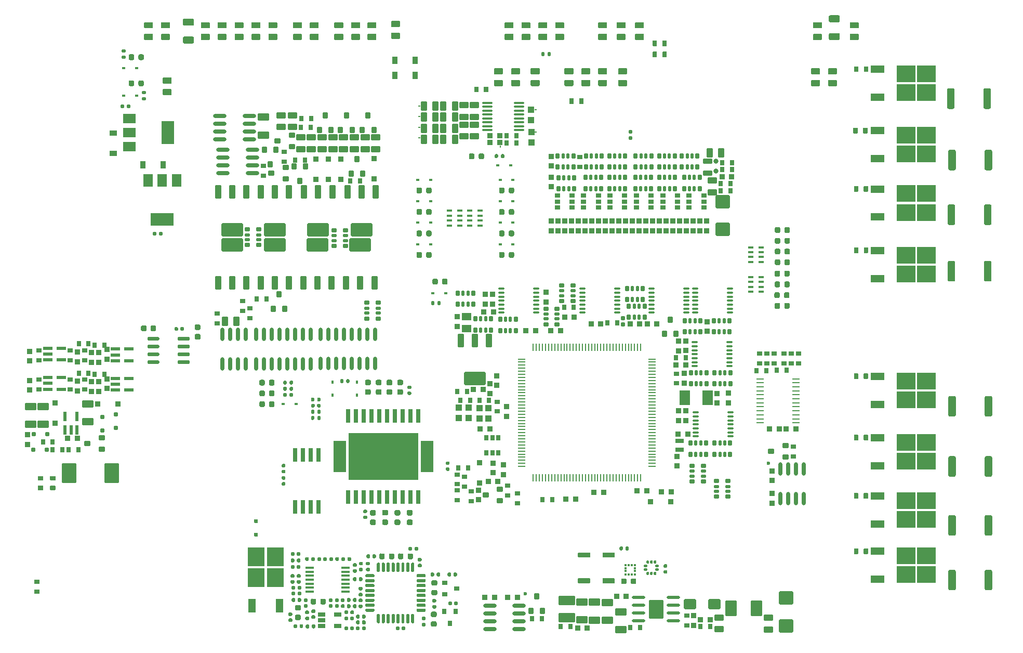
<source format=gtp>
G75*
G70*
%OFA0B0*%
%FSLAX25Y25*%
%IPPOS*%
%LPD*%
%AMOC8*
5,1,8,0,0,1.08239X$1,22.5*
%
%AMM1*
21,1,0.070870,0.036220,0.000000,0.000000,0.000000*
21,1,0.061810,0.045280,0.000000,0.000000,0.000000*
1,1,0.009060,0.030910,-0.018110*
1,1,0.009060,-0.030910,-0.018110*
1,1,0.009060,-0.030910,0.018110*
1,1,0.009060,0.030910,0.018110*
%
%AMM10*
21,1,0.033470,0.026770,0.000000,0.000000,90.000000*
21,1,0.026770,0.033470,0.000000,0.000000,90.000000*
1,1,0.006690,0.013390,0.013390*
1,1,0.006690,0.013390,-0.013390*
1,1,0.006690,-0.013390,-0.013390*
1,1,0.006690,-0.013390,0.013390*
%
%AMM11*
21,1,0.035830,0.026770,0.000000,0.000000,90.000000*
21,1,0.029130,0.033470,0.000000,0.000000,90.000000*
1,1,0.006690,0.013390,0.014570*
1,1,0.006690,0.013390,-0.014570*
1,1,0.006690,-0.013390,-0.014570*
1,1,0.006690,-0.013390,0.014570*
%
%AMM139*
21,1,0.035430,0.030320,-0.000000,-0.000000,0.000000*
21,1,0.028350,0.037400,-0.000000,-0.000000,0.000000*
1,1,0.007090,0.014170,-0.015160*
1,1,0.007090,-0.014170,-0.015160*
1,1,0.007090,-0.014170,0.015160*
1,1,0.007090,0.014170,0.015160*
%
%AMM140*
21,1,0.033470,0.026770,-0.000000,-0.000000,180.000000*
21,1,0.026770,0.033470,-0.000000,-0.000000,180.000000*
1,1,0.006690,-0.013390,0.013390*
1,1,0.006690,0.013390,0.013390*
1,1,0.006690,0.013390,-0.013390*
1,1,0.006690,-0.013390,-0.013390*
%
%AMM141*
21,1,0.027560,0.030710,-0.000000,-0.000000,0.000000*
21,1,0.022050,0.036220,-0.000000,-0.000000,0.000000*
1,1,0.005510,0.011020,-0.015350*
1,1,0.005510,-0.011020,-0.015350*
1,1,0.005510,-0.011020,0.015350*
1,1,0.005510,0.011020,0.015350*
%
%AMM145*
21,1,0.035430,0.030320,0.000000,-0.000000,90.000000*
21,1,0.028350,0.037400,0.000000,-0.000000,90.000000*
1,1,0.007090,0.015160,0.014170*
1,1,0.007090,0.015160,-0.014170*
1,1,0.007090,-0.015160,-0.014170*
1,1,0.007090,-0.015160,0.014170*
%
%AMM146*
21,1,0.033470,0.026770,0.000000,-0.000000,270.000000*
21,1,0.026770,0.033470,0.000000,-0.000000,270.000000*
1,1,0.006690,-0.013390,-0.013390*
1,1,0.006690,-0.013390,0.013390*
1,1,0.006690,0.013390,0.013390*
1,1,0.006690,0.013390,-0.013390*
%
%AMM147*
21,1,0.027560,0.030710,0.000000,-0.000000,90.000000*
21,1,0.022050,0.036220,0.000000,-0.000000,90.000000*
1,1,0.005510,0.015350,0.011020*
1,1,0.005510,0.015350,-0.011020*
1,1,0.005510,-0.015350,-0.011020*
1,1,0.005510,-0.015350,0.011020*
%
%AMM171*
21,1,0.039370,0.049210,-0.000000,-0.000000,270.000000*
21,1,0.031500,0.057090,-0.000000,-0.000000,270.000000*
1,1,0.007870,-0.024610,-0.015750*
1,1,0.007870,-0.024610,0.015750*
1,1,0.007870,0.024610,0.015750*
1,1,0.007870,0.024610,-0.015750*
%
%AMM172*
21,1,0.106300,0.050390,-0.000000,-0.000000,180.000000*
21,1,0.093700,0.062990,-0.000000,-0.000000,180.000000*
1,1,0.012600,-0.046850,0.025200*
1,1,0.012600,0.046850,0.025200*
1,1,0.012600,0.046850,-0.025200*
1,1,0.012600,-0.046850,-0.025200*
%
%AMM173*
21,1,0.074800,0.083460,-0.000000,-0.000000,0.000000*
21,1,0.059840,0.098430,-0.000000,-0.000000,0.000000*
1,1,0.014960,0.029920,-0.041730*
1,1,0.014960,-0.029920,-0.041730*
1,1,0.014960,-0.029920,0.041730*
1,1,0.014960,0.029920,0.041730*
%
%AMM174*
21,1,0.033470,0.026770,-0.000000,-0.000000,0.000000*
21,1,0.026770,0.033470,-0.000000,-0.000000,0.000000*
1,1,0.006690,0.013390,-0.013390*
1,1,0.006690,-0.013390,-0.013390*
1,1,0.006690,-0.013390,0.013390*
1,1,0.006690,0.013390,0.013390*
%
%AMM175*
21,1,0.033470,0.026770,-0.000000,-0.000000,90.000000*
21,1,0.026770,0.033470,-0.000000,-0.000000,90.000000*
1,1,0.006690,0.013390,0.013390*
1,1,0.006690,0.013390,-0.013390*
1,1,0.006690,-0.013390,-0.013390*
1,1,0.006690,-0.013390,0.013390*
%
%AMM176*
21,1,0.078740,0.053540,-0.000000,-0.000000,0.000000*
21,1,0.065350,0.066930,-0.000000,-0.000000,0.000000*
1,1,0.013390,0.032680,-0.026770*
1,1,0.013390,-0.032680,-0.026770*
1,1,0.013390,-0.032680,0.026770*
1,1,0.013390,0.032680,0.026770*
%
%AMM177*
21,1,0.122050,0.075590,-0.000000,-0.000000,90.000000*
21,1,0.103150,0.094490,-0.000000,-0.000000,90.000000*
1,1,0.018900,0.037800,0.051580*
1,1,0.018900,0.037800,-0.051580*
1,1,0.018900,-0.037800,-0.051580*
1,1,0.018900,-0.037800,0.051580*
%
%AMM178*
21,1,0.086610,0.073230,-0.000000,-0.000000,270.000000*
21,1,0.069290,0.090550,-0.000000,-0.000000,270.000000*
1,1,0.017320,-0.036610,-0.034650*
1,1,0.017320,-0.036610,0.034650*
1,1,0.017320,0.036610,0.034650*
1,1,0.017320,0.036610,-0.034650*
%
%AMM179*
21,1,0.070870,0.036220,-0.000000,-0.000000,0.000000*
21,1,0.061810,0.045280,-0.000000,-0.000000,0.000000*
1,1,0.009060,0.030910,-0.018110*
1,1,0.009060,-0.030910,-0.018110*
1,1,0.009060,-0.030910,0.018110*
1,1,0.009060,0.030910,0.018110*
%
%AMM180*
21,1,0.027560,0.030710,-0.000000,-0.000000,270.000000*
21,1,0.022050,0.036220,-0.000000,-0.000000,270.000000*
1,1,0.005510,-0.015350,-0.011020*
1,1,0.005510,-0.015350,0.011020*
1,1,0.005510,0.015350,0.011020*
1,1,0.005510,0.015350,-0.011020*
%
%AMM195*
21,1,0.039370,0.035430,-0.000000,-0.000000,90.000000*
21,1,0.031500,0.043310,-0.000000,-0.000000,90.000000*
1,1,0.007870,0.017720,0.015750*
1,1,0.007870,0.017720,-0.015750*
1,1,0.007870,-0.017720,-0.015750*
1,1,0.007870,-0.017720,0.015750*
%
%AMM196*
21,1,0.039370,0.049210,-0.000000,-0.000000,180.000000*
21,1,0.031500,0.057090,-0.000000,-0.000000,180.000000*
1,1,0.007870,-0.015750,0.024610*
1,1,0.007870,0.015750,0.024610*
1,1,0.007870,0.015750,-0.024610*
1,1,0.007870,-0.015750,-0.024610*
%
%AMM2*
21,1,0.033470,0.026770,0.000000,0.000000,180.000000*
21,1,0.026770,0.033470,0.000000,0.000000,180.000000*
1,1,0.006690,-0.013390,0.013390*
1,1,0.006690,0.013390,0.013390*
1,1,0.006690,0.013390,-0.013390*
1,1,0.006690,-0.013390,-0.013390*
%
%AMM224*
21,1,0.035430,0.050000,-0.000000,-0.000000,90.000000*
21,1,0.028350,0.057090,-0.000000,-0.000000,90.000000*
1,1,0.007090,0.025000,0.014170*
1,1,0.007090,0.025000,-0.014170*
1,1,0.007090,-0.025000,-0.014170*
1,1,0.007090,-0.025000,0.014170*
%
%AMM225*
21,1,0.086610,0.073230,-0.000000,-0.000000,90.000000*
21,1,0.069290,0.090550,-0.000000,-0.000000,90.000000*
1,1,0.017320,0.036610,0.034650*
1,1,0.017320,0.036610,-0.034650*
1,1,0.017320,-0.036610,-0.034650*
1,1,0.017320,-0.036610,0.034650*
%
%AMM227*
21,1,0.025590,0.026380,-0.000000,-0.000000,180.000000*
21,1,0.020470,0.031500,-0.000000,-0.000000,180.000000*
1,1,0.005120,-0.010240,0.013190*
1,1,0.005120,0.010240,0.013190*
1,1,0.005120,0.010240,-0.013190*
1,1,0.005120,-0.010240,-0.013190*
%
%AMM228*
21,1,0.023620,0.030710,-0.000000,-0.000000,270.000000*
21,1,0.018900,0.035430,-0.000000,-0.000000,270.000000*
1,1,0.004720,-0.015350,-0.009450*
1,1,0.004720,-0.015350,0.009450*
1,1,0.004720,0.015350,0.009450*
1,1,0.004720,0.015350,-0.009450*
%
%AMM229*
21,1,0.017720,0.027950,-0.000000,-0.000000,180.000000*
21,1,0.014170,0.031500,-0.000000,-0.000000,180.000000*
1,1,0.003540,-0.007090,0.013980*
1,1,0.003540,0.007090,0.013980*
1,1,0.003540,0.007090,-0.013980*
1,1,0.003540,-0.007090,-0.013980*
%
%AMM230*
21,1,0.027560,0.030710,-0.000000,-0.000000,180.000000*
21,1,0.022050,0.036220,-0.000000,-0.000000,180.000000*
1,1,0.005510,-0.011020,0.015350*
1,1,0.005510,0.011020,0.015350*
1,1,0.005510,0.011020,-0.015350*
1,1,0.005510,-0.011020,-0.015350*
%
%AMM231*
21,1,0.039370,0.049210,-0.000000,-0.000000,0.000000*
21,1,0.031500,0.057090,-0.000000,-0.000000,0.000000*
1,1,0.007870,0.015750,-0.024610*
1,1,0.007870,-0.015750,-0.024610*
1,1,0.007870,-0.015750,0.024610*
1,1,0.007870,0.015750,0.024610*
%
%AMM26*
21,1,0.027560,0.030710,0.000000,0.000000,180.000000*
21,1,0.022050,0.036220,0.000000,0.000000,180.000000*
1,1,0.005510,-0.011020,0.015350*
1,1,0.005510,0.011020,0.015350*
1,1,0.005510,0.011020,-0.015350*
1,1,0.005510,-0.011020,-0.015350*
%
%AMM264*
21,1,0.035430,0.030320,-0.000000,-0.000000,90.000000*
21,1,0.028350,0.037400,-0.000000,-0.000000,90.000000*
1,1,0.007090,0.015160,0.014170*
1,1,0.007090,0.015160,-0.014170*
1,1,0.007090,-0.015160,-0.014170*
1,1,0.007090,-0.015160,0.014170*
%
%AMM265*
21,1,0.035430,0.030320,-0.000000,-0.000000,180.000000*
21,1,0.028350,0.037400,-0.000000,-0.000000,180.000000*
1,1,0.007090,-0.014170,0.015160*
1,1,0.007090,0.014170,0.015160*
1,1,0.007090,0.014170,-0.015160*
1,1,0.007090,-0.014170,-0.015160*
%
%AMM268*
21,1,0.035830,0.026770,-0.000000,-0.000000,270.000000*
21,1,0.029130,0.033470,-0.000000,-0.000000,270.000000*
1,1,0.006690,-0.013390,-0.014570*
1,1,0.006690,-0.013390,0.014570*
1,1,0.006690,0.013390,0.014570*
1,1,0.006690,0.013390,-0.014570*
%
%AMM269*
21,1,0.043310,0.075990,-0.000000,-0.000000,0.000000*
21,1,0.034650,0.084650,-0.000000,-0.000000,0.000000*
1,1,0.008660,0.017320,-0.037990*
1,1,0.008660,-0.017320,-0.037990*
1,1,0.008660,-0.017320,0.037990*
1,1,0.008660,0.017320,0.037990*
%
%AMM270*
21,1,0.043310,0.075980,-0.000000,-0.000000,0.000000*
21,1,0.034650,0.084650,-0.000000,-0.000000,0.000000*
1,1,0.008660,0.017320,-0.037990*
1,1,0.008660,-0.017320,-0.037990*
1,1,0.008660,-0.017320,0.037990*
1,1,0.008660,0.017320,0.037990*
%
%AMM271*
21,1,0.025590,0.026380,-0.000000,-0.000000,270.000000*
21,1,0.020470,0.031500,-0.000000,-0.000000,270.000000*
1,1,0.005120,-0.013190,-0.010240*
1,1,0.005120,-0.013190,0.010240*
1,1,0.005120,0.013190,0.010240*
1,1,0.005120,0.013190,-0.010240*
%
%AMM272*
21,1,0.137800,0.067720,-0.000000,-0.000000,0.000000*
21,1,0.120870,0.084650,-0.000000,-0.000000,0.000000*
1,1,0.016930,0.060430,-0.033860*
1,1,0.016930,-0.060430,-0.033860*
1,1,0.016930,-0.060430,0.033860*
1,1,0.016930,0.060430,0.033860*
%
%AMM273*
21,1,0.017720,0.027950,-0.000000,-0.000000,270.000000*
21,1,0.014170,0.031500,-0.000000,-0.000000,270.000000*
1,1,0.003540,-0.013980,-0.007090*
1,1,0.003540,-0.013980,0.007090*
1,1,0.003540,0.013980,0.007090*
1,1,0.003540,0.013980,-0.007090*
%
%AMM274*
21,1,0.070870,0.036220,-0.000000,-0.000000,180.000000*
21,1,0.061810,0.045280,-0.000000,-0.000000,180.000000*
1,1,0.009060,-0.030910,0.018110*
1,1,0.009060,0.030910,0.018110*
1,1,0.009060,0.030910,-0.018110*
1,1,0.009060,-0.030910,-0.018110*
%
%AMM288*
21,1,0.027560,0.030710,-0.000000,-0.000000,90.000000*
21,1,0.022050,0.036220,-0.000000,-0.000000,90.000000*
1,1,0.005510,0.015350,0.011020*
1,1,0.005510,0.015350,-0.011020*
1,1,0.005510,-0.015350,-0.011020*
1,1,0.005510,-0.015350,0.011020*
%
%AMM3*
21,1,0.035430,0.030320,0.000000,0.000000,90.000000*
21,1,0.028350,0.037400,0.000000,0.000000,90.000000*
1,1,0.007090,0.015160,0.014170*
1,1,0.007090,0.015160,-0.014170*
1,1,0.007090,-0.015160,-0.014170*
1,1,0.007090,-0.015160,0.014170*
%
%AMM33*
21,1,0.033470,0.026770,0.000000,0.000000,270.000000*
21,1,0.026770,0.033470,0.000000,0.000000,270.000000*
1,1,0.006690,-0.013390,-0.013390*
1,1,0.006690,-0.013390,0.013390*
1,1,0.006690,0.013390,0.013390*
1,1,0.006690,0.013390,-0.013390*
%
%AMM333*
21,1,0.035830,0.026770,-0.000000,-0.000000,90.000000*
21,1,0.029130,0.033470,-0.000000,-0.000000,90.000000*
1,1,0.006690,0.013390,0.014570*
1,1,0.006690,0.013390,-0.014570*
1,1,0.006690,-0.013390,-0.014570*
1,1,0.006690,-0.013390,0.014570*
%
%AMM334*
21,1,0.023620,0.030710,-0.000000,-0.000000,0.000000*
21,1,0.018900,0.035430,-0.000000,-0.000000,0.000000*
1,1,0.004720,0.009450,-0.015350*
1,1,0.004720,-0.009450,-0.015350*
1,1,0.004720,-0.009450,0.015350*
1,1,0.004720,0.009450,0.015350*
%
%AMM337*
21,1,0.043310,0.075990,-0.000000,-0.000000,180.000000*
21,1,0.034650,0.084650,-0.000000,-0.000000,180.000000*
1,1,0.008660,-0.017320,0.037990*
1,1,0.008660,0.017320,0.037990*
1,1,0.008660,0.017320,-0.037990*
1,1,0.008660,-0.017320,-0.037990*
%
%AMM339*
21,1,0.027560,0.018900,-0.000000,-0.000000,0.000000*
21,1,0.022840,0.023620,-0.000000,-0.000000,0.000000*
1,1,0.004720,0.011420,-0.009450*
1,1,0.004720,-0.011420,-0.009450*
1,1,0.004720,-0.011420,0.009450*
1,1,0.004720,0.011420,0.009450*
%
%AMM340*
21,1,0.043310,0.075980,-0.000000,-0.000000,180.000000*
21,1,0.034650,0.084650,-0.000000,-0.000000,180.000000*
1,1,0.008660,-0.017320,0.037990*
1,1,0.008660,0.017320,0.037990*
1,1,0.008660,0.017320,-0.037990*
1,1,0.008660,-0.017320,-0.037990*
%
%AMM341*
21,1,0.137800,0.067720,-0.000000,-0.000000,180.000000*
21,1,0.120870,0.084650,-0.000000,-0.000000,180.000000*
1,1,0.016930,-0.060430,0.033860*
1,1,0.016930,0.060430,0.033860*
1,1,0.016930,0.060430,-0.033860*
1,1,0.016930,-0.060430,-0.033860*
%
%AMM342*
21,1,0.035830,0.026770,-0.000000,-0.000000,0.000000*
21,1,0.029130,0.033470,-0.000000,-0.000000,0.000000*
1,1,0.006690,0.014570,-0.013390*
1,1,0.006690,-0.014570,-0.013390*
1,1,0.006690,-0.014570,0.013390*
1,1,0.006690,0.014570,0.013390*
%
%AMM343*
21,1,0.027560,0.049610,-0.000000,-0.000000,90.000000*
21,1,0.022050,0.055120,-0.000000,-0.000000,90.000000*
1,1,0.005510,0.024800,0.011020*
1,1,0.005510,0.024800,-0.011020*
1,1,0.005510,-0.024800,-0.011020*
1,1,0.005510,-0.024800,0.011020*
%
%AMM344*
21,1,0.017720,0.027950,-0.000000,-0.000000,90.000000*
21,1,0.014170,0.031500,-0.000000,-0.000000,90.000000*
1,1,0.003540,0.013980,0.007090*
1,1,0.003540,0.013980,-0.007090*
1,1,0.003540,-0.013980,-0.007090*
1,1,0.003540,-0.013980,0.007090*
%
%AMM345*
21,1,0.025590,0.026380,-0.000000,-0.000000,90.000000*
21,1,0.020470,0.031500,-0.000000,-0.000000,90.000000*
1,1,0.005120,0.013190,0.010240*
1,1,0.005120,0.013190,-0.010240*
1,1,0.005120,-0.013190,-0.010240*
1,1,0.005120,-0.013190,0.010240*
%
%AMM4*
21,1,0.021650,0.052760,0.000000,0.000000,0.000000*
21,1,0.017320,0.057090,0.000000,0.000000,0.000000*
1,1,0.004330,0.008660,-0.026380*
1,1,0.004330,-0.008660,-0.026380*
1,1,0.004330,-0.008660,0.026380*
1,1,0.004330,0.008660,0.026380*
%
%AMM5*
21,1,0.094490,0.111020,0.000000,0.000000,180.000000*
21,1,0.075590,0.129920,0.000000,0.000000,180.000000*
1,1,0.018900,-0.037800,0.055510*
1,1,0.018900,0.037800,0.055510*
1,1,0.018900,0.037800,-0.055510*
1,1,0.018900,-0.037800,-0.055510*
%
%AMM6*
21,1,0.023620,0.018900,0.000000,0.000000,270.000000*
21,1,0.018900,0.023620,0.000000,0.000000,270.000000*
1,1,0.004720,-0.009450,-0.009450*
1,1,0.004720,-0.009450,0.009450*
1,1,0.004720,0.009450,0.009450*
1,1,0.004720,0.009450,-0.009450*
%
%AMM7*
21,1,0.035830,0.026770,0.000000,0.000000,0.000000*
21,1,0.029130,0.033470,0.000000,0.000000,0.000000*
1,1,0.006690,0.014570,-0.013390*
1,1,0.006690,-0.014570,-0.013390*
1,1,0.006690,-0.014570,0.013390*
1,1,0.006690,0.014570,0.013390*
%
%AMM71*
21,1,0.021650,0.052760,0.000000,0.000000,270.000000*
21,1,0.017320,0.057090,0.000000,0.000000,270.000000*
1,1,0.004330,-0.026380,-0.008660*
1,1,0.004330,-0.026380,0.008660*
1,1,0.004330,0.026380,0.008660*
1,1,0.004330,0.026380,-0.008660*
%
%AMM72*
21,1,0.027560,0.030710,0.000000,0.000000,270.000000*
21,1,0.022050,0.036220,0.000000,0.000000,270.000000*
1,1,0.005510,-0.015350,-0.011020*
1,1,0.005510,-0.015350,0.011020*
1,1,0.005510,0.015350,0.011020*
1,1,0.005510,0.015350,-0.011020*
%
%AMM8*
21,1,0.023620,0.018900,0.000000,0.000000,180.000000*
21,1,0.018900,0.023620,0.000000,0.000000,180.000000*
1,1,0.004720,-0.009450,0.009450*
1,1,0.004720,0.009450,0.009450*
1,1,0.004720,0.009450,-0.009450*
1,1,0.004720,-0.009450,-0.009450*
%
%AMM9*
21,1,0.027560,0.030710,0.000000,0.000000,0.000000*
21,1,0.022050,0.036220,0.000000,0.000000,0.000000*
1,1,0.005510,0.011020,-0.015350*
1,1,0.005510,-0.011020,-0.015350*
1,1,0.005510,-0.011020,0.015350*
1,1,0.005510,0.011020,0.015350*
%
%ADD108R,0.03543X0.03150*%
%ADD113O,0.01969X0.00984*%
%ADD127R,0.05906X0.05118*%
%ADD129R,0.04724X0.08661*%
%ADD13M33*%
%ADD136O,0.01968X0.03937*%
%ADD139R,0.10827X0.12008*%
%ADD141C,0.02362*%
%ADD144R,0.02520X0.08504*%
%ADD157R,0.01476X0.01378*%
%ADD161M26*%
%ADD165M7*%
%ADD166O,0.01968X0.00984*%
%ADD171C,0.03150*%
%ADD172M1*%
%ADD176M71*%
%ADD187O,0.08661X0.01968*%
%ADD190R,0.04803X0.02559*%
%ADD192R,0.06693X0.09449*%
%ADD201R,0.08000X0.20000*%
%ADD202R,0.07874X0.05906*%
%ADD207O,0.02362X0.08661*%
%ADD210M3*%
%ADD213O,0.00984X0.01969*%
%ADD216M72*%
%ADD218R,0.45000X0.30000*%
%ADD22O,0.05118X0.00866*%
%ADD227R,0.14961X0.07874*%
%ADD234M2*%
%ADD238M11*%
%ADD244M8*%
%ADD257M9*%
%ADD258O,0.00984X0.01968*%
%ADD262R,0.08661X0.04724*%
%ADD264R,0.03543X0.04724*%
%ADD271M6*%
%ADD276O,0.04961X0.00984*%
%ADD278O,0.07087X0.01378*%
%ADD282R,0.02362X0.01772*%
%ADD287O,0.00866X0.05118*%
%ADD294R,0.03150X0.03543*%
%ADD303R,0.05906X0.07874*%
%ADD309O,0.08661X0.02362*%
%ADD316R,0.03150X0.08661*%
%ADD318R,0.04724X0.03543*%
%ADD319R,0.01772X0.02362*%
%ADD32M5*%
%ADD320O,0.00000X0.00000*%
%ADD321M10*%
%ADD340M139*%
%ADD341M140*%
%ADD342M141*%
%ADD346M145*%
%ADD347M146*%
%ADD348M147*%
%ADD393M171*%
%ADD394M172*%
%ADD395M173*%
%ADD396M174*%
%ADD397M175*%
%ADD398M176*%
%ADD399M177*%
%ADD400M178*%
%ADD401M179*%
%ADD402M180*%
%ADD41O,0.04331X0.01181*%
%ADD423M195*%
%ADD424M196*%
%ADD452M224*%
%ADD453M225*%
%ADD455M227*%
%ADD456M228*%
%ADD457M229*%
%ADD458M230*%
%ADD459M231*%
%ADD507M264*%
%ADD508M265*%
%ADD511M268*%
%ADD512M269*%
%ADD513M270*%
%ADD514M271*%
%ADD515M272*%
%ADD516M273*%
%ADD517M274*%
%ADD535M288*%
%ADD586M333*%
%ADD587M334*%
%ADD590M337*%
%ADD592M339*%
%ADD593M340*%
%ADD594M341*%
%ADD595M342*%
%ADD596M343*%
%ADD597M344*%
%ADD598M345*%
%ADD73M4*%
%ADD78R,0.05709X0.01772*%
%ADD79R,0.03543X0.01575*%
%ADD85R,0.12008X0.10827*%
%ADD90R,0.07874X0.14961*%
%ADD95R,0.01378X0.01476*%
X0000000Y0000000D02*
%LPD*%
G01*
G36*
G01*
X0079926Y0393593D02*
X0084847Y0393593D01*
G75*
G02*
X0085241Y0393200I0000000J-000394D01*
G01*
X0085241Y0390050D01*
G75*
G02*
X0084847Y0389656I-000394J0000000D01*
G01*
X0079926Y0389656D01*
G75*
G02*
X0079532Y0390050I0000000J0000394D01*
G01*
X0079532Y0393200D01*
G75*
G02*
X0079926Y0393593I0000394J0000000D01*
G01*
G37*
G36*
G01*
X0079926Y0386113D02*
X0084847Y0386113D01*
G75*
G02*
X0085241Y0385719I0000000J-000394D01*
G01*
X0085241Y0382570D01*
G75*
G02*
X0084847Y0382176I-000394J0000000D01*
G01*
X0079926Y0382176D01*
G75*
G02*
X0079532Y0382570I0000000J0000394D01*
G01*
X0079532Y0385719D01*
G75*
G02*
X0079926Y0386113I0000394J0000000D01*
G01*
G37*
G36*
G01*
X0116344Y0393593D02*
X0121265Y0393593D01*
G75*
G02*
X0121658Y0393200I0000000J-000394D01*
G01*
X0121658Y0390050D01*
G75*
G02*
X0121265Y0389656I-000394J0000000D01*
G01*
X0116344Y0389656D01*
G75*
G02*
X0115950Y0390050I0000000J0000394D01*
G01*
X0115950Y0393200D01*
G75*
G02*
X0116344Y0393593I0000394J0000000D01*
G01*
G37*
G36*
G01*
X0116344Y0386113D02*
X0121265Y0386113D01*
G75*
G02*
X0121658Y0385719I0000000J-000394D01*
G01*
X0121658Y0382570D01*
G75*
G02*
X0121265Y0382176I-000394J0000000D01*
G01*
X0116344Y0382176D01*
G75*
G02*
X0115950Y0382570I0000000J0000394D01*
G01*
X0115950Y0385719D01*
G75*
G02*
X0116344Y0386113I0000394J0000000D01*
G01*
G37*
G36*
G01*
X0137997Y0393593D02*
X0142918Y0393593D01*
G75*
G02*
X0143312Y0393200I0000000J-000394D01*
G01*
X0143312Y0390050D01*
G75*
G02*
X0142918Y0389656I-000394J0000000D01*
G01*
X0137997Y0389656D01*
G75*
G02*
X0137603Y0390050I0000000J0000394D01*
G01*
X0137603Y0393200D01*
G75*
G02*
X0137997Y0393593I0000394J0000000D01*
G01*
G37*
G36*
G01*
X0137997Y0386113D02*
X0142918Y0386113D01*
G75*
G02*
X0143312Y0385719I0000000J-000394D01*
G01*
X0143312Y0382570D01*
G75*
G02*
X0142918Y0382176I-000394J0000000D01*
G01*
X0137997Y0382176D01*
G75*
G02*
X0137603Y0382570I0000000J0000394D01*
G01*
X0137603Y0385719D01*
G75*
G02*
X0137997Y0386113I0000394J0000000D01*
G01*
G37*
G36*
G01*
X0175399Y0393593D02*
X0180320Y0393593D01*
G75*
G02*
X0180714Y0393200I0000000J-000394D01*
G01*
X0180714Y0390050D01*
G75*
G02*
X0180320Y0389656I-000394J0000000D01*
G01*
X0175399Y0389656D01*
G75*
G02*
X0175005Y0390050I0000000J0000394D01*
G01*
X0175005Y0393200D01*
G75*
G02*
X0175399Y0393593I0000394J0000000D01*
G01*
G37*
G36*
G01*
X0175399Y0386113D02*
X0180320Y0386113D01*
G75*
G02*
X0180714Y0385719I0000000J-000394D01*
G01*
X0180714Y0382570D01*
G75*
G02*
X0180320Y0382176I-000394J0000000D01*
G01*
X0175399Y0382176D01*
G75*
G02*
X0175005Y0382570I0000000J0000394D01*
G01*
X0175005Y0385719D01*
G75*
G02*
X0175399Y0386113I0000394J0000000D01*
G01*
G37*
G36*
G01*
X0201973Y0393593D02*
X0206895Y0393593D01*
G75*
G02*
X0207288Y0393200I0000000J-000394D01*
G01*
X0207288Y0390050D01*
G75*
G02*
X0206895Y0389656I-000394J0000000D01*
G01*
X0201973Y0389656D01*
G75*
G02*
X0201580Y0390050I0000000J0000394D01*
G01*
X0201580Y0393200D01*
G75*
G02*
X0201973Y0393593I0000394J0000000D01*
G01*
G37*
G36*
G01*
X0201973Y0386113D02*
X0206895Y0386113D01*
G75*
G02*
X0207288Y0385719I0000000J-000394D01*
G01*
X0207288Y0382570D01*
G75*
G02*
X0206895Y0382176I-000394J0000000D01*
G01*
X0201973Y0382176D01*
G75*
G02*
X0201580Y0382570I0000000J0000394D01*
G01*
X0201580Y0385719D01*
G75*
G02*
X0201973Y0386113I0000394J0000000D01*
G01*
G37*
G36*
G01*
X0332879Y0393593D02*
X0337800Y0393593D01*
G75*
G02*
X0338194Y0393200I0000000J-000394D01*
G01*
X0338194Y0390050D01*
G75*
G02*
X0337800Y0389656I-000394J0000000D01*
G01*
X0332879Y0389656D01*
G75*
G02*
X0332485Y0390050I0000000J0000394D01*
G01*
X0332485Y0393200D01*
G75*
G02*
X0332879Y0393593I0000394J0000000D01*
G01*
G37*
G36*
G01*
X0332879Y0386113D02*
X0337800Y0386113D01*
G75*
G02*
X0338194Y0385719I0000000J-000394D01*
G01*
X0338194Y0382570D01*
G75*
G02*
X0337800Y0382176I-000394J0000000D01*
G01*
X0332879Y0382176D01*
G75*
G02*
X0332485Y0382570I0000000J0000394D01*
G01*
X0332485Y0385719D01*
G75*
G02*
X0332879Y0386113I0000394J0000000D01*
G01*
G37*
G36*
G01*
X0343706Y0393593D02*
X0348627Y0393593D01*
G75*
G02*
X0349021Y0393200I0000000J-000394D01*
G01*
X0349021Y0390050D01*
G75*
G02*
X0348627Y0389656I-000394J0000000D01*
G01*
X0343706Y0389656D01*
G75*
G02*
X0343312Y0390050I0000000J0000394D01*
G01*
X0343312Y0393200D01*
G75*
G02*
X0343706Y0393593I0000394J0000000D01*
G01*
G37*
G36*
G01*
X0343706Y0386113D02*
X0348627Y0386113D01*
G75*
G02*
X0349021Y0385719I0000000J-000394D01*
G01*
X0349021Y0382570D01*
G75*
G02*
X0348627Y0382176I-000394J0000000D01*
G01*
X0343706Y0382176D01*
G75*
G02*
X0343312Y0382570I0000000J0000394D01*
G01*
X0343312Y0385719D01*
G75*
G02*
X0343706Y0386113I0000394J0000000D01*
G01*
G37*
G36*
G01*
X0371265Y0364066D02*
X0376186Y0364066D01*
G75*
G02*
X0376580Y0363672I0000000J-000394D01*
G01*
X0376580Y0360523D01*
G75*
G02*
X0376186Y0360129I-000394J0000000D01*
G01*
X0371265Y0360129D01*
G75*
G02*
X0370871Y0360523I0000000J0000394D01*
G01*
X0370871Y0363672D01*
G75*
G02*
X0371265Y0364066I0000394J0000000D01*
G01*
G37*
G36*
G01*
X0371265Y0356586D02*
X0376186Y0356586D01*
G75*
G02*
X0376580Y0356192I0000000J-000394D01*
G01*
X0376580Y0353042D01*
G75*
G02*
X0376186Y0352649I-000394J0000000D01*
G01*
X0371265Y0352649D01*
G75*
G02*
X0370871Y0353042I0000000J0000394D01*
G01*
X0370871Y0356192D01*
G75*
G02*
X0371265Y0356586I0000394J0000000D01*
G01*
G37*
G36*
G01*
X0384060Y0364066D02*
X0388981Y0364066D01*
G75*
G02*
X0389375Y0363672I0000000J-000394D01*
G01*
X0389375Y0360523D01*
G75*
G02*
X0388981Y0360129I-000394J0000000D01*
G01*
X0384060Y0360129D01*
G75*
G02*
X0383666Y0360523I0000000J0000394D01*
G01*
X0383666Y0363672D01*
G75*
G02*
X0384060Y0364066I0000394J0000000D01*
G01*
G37*
G36*
G01*
X0384060Y0356586D02*
X0388981Y0356586D01*
G75*
G02*
X0389375Y0356192I0000000J-000394D01*
G01*
X0389375Y0353042D01*
G75*
G02*
X0388981Y0352649I-000394J0000000D01*
G01*
X0384060Y0352649D01*
G75*
G02*
X0383666Y0353042I0000000J0000394D01*
G01*
X0383666Y0356192D01*
G75*
G02*
X0384060Y0356586I0000394J0000000D01*
G01*
G37*
G36*
G01*
X0509060Y0393593D02*
X0513981Y0393593D01*
G75*
G02*
X0514375Y0393200I0000000J-000394D01*
G01*
X0514375Y0390050D01*
G75*
G02*
X0513981Y0389656I-000394J0000000D01*
G01*
X0509060Y0389656D01*
G75*
G02*
X0508666Y0390050I0000000J0000394D01*
G01*
X0508666Y0393200D01*
G75*
G02*
X0509060Y0393593I0000394J0000000D01*
G01*
G37*
G36*
G01*
X0509060Y0386113D02*
X0513981Y0386113D01*
G75*
G02*
X0514375Y0385719I0000000J-000394D01*
G01*
X0514375Y0382570D01*
G75*
G02*
X0513981Y0382176I-000394J0000000D01*
G01*
X0509060Y0382176D01*
G75*
G02*
X0508666Y0382570I0000000J0000394D01*
G01*
X0508666Y0385719D01*
G75*
G02*
X0509060Y0386113I0000394J0000000D01*
G01*
G37*
G36*
G01*
X0532682Y0393593D02*
X0537603Y0393593D01*
G75*
G02*
X0537997Y0393200I0000000J-000394D01*
G01*
X0537997Y0390050D01*
G75*
G02*
X0537603Y0389656I-000394J0000000D01*
G01*
X0532682Y0389656D01*
G75*
G02*
X0532288Y0390050I0000000J0000394D01*
G01*
X0532288Y0393200D01*
G75*
G02*
X0532682Y0393593I0000394J0000000D01*
G01*
G37*
G36*
G01*
X0532682Y0386113D02*
X0537603Y0386113D01*
G75*
G02*
X0537997Y0385719I0000000J-000394D01*
G01*
X0537997Y0382570D01*
G75*
G02*
X0537603Y0382176I-000394J0000000D01*
G01*
X0532682Y0382176D01*
G75*
G02*
X0532288Y0382570I0000000J0000394D01*
G01*
X0532288Y0385719D01*
G75*
G02*
X0532682Y0386113I0000394J0000000D01*
G01*
G37*
G36*
G01*
X0090753Y0393593D02*
X0095674Y0393593D01*
G75*
G02*
X0096068Y0393200I0000000J-000394D01*
G01*
X0096068Y0390050D01*
G75*
G02*
X0095674Y0389656I-000394J0000000D01*
G01*
X0090753Y0389656D01*
G75*
G02*
X0090359Y0390050I0000000J0000394D01*
G01*
X0090359Y0393200D01*
G75*
G02*
X0090753Y0393593I0000394J0000000D01*
G01*
G37*
G36*
G01*
X0090753Y0386113D02*
X0095674Y0386113D01*
G75*
G02*
X0096068Y0385719I0000000J-000394D01*
G01*
X0096068Y0382570D01*
G75*
G02*
X0095674Y0382176I-000394J0000000D01*
G01*
X0090753Y0382176D01*
G75*
G02*
X0090359Y0382570I0000000J0000394D01*
G01*
X0090359Y0385719D01*
G75*
G02*
X0090753Y0386113I0000394J0000000D01*
G01*
G37*
G36*
G01*
X0127170Y0393593D02*
X0132092Y0393593D01*
G75*
G02*
X0132485Y0393200I0000000J-000394D01*
G01*
X0132485Y0390050D01*
G75*
G02*
X0132092Y0389656I-000394J0000000D01*
G01*
X0127170Y0389656D01*
G75*
G02*
X0126777Y0390050I0000000J0000394D01*
G01*
X0126777Y0393200D01*
G75*
G02*
X0127170Y0393593I0000394J0000000D01*
G01*
G37*
G36*
G01*
X0127170Y0386113D02*
X0132092Y0386113D01*
G75*
G02*
X0132485Y0385719I0000000J-000394D01*
G01*
X0132485Y0382570D01*
G75*
G02*
X0132092Y0382176I-000394J0000000D01*
G01*
X0127170Y0382176D01*
G75*
G02*
X0126777Y0382570I0000000J0000394D01*
G01*
X0126777Y0385719D01*
G75*
G02*
X0127170Y0386113I0000394J0000000D01*
G01*
G37*
G36*
G01*
X0159651Y0393593D02*
X0164572Y0393593D01*
G75*
G02*
X0164966Y0393200I0000000J-000394D01*
G01*
X0164966Y0390050D01*
G75*
G02*
X0164572Y0389656I-000394J0000000D01*
G01*
X0159651Y0389656D01*
G75*
G02*
X0159257Y0390050I0000000J0000394D01*
G01*
X0159257Y0393200D01*
G75*
G02*
X0159651Y0393593I0000394J0000000D01*
G01*
G37*
G36*
G01*
X0159651Y0386113D02*
X0164572Y0386113D01*
G75*
G02*
X0164966Y0385719I0000000J-000394D01*
G01*
X0164966Y0382570D01*
G75*
G02*
X0164572Y0382176I-000394J0000000D01*
G01*
X0159651Y0382176D01*
G75*
G02*
X0159257Y0382570I0000000J0000394D01*
G01*
X0159257Y0385719D01*
G75*
G02*
X0159651Y0386113I0000394J0000000D01*
G01*
G37*
G36*
G01*
X0186225Y0393593D02*
X0191147Y0393593D01*
G75*
G02*
X0191540Y0393200I0000000J-000394D01*
G01*
X0191540Y0390050D01*
G75*
G02*
X0191147Y0389656I-000394J0000000D01*
G01*
X0186225Y0389656D01*
G75*
G02*
X0185832Y0390050I0000000J0000394D01*
G01*
X0185832Y0393200D01*
G75*
G02*
X0186225Y0393593I0000394J0000000D01*
G01*
G37*
G36*
G01*
X0186225Y0386113D02*
X0191147Y0386113D01*
G75*
G02*
X0191540Y0385719I0000000J-000394D01*
G01*
X0191540Y0382570D01*
G75*
G02*
X0191147Y0382176I-000394J0000000D01*
G01*
X0186225Y0382176D01*
G75*
G02*
X0185832Y0382570I0000000J0000394D01*
G01*
X0185832Y0385719D01*
G75*
G02*
X0186225Y0386113I0000394J0000000D01*
G01*
G37*
G36*
G01*
X0223233Y0393593D02*
X0228155Y0393593D01*
G75*
G02*
X0228548Y0393200I0000000J-000394D01*
G01*
X0228548Y0390050D01*
G75*
G02*
X0228155Y0389656I-000394J0000000D01*
G01*
X0223233Y0389656D01*
G75*
G02*
X0222840Y0390050I0000000J0000394D01*
G01*
X0222840Y0393200D01*
G75*
G02*
X0223233Y0393593I0000394J0000000D01*
G01*
G37*
G36*
G01*
X0223233Y0386113D02*
X0228155Y0386113D01*
G75*
G02*
X0228548Y0385719I0000000J-000394D01*
G01*
X0228548Y0382570D01*
G75*
G02*
X0228155Y0382176I-000394J0000000D01*
G01*
X0223233Y0382176D01*
G75*
G02*
X0222840Y0382570I0000000J0000394D01*
G01*
X0222840Y0385719D01*
G75*
G02*
X0223233Y0386113I0000394J0000000D01*
G01*
G37*
G36*
G01*
X0304336Y0364066D02*
X0309257Y0364066D01*
G75*
G02*
X0309651Y0363672I0000000J-000394D01*
G01*
X0309651Y0360523D01*
G75*
G02*
X0309257Y0360129I-000394J0000000D01*
G01*
X0304336Y0360129D01*
G75*
G02*
X0303942Y0360523I0000000J0000394D01*
G01*
X0303942Y0363672D01*
G75*
G02*
X0304336Y0364066I0000394J0000000D01*
G01*
G37*
G36*
G01*
X0304336Y0356586D02*
X0309257Y0356586D01*
G75*
G02*
X0309651Y0356192I0000000J-000394D01*
G01*
X0309651Y0353042D01*
G75*
G02*
X0309257Y0352649I-000394J0000000D01*
G01*
X0304336Y0352649D01*
G75*
G02*
X0303942Y0353042I0000000J0000394D01*
G01*
X0303942Y0356192D01*
G75*
G02*
X0304336Y0356586I0000394J0000000D01*
G01*
G37*
G36*
G01*
X0315359Y0364066D02*
X0320281Y0364066D01*
G75*
G02*
X0320674Y0363672I0000000J-000394D01*
G01*
X0320674Y0360523D01*
G75*
G02*
X0320281Y0360129I-000394J0000000D01*
G01*
X0315359Y0360129D01*
G75*
G02*
X0314966Y0360523I0000000J0000394D01*
G01*
X0314966Y0363672D01*
G75*
G02*
X0315359Y0364066I0000394J0000000D01*
G01*
G37*
G36*
G01*
X0315359Y0356586D02*
X0320281Y0356586D01*
G75*
G02*
X0320674Y0356192I0000000J-000394D01*
G01*
X0320674Y0353042D01*
G75*
G02*
X0320281Y0352649I-000394J0000000D01*
G01*
X0315359Y0352649D01*
G75*
G02*
X0314966Y0353042I0000000J0000394D01*
G01*
X0314966Y0356192D01*
G75*
G02*
X0315359Y0356586I0000394J0000000D01*
G01*
G37*
G36*
G01*
X0322052Y0393593D02*
X0326973Y0393593D01*
G75*
G02*
X0327367Y0393200I0000000J-000394D01*
G01*
X0327367Y0390050D01*
G75*
G02*
X0326973Y0389656I-000394J0000000D01*
G01*
X0322052Y0389656D01*
G75*
G02*
X0321658Y0390050I0000000J0000394D01*
G01*
X0321658Y0393200D01*
G75*
G02*
X0322052Y0393593I0000394J0000000D01*
G01*
G37*
G36*
G01*
X0322052Y0386113D02*
X0326973Y0386113D01*
G75*
G02*
X0327367Y0385719I0000000J-000394D01*
G01*
X0327367Y0382570D01*
G75*
G02*
X0326973Y0382176I-000394J0000000D01*
G01*
X0322052Y0382176D01*
G75*
G02*
X0321658Y0382570I0000000J0000394D01*
G01*
X0321658Y0385719D01*
G75*
G02*
X0322052Y0386113I0000394J0000000D01*
G01*
G37*
G36*
G01*
X0349611Y0364066D02*
X0354532Y0364066D01*
G75*
G02*
X0354926Y0363672I0000000J-000394D01*
G01*
X0354926Y0360523D01*
G75*
G02*
X0354532Y0360129I-000394J0000000D01*
G01*
X0349611Y0360129D01*
G75*
G02*
X0349218Y0360523I0000000J0000394D01*
G01*
X0349218Y0363672D01*
G75*
G02*
X0349611Y0364066I0000394J0000000D01*
G01*
G37*
G36*
G01*
X0349611Y0356586D02*
X0354532Y0356586D01*
G75*
G02*
X0354926Y0356192I0000000J-000394D01*
G01*
X0354926Y0353042D01*
G75*
G02*
X0354532Y0352649I-000394J0000000D01*
G01*
X0349611Y0352649D01*
G75*
G02*
X0349218Y0353042I0000000J0000394D01*
G01*
X0349218Y0356192D01*
G75*
G02*
X0349611Y0356586I0000394J0000000D01*
G01*
G37*
G36*
G01*
X0360438Y0364066D02*
X0365359Y0364066D01*
G75*
G02*
X0365753Y0363672I0000000J-000394D01*
G01*
X0365753Y0360523D01*
G75*
G02*
X0365359Y0360129I-000394J0000000D01*
G01*
X0360438Y0360129D01*
G75*
G02*
X0360044Y0360523I0000000J0000394D01*
G01*
X0360044Y0363672D01*
G75*
G02*
X0360438Y0364066I0000394J0000000D01*
G01*
G37*
G36*
G01*
X0360438Y0356586D02*
X0365359Y0356586D01*
G75*
G02*
X0365753Y0356192I0000000J-000394D01*
G01*
X0365753Y0353042D01*
G75*
G02*
X0365359Y0352649I-000394J0000000D01*
G01*
X0360438Y0352649D01*
G75*
G02*
X0360044Y0353042I0000000J0000394D01*
G01*
X0360044Y0356192D01*
G75*
G02*
X0360438Y0356586I0000394J0000000D01*
G01*
G37*
G36*
G01*
X0518804Y0394401D02*
X0518804Y0397117D01*
G75*
G02*
X0519710Y0398023I0000906J0000000D01*
G01*
X0524985Y0398023D01*
G75*
G02*
X0525891Y0397117I0000000J-000906D01*
G01*
X0525891Y0394401D01*
G75*
G02*
X0524985Y0393495I-000906J0000000D01*
G01*
X0519710Y0393495D01*
G75*
G02*
X0518804Y0394401I0000000J0000906D01*
G01*
G37*
G36*
G01*
X0518804Y0382983D02*
X0518804Y0385700D01*
G75*
G02*
X0519710Y0386605I0000906J0000000D01*
G01*
X0524985Y0386605D01*
G75*
G02*
X0525891Y0385700I0000000J-000906D01*
G01*
X0525891Y0382983D01*
G75*
G02*
X0524985Y0382078I-000906J0000000D01*
G01*
X0519710Y0382078D01*
G75*
G02*
X0518804Y0382983I0000000J0000906D01*
G01*
G37*
G36*
G01*
X0104434Y0392235D02*
X0104434Y0394952D01*
G75*
G02*
X0105340Y0395857I0000906J0000000D01*
G01*
X0110615Y0395857D01*
G75*
G02*
X0111521Y0394952I0000000J-000906D01*
G01*
X0111521Y0392235D01*
G75*
G02*
X0110615Y0391330I-000906J0000000D01*
G01*
X0105340Y0391330D01*
G75*
G02*
X0104434Y0392235I0000000J0000906D01*
G01*
G37*
G36*
G01*
X0104434Y0380818D02*
X0104434Y0383534D01*
G75*
G02*
X0105340Y0384440I0000906J0000000D01*
G01*
X0110615Y0384440D01*
G75*
G02*
X0111521Y0383534I0000000J-000906D01*
G01*
X0111521Y0380818D01*
G75*
G02*
X0110615Y0379912I-000906J0000000D01*
G01*
X0105340Y0379912D01*
G75*
G02*
X0104434Y0380818I0000000J0000906D01*
G01*
G37*
G36*
G01*
X0327958Y0364066D02*
X0332879Y0364066D01*
G75*
G02*
X0333273Y0363672I0000000J-000394D01*
G01*
X0333273Y0360523D01*
G75*
G02*
X0332879Y0360129I-000394J0000000D01*
G01*
X0327958Y0360129D01*
G75*
G02*
X0327564Y0360523I0000000J0000394D01*
G01*
X0327564Y0363672D01*
G75*
G02*
X0327958Y0364066I0000394J0000000D01*
G01*
G37*
G36*
G01*
X0327958Y0356586D02*
X0332879Y0356586D01*
G75*
G02*
X0333273Y0356192I0000000J-000394D01*
G01*
X0333273Y0353042D01*
G75*
G02*
X0332879Y0352649I-000394J0000000D01*
G01*
X0327958Y0352649D01*
G75*
G02*
X0327564Y0353042I0000000J0000394D01*
G01*
X0327564Y0356192D01*
G75*
G02*
X0327958Y0356586I0000394J0000000D01*
G01*
G37*
G36*
G01*
X0371265Y0393593D02*
X0376186Y0393593D01*
G75*
G02*
X0376580Y0393200I0000000J-000394D01*
G01*
X0376580Y0390050D01*
G75*
G02*
X0376186Y0389656I-000394J0000000D01*
G01*
X0371265Y0389656D01*
G75*
G02*
X0370871Y0390050I0000000J0000394D01*
G01*
X0370871Y0393200D01*
G75*
G02*
X0371265Y0393593I0000394J0000000D01*
G01*
G37*
G36*
G01*
X0371265Y0386113D02*
X0376186Y0386113D01*
G75*
G02*
X0376580Y0385719I0000000J-000394D01*
G01*
X0376580Y0382570D01*
G75*
G02*
X0376186Y0382176I-000394J0000000D01*
G01*
X0371265Y0382176D01*
G75*
G02*
X0370871Y0382570I0000000J0000394D01*
G01*
X0370871Y0385719D01*
G75*
G02*
X0371265Y0386113I0000394J0000000D01*
G01*
G37*
G36*
G01*
X0394887Y0393593D02*
X0399808Y0393593D01*
G75*
G02*
X0400202Y0393200I0000000J-000394D01*
G01*
X0400202Y0390050D01*
G75*
G02*
X0399808Y0389656I-000394J0000000D01*
G01*
X0394887Y0389656D01*
G75*
G02*
X0394493Y0390050I0000000J0000394D01*
G01*
X0394493Y0393200D01*
G75*
G02*
X0394887Y0393593I0000394J0000000D01*
G01*
G37*
G36*
G01*
X0394887Y0386113D02*
X0399808Y0386113D01*
G75*
G02*
X0400202Y0385719I0000000J-000394D01*
G01*
X0400202Y0382570D01*
G75*
G02*
X0399808Y0382176I-000394J0000000D01*
G01*
X0394887Y0382176D01*
G75*
G02*
X0394493Y0382570I0000000J0000394D01*
G01*
X0394493Y0385719D01*
G75*
G02*
X0394887Y0386113I0000394J0000000D01*
G01*
G37*
G36*
G01*
X0518706Y0364066D02*
X0523627Y0364066D01*
G75*
G02*
X0524021Y0363672I0000000J-000394D01*
G01*
X0524021Y0360523D01*
G75*
G02*
X0523627Y0360129I-000394J0000000D01*
G01*
X0518706Y0360129D01*
G75*
G02*
X0518312Y0360523I0000000J0000394D01*
G01*
X0518312Y0363672D01*
G75*
G02*
X0518706Y0364066I0000394J0000000D01*
G01*
G37*
G36*
G01*
X0518706Y0356586D02*
X0523627Y0356586D01*
G75*
G02*
X0524021Y0356192I0000000J-000394D01*
G01*
X0524021Y0353042D01*
G75*
G02*
X0523627Y0352649I-000394J0000000D01*
G01*
X0518706Y0352649D01*
G75*
G02*
X0518312Y0353042I0000000J0000394D01*
G01*
X0518312Y0356192D01*
G75*
G02*
X0518706Y0356586I0000394J0000000D01*
G01*
G37*
G36*
G01*
X0507879Y0364066D02*
X0512800Y0364066D01*
G75*
G02*
X0513194Y0363672I0000000J-000394D01*
G01*
X0513194Y0360523D01*
G75*
G02*
X0512800Y0360129I-000394J0000000D01*
G01*
X0507879Y0360129D01*
G75*
G02*
X0507485Y0360523I0000000J0000394D01*
G01*
X0507485Y0363672D01*
G75*
G02*
X0507879Y0364066I0000394J0000000D01*
G01*
G37*
G36*
G01*
X0507879Y0356586D02*
X0512800Y0356586D01*
G75*
G02*
X0513194Y0356192I0000000J-000394D01*
G01*
X0513194Y0353042D01*
G75*
G02*
X0512800Y0352649I-000394J0000000D01*
G01*
X0507879Y0352649D01*
G75*
G02*
X0507485Y0353042I0000000J0000394D01*
G01*
X0507485Y0356192D01*
G75*
G02*
X0507879Y0356586I0000394J0000000D01*
G01*
G37*
G36*
G01*
X0148824Y0393593D02*
X0153745Y0393593D01*
G75*
G02*
X0154139Y0393200I0000000J-000394D01*
G01*
X0154139Y0390050D01*
G75*
G02*
X0153745Y0389656I-000394J0000000D01*
G01*
X0148824Y0389656D01*
G75*
G02*
X0148430Y0390050I0000000J0000394D01*
G01*
X0148430Y0393200D01*
G75*
G02*
X0148824Y0393593I0000394J0000000D01*
G01*
G37*
G36*
G01*
X0148824Y0386113D02*
X0153745Y0386113D01*
G75*
G02*
X0154139Y0385719I0000000J-000394D01*
G01*
X0154139Y0382570D01*
G75*
G02*
X0153745Y0382176I-000394J0000000D01*
G01*
X0148824Y0382176D01*
G75*
G02*
X0148430Y0382570I0000000J0000394D01*
G01*
X0148430Y0385719D01*
G75*
G02*
X0148824Y0386113I0000394J0000000D01*
G01*
G37*
D85*
X0568312Y0124204D03*
X0581501Y0124204D03*
X0581501Y0112196D03*
X0568312Y0112196D03*
D262*
X0550103Y0127176D03*
X0550103Y0109223D03*
D85*
X0568312Y0360424D03*
X0581501Y0348416D03*
X0568312Y0348416D03*
X0581501Y0360424D03*
D262*
X0550103Y0363397D03*
X0550103Y0345444D03*
D85*
X0581501Y0151566D03*
X0568312Y0163574D03*
X0568312Y0151566D03*
X0581501Y0163574D03*
D262*
X0550103Y0166546D03*
X0550103Y0148593D03*
D85*
X0581501Y0321054D03*
X0581501Y0309046D03*
X0568312Y0309046D03*
X0568312Y0321054D03*
D262*
X0550103Y0324027D03*
X0550103Y0306074D03*
D85*
X0581501Y0232275D03*
X0568312Y0232275D03*
X0581501Y0244282D03*
X0568312Y0244282D03*
D262*
X0550103Y0247255D03*
X0550103Y0229302D03*
D85*
X0581501Y0271645D03*
X0568312Y0271645D03*
X0581501Y0283653D03*
X0568312Y0283653D03*
D262*
X0550103Y0286625D03*
X0550103Y0268672D03*
G36*
G01*
X0168332Y0102491D02*
X0169670Y0102491D01*
G75*
G02*
X0170221Y0101940I0000000J-000551D01*
G01*
X0170221Y0100838D01*
G75*
G02*
X0169670Y0100286I-000551J0000000D01*
G01*
X0168332Y0100286D01*
G75*
G02*
X0167781Y0100838I0000000J0000551D01*
G01*
X0167781Y0101940D01*
G75*
G02*
X0168332Y0102491I0000551J0000000D01*
G01*
G37*
G36*
G01*
X0168332Y0098712D02*
X0169670Y0098712D01*
G75*
G02*
X0170221Y0098160I0000000J-000551D01*
G01*
X0170221Y0097058D01*
G75*
G02*
X0169670Y0096507I-000551J0000000D01*
G01*
X0168332Y0096507D01*
G75*
G02*
X0167781Y0097058I0000000J0000551D01*
G01*
X0167781Y0098160D01*
G75*
G02*
X0168332Y0098712I0000551J0000000D01*
G01*
G37*
G36*
G01*
X0169670Y0104381D02*
X0168332Y0104381D01*
G75*
G02*
X0167781Y0104932I0000000J0000551D01*
G01*
X0167781Y0106034D01*
G75*
G02*
X0168332Y0106586I0000551J0000000D01*
G01*
X0169670Y0106586D01*
G75*
G02*
X0170221Y0106034I0000000J-000551D01*
G01*
X0170221Y0104932D01*
G75*
G02*
X0169670Y0104381I-000551J0000000D01*
G01*
G37*
G36*
G01*
X0169670Y0108160D02*
X0168332Y0108160D01*
G75*
G02*
X0167781Y0108712I0000000J0000551D01*
G01*
X0167781Y0109814D01*
G75*
G02*
X0168332Y0110365I0000551J0000000D01*
G01*
X0169670Y0110365D01*
G75*
G02*
X0170221Y0109814I0000000J-000551D01*
G01*
X0170221Y0108712D01*
G75*
G02*
X0169670Y0108160I-000551J0000000D01*
G01*
G37*
D144*
X0176265Y0082688D03*
X0181265Y0082688D03*
X0186265Y0082688D03*
X0191265Y0082688D03*
X0191265Y0116310D03*
X0186265Y0116310D03*
X0181265Y0116310D03*
X0176265Y0116310D03*
G36*
G01*
X0064552Y0338928D02*
X0064552Y0340385D01*
G75*
G02*
X0065084Y0340916I0000531J0000000D01*
G01*
X0066147Y0340916D01*
G75*
G02*
X0066678Y0340385I0000000J-000531D01*
G01*
X0066678Y0338928D01*
G75*
G02*
X0066147Y0338397I-000531J0000000D01*
G01*
X0065084Y0338397D01*
G75*
G02*
X0064552Y0338928I0000000J0000531D01*
G01*
G37*
G36*
G01*
X0068568Y0338928D02*
X0068568Y0340385D01*
G75*
G02*
X0069099Y0340916I0000531J0000000D01*
G01*
X0070162Y0340916D01*
G75*
G02*
X0070694Y0340385I0000000J-000531D01*
G01*
X0070694Y0338928D01*
G75*
G02*
X0070162Y0338397I-000531J0000000D01*
G01*
X0069099Y0338397D01*
G75*
G02*
X0068568Y0338928I0000000J0000531D01*
G01*
G37*
D282*
X0263292Y0278830D03*
X0255025Y0278830D03*
G36*
G01*
X0595477Y0065345D02*
X0595477Y0076566D01*
G75*
G02*
X0596462Y0077550I0000984J0000000D01*
G01*
X0599316Y0077550D01*
G75*
G02*
X0600300Y0076566I0000000J-000984D01*
G01*
X0600300Y0065345D01*
G75*
G02*
X0599316Y0064361I-000984J0000000D01*
G01*
X0596462Y0064361D01*
G75*
G02*
X0595477Y0065345I0000000J0000984D01*
G01*
G37*
G36*
G01*
X0618804Y0065345D02*
X0618804Y0076566D01*
G75*
G02*
X0619788Y0077550I0000984J0000000D01*
G01*
X0622643Y0077550D01*
G75*
G02*
X0623627Y0076566I0000000J-000984D01*
G01*
X0623627Y0065345D01*
G75*
G02*
X0622643Y0064361I-000984J0000000D01*
G01*
X0619788Y0064361D01*
G75*
G02*
X0618804Y0065345I0000000J0000984D01*
G01*
G37*
G36*
G01*
X0484208Y0259317D02*
X0484208Y0261335D01*
G75*
G02*
X0485069Y0262196I0000861J0000000D01*
G01*
X0486791Y0262196D01*
G75*
G02*
X0487653Y0261335I0000000J-000861D01*
G01*
X0487653Y0259317D01*
G75*
G02*
X0486791Y0258456I-000861J0000000D01*
G01*
X0485069Y0258456D01*
G75*
G02*
X0484208Y0259317I0000000J0000861D01*
G01*
G37*
G36*
G01*
X0490408Y0259317D02*
X0490408Y0261335D01*
G75*
G02*
X0491270Y0262196I0000861J0000000D01*
G01*
X0492992Y0262196D01*
G75*
G02*
X0493853Y0261335I0000000J-000861D01*
G01*
X0493853Y0259317D01*
G75*
G02*
X0492992Y0258456I-000861J0000000D01*
G01*
X0491270Y0258456D01*
G75*
G02*
X0490408Y0259317I0000000J0000861D01*
G01*
G37*
G36*
G01*
X0254336Y0257152D02*
X0254336Y0259169D01*
G75*
G02*
X0255197Y0260030I0000861J0000000D01*
G01*
X0256919Y0260030D01*
G75*
G02*
X0257781Y0259169I0000000J-000861D01*
G01*
X0257781Y0257152D01*
G75*
G02*
X0256919Y0256290I-000861J0000000D01*
G01*
X0255197Y0256290D01*
G75*
G02*
X0254336Y0257152I0000000J0000861D01*
G01*
G37*
G36*
G01*
X0260536Y0257152D02*
X0260536Y0259169D01*
G75*
G02*
X0261398Y0260030I0000861J0000000D01*
G01*
X0263120Y0260030D01*
G75*
G02*
X0263981Y0259169I0000000J-000861D01*
G01*
X0263981Y0257152D01*
G75*
G02*
X0263120Y0256290I-000861J0000000D01*
G01*
X0261398Y0256290D01*
G75*
G02*
X0260536Y0257152I0000000J0000861D01*
G01*
G37*
D264*
X0078844Y0302255D03*
X0091836Y0302255D03*
G36*
G01*
X0316934Y0272949D02*
X0316934Y0270931D01*
G75*
G02*
X0316073Y0270070I-000861J0000000D01*
G01*
X0314350Y0270070D01*
G75*
G02*
X0313489Y0270931I0000000J0000861D01*
G01*
X0313489Y0272949D01*
G75*
G02*
X0314350Y0273810I0000861J0000000D01*
G01*
X0316073Y0273810D01*
G75*
G02*
X0316934Y0272949I0000000J-000861D01*
G01*
G37*
G36*
G01*
X0310733Y0272949D02*
X0310733Y0270931D01*
G75*
G02*
X0309872Y0270070I-000861J0000000D01*
G01*
X0308150Y0270070D01*
G75*
G02*
X0307288Y0270931I0000000J0000861D01*
G01*
X0307288Y0272949D01*
G75*
G02*
X0308150Y0273810I0000861J0000000D01*
G01*
X0309872Y0273810D01*
G75*
G02*
X0310733Y0272949I0000000J-000861D01*
G01*
G37*
G36*
G01*
X0390910Y0324420D02*
X0392367Y0324420D01*
G75*
G02*
X0392899Y0323889I0000000J-000531D01*
G01*
X0392899Y0322826D01*
G75*
G02*
X0392367Y0322294I-000531J0000000D01*
G01*
X0390910Y0322294D01*
G75*
G02*
X0390379Y0322826I0000000J0000531D01*
G01*
X0390379Y0323889D01*
G75*
G02*
X0390910Y0324420I0000531J0000000D01*
G01*
G37*
G36*
G01*
X0390910Y0320405D02*
X0392367Y0320405D01*
G75*
G02*
X0392899Y0319873I0000000J-000531D01*
G01*
X0392899Y0318810D01*
G75*
G02*
X0392367Y0318279I-000531J0000000D01*
G01*
X0390910Y0318279D01*
G75*
G02*
X0390379Y0318810I0000000J0000531D01*
G01*
X0390379Y0319873D01*
G75*
G02*
X0390910Y0320405I0000531J0000000D01*
G01*
G37*
G36*
G01*
X0241068Y0080818D02*
X0243036Y0080818D01*
G75*
G02*
X0243922Y0079932I0000000J-000886D01*
G01*
X0243922Y0078160D01*
G75*
G02*
X0243036Y0077275I-000886J0000000D01*
G01*
X0241068Y0077275D01*
G75*
G02*
X0240182Y0078160I0000000J0000886D01*
G01*
X0240182Y0079932D01*
G75*
G02*
X0241068Y0080818I0000886J0000000D01*
G01*
G37*
G36*
G01*
X0241068Y0074716D02*
X0243036Y0074716D01*
G75*
G02*
X0243922Y0073830I0000000J-000886D01*
G01*
X0243922Y0072058D01*
G75*
G02*
X0243036Y0071172I-000886J0000000D01*
G01*
X0241068Y0071172D01*
G75*
G02*
X0240182Y0072058I0000000J0000886D01*
G01*
X0240182Y0073830D01*
G75*
G02*
X0241068Y0074716I0000886J0000000D01*
G01*
G37*
G36*
G01*
X0254336Y0243372D02*
X0254336Y0245390D01*
G75*
G02*
X0255197Y0246251I0000861J0000000D01*
G01*
X0256919Y0246251D01*
G75*
G02*
X0257781Y0245390I0000000J-000861D01*
G01*
X0257781Y0243372D01*
G75*
G02*
X0256919Y0242511I-000861J0000000D01*
G01*
X0255197Y0242511D01*
G75*
G02*
X0254336Y0243372I0000000J0000861D01*
G01*
G37*
G36*
G01*
X0260536Y0243372D02*
X0260536Y0245390D01*
G75*
G02*
X0261398Y0246251I0000861J0000000D01*
G01*
X0263120Y0246251D01*
G75*
G02*
X0263981Y0245390I0000000J-000861D01*
G01*
X0263981Y0243372D01*
G75*
G02*
X0263120Y0242511I-000861J0000000D01*
G01*
X0261398Y0242511D01*
G75*
G02*
X0260536Y0243372I0000000J0000861D01*
G01*
G37*
D282*
X0066442Y0346546D03*
X0074710Y0346546D03*
G36*
G01*
X0168883Y0153889D02*
X0168883Y0155345D01*
G75*
G02*
X0169414Y0155877I0000531J0000000D01*
G01*
X0170477Y0155877D01*
G75*
G02*
X0171009Y0155345I0000000J-000531D01*
G01*
X0171009Y0153889D01*
G75*
G02*
X0170477Y0153357I-000531J0000000D01*
G01*
X0169414Y0153357D01*
G75*
G02*
X0168883Y0153889I0000000J0000531D01*
G01*
G37*
G36*
G01*
X0172899Y0153889D02*
X0172899Y0155345D01*
G75*
G02*
X0173430Y0155877I0000531J0000000D01*
G01*
X0174493Y0155877D01*
G75*
G02*
X0175025Y0155345I0000000J-000531D01*
G01*
X0175025Y0153889D01*
G75*
G02*
X0174493Y0153357I-000531J0000000D01*
G01*
X0173430Y0153357D01*
G75*
G02*
X0172899Y0153889I0000000J0000531D01*
G01*
G37*
D79*
X0282190Y0263279D03*
X0282190Y0266428D03*
X0282190Y0269578D03*
X0282190Y0272727D03*
X0275497Y0272727D03*
X0275497Y0269578D03*
X0275497Y0266428D03*
X0275497Y0263279D03*
D85*
X0581501Y0086802D03*
X0568312Y0086802D03*
X0581501Y0074794D03*
X0568312Y0074794D03*
D262*
X0550103Y0089775D03*
X0550103Y0071822D03*
G36*
G01*
X0254336Y0270931D02*
X0254336Y0272949D01*
G75*
G02*
X0255197Y0273810I0000861J0000000D01*
G01*
X0256919Y0273810D01*
G75*
G02*
X0257781Y0272949I0000000J-000861D01*
G01*
X0257781Y0270931D01*
G75*
G02*
X0256919Y0270070I-000861J0000000D01*
G01*
X0255197Y0270070D01*
G75*
G02*
X0254336Y0270931I0000000J0000861D01*
G01*
G37*
G36*
G01*
X0260536Y0270931D02*
X0260536Y0272949D01*
G75*
G02*
X0261398Y0273810I0000861J0000000D01*
G01*
X0263120Y0273810D01*
G75*
G02*
X0263981Y0272949I0000000J-000861D01*
G01*
X0263981Y0270931D01*
G75*
G02*
X0263120Y0270070I-000861J0000000D01*
G01*
X0261398Y0270070D01*
G75*
G02*
X0260536Y0270931I0000000J0000861D01*
G01*
G37*
G36*
G01*
X0595084Y0228338D02*
X0595084Y0239558D01*
G75*
G02*
X0596068Y0240542I0000984J0000000D01*
G01*
X0598922Y0240542D01*
G75*
G02*
X0599907Y0239558I0000000J-000984D01*
G01*
X0599907Y0228338D01*
G75*
G02*
X0598922Y0227353I-000984J0000000D01*
G01*
X0596068Y0227353D01*
G75*
G02*
X0595084Y0228338I0000000J0000984D01*
G01*
G37*
G36*
G01*
X0618410Y0228338D02*
X0618410Y0239558D01*
G75*
G02*
X0619395Y0240542I0000984J0000000D01*
G01*
X0622249Y0240542D01*
G75*
G02*
X0623233Y0239558I0000000J-000984D01*
G01*
X0623233Y0228338D01*
G75*
G02*
X0622249Y0227353I-000984J0000000D01*
G01*
X0619395Y0227353D01*
G75*
G02*
X0618410Y0228338I0000000J0000984D01*
G01*
G37*
G36*
G01*
X0264523Y0226246D02*
X0264523Y0228264D01*
G75*
G02*
X0265384Y0229125I0000861J0000000D01*
G01*
X0267106Y0229125D01*
G75*
G02*
X0267968Y0228264I0000000J-000861D01*
G01*
X0267968Y0226246D01*
G75*
G02*
X0267106Y0225385I-000861J0000000D01*
G01*
X0265384Y0225385D01*
G75*
G02*
X0264523Y0226246I0000000J0000861D01*
G01*
G37*
G36*
G01*
X0270723Y0226246D02*
X0270723Y0228264D01*
G75*
G02*
X0271585Y0229125I0000861J0000000D01*
G01*
X0273307Y0229125D01*
G75*
G02*
X0274168Y0228264I0000000J-000861D01*
G01*
X0274168Y0226246D01*
G75*
G02*
X0273307Y0225385I-000861J0000000D01*
G01*
X0271585Y0225385D01*
G75*
G02*
X0270723Y0226246I0000000J0000861D01*
G01*
G37*
G36*
G01*
X0224119Y0154716D02*
X0222151Y0154716D01*
G75*
G02*
X0221265Y0155601I0000000J0000886D01*
G01*
X0221265Y0157373D01*
G75*
G02*
X0222151Y0158259I0000886J0000000D01*
G01*
X0224119Y0158259D01*
G75*
G02*
X0225005Y0157373I0000000J-000886D01*
G01*
X0225005Y0155601D01*
G75*
G02*
X0224119Y0154716I-000886J0000000D01*
G01*
G37*
G36*
G01*
X0224119Y0160818D02*
X0222151Y0160818D01*
G75*
G02*
X0221265Y0161704I0000000J0000886D01*
G01*
X0221265Y0163475D01*
G75*
G02*
X0222151Y0164361I0000886J0000000D01*
G01*
X0224119Y0164361D01*
G75*
G02*
X0225005Y0163475I0000000J-000886D01*
G01*
X0225005Y0161704D01*
G75*
G02*
X0224119Y0160818I-000886J0000000D01*
G01*
G37*
G36*
G01*
X0168883Y0161763D02*
X0168883Y0163219D01*
G75*
G02*
X0169414Y0163751I0000531J0000000D01*
G01*
X0170477Y0163751D01*
G75*
G02*
X0171009Y0163219I0000000J-000531D01*
G01*
X0171009Y0161763D01*
G75*
G02*
X0170477Y0161231I-000531J0000000D01*
G01*
X0169414Y0161231D01*
G75*
G02*
X0168883Y0161763I0000000J0000531D01*
G01*
G37*
G36*
G01*
X0172899Y0161763D02*
X0172899Y0163219D01*
G75*
G02*
X0173430Y0163751I0000531J0000000D01*
G01*
X0174493Y0163751D01*
G75*
G02*
X0175025Y0163219I0000000J-000531D01*
G01*
X0175025Y0161763D01*
G75*
G02*
X0174493Y0161231I-000531J0000000D01*
G01*
X0173430Y0161231D01*
G75*
G02*
X0172899Y0161763I0000000J0000531D01*
G01*
G37*
G36*
G01*
X0484208Y0245537D02*
X0484208Y0247555D01*
G75*
G02*
X0485069Y0248416I0000861J0000000D01*
G01*
X0486791Y0248416D01*
G75*
G02*
X0487653Y0247555I0000000J-000861D01*
G01*
X0487653Y0245537D01*
G75*
G02*
X0486791Y0244676I-000861J0000000D01*
G01*
X0485069Y0244676D01*
G75*
G02*
X0484208Y0245537I0000000J0000861D01*
G01*
G37*
G36*
G01*
X0490408Y0245537D02*
X0490408Y0247555D01*
G75*
G02*
X0491270Y0248416I0000861J0000000D01*
G01*
X0492992Y0248416D01*
G75*
G02*
X0493853Y0247555I0000000J-000861D01*
G01*
X0493853Y0245537D01*
G75*
G02*
X0492992Y0244676I-000861J0000000D01*
G01*
X0491270Y0244676D01*
G75*
G02*
X0490408Y0245537I0000000J0000861D01*
G01*
G37*
G36*
G01*
X0237899Y0154716D02*
X0235930Y0154716D01*
G75*
G02*
X0235044Y0155601I0000000J0000886D01*
G01*
X0235044Y0157373D01*
G75*
G02*
X0235930Y0158259I0000886J0000000D01*
G01*
X0237899Y0158259D01*
G75*
G02*
X0238784Y0157373I0000000J-000886D01*
G01*
X0238784Y0155601D01*
G75*
G02*
X0237899Y0154716I-000886J0000000D01*
G01*
G37*
G36*
G01*
X0237899Y0160818D02*
X0235930Y0160818D01*
G75*
G02*
X0235044Y0161704I0000000J0000886D01*
G01*
X0235044Y0163475D01*
G75*
G02*
X0235930Y0164361I0000886J0000000D01*
G01*
X0237899Y0164361D01*
G75*
G02*
X0238784Y0163475I0000000J-000886D01*
G01*
X0238784Y0161704D01*
G75*
G02*
X0237899Y0160818I-000886J0000000D01*
G01*
G37*
G36*
G01*
X0233194Y0080916D02*
X0235162Y0080916D01*
G75*
G02*
X0236048Y0080030I0000000J-000886D01*
G01*
X0236048Y0078259D01*
G75*
G02*
X0235162Y0077373I-000886J0000000D01*
G01*
X0233194Y0077373D01*
G75*
G02*
X0232308Y0078259I0000000J0000886D01*
G01*
X0232308Y0080030D01*
G75*
G02*
X0233194Y0080916I0000886J0000000D01*
G01*
G37*
G36*
G01*
X0233194Y0074814D02*
X0235162Y0074814D01*
G75*
G02*
X0236048Y0073928I0000000J-000886D01*
G01*
X0236048Y0072156D01*
G75*
G02*
X0235162Y0071271I-000886J0000000D01*
G01*
X0233194Y0071271D01*
G75*
G02*
X0232308Y0072156I0000000J0000886D01*
G01*
X0232308Y0073928D01*
G75*
G02*
X0233194Y0074814I0000886J0000000D01*
G01*
G37*
G36*
G01*
X0311225Y0393593D02*
X0316147Y0393593D01*
G75*
G02*
X0316540Y0393200I0000000J-000394D01*
G01*
X0316540Y0390050D01*
G75*
G02*
X0316147Y0389656I-000394J0000000D01*
G01*
X0311225Y0389656D01*
G75*
G02*
X0310832Y0390050I0000000J0000394D01*
G01*
X0310832Y0393200D01*
G75*
G02*
X0311225Y0393593I0000394J0000000D01*
G01*
G37*
G36*
G01*
X0311225Y0386113D02*
X0316147Y0386113D01*
G75*
G02*
X0316540Y0385719I0000000J-000394D01*
G01*
X0316540Y0382570D01*
G75*
G02*
X0316147Y0382176I-000394J0000000D01*
G01*
X0311225Y0382176D01*
G75*
G02*
X0310832Y0382570I0000000J0000394D01*
G01*
X0310832Y0385719D01*
G75*
G02*
X0311225Y0386113I0000394J0000000D01*
G01*
G37*
G36*
G01*
X0211363Y0164145D02*
X0211363Y0162806D01*
G75*
G02*
X0210812Y0162255I-000551J0000000D01*
G01*
X0209710Y0162255D01*
G75*
G02*
X0209158Y0162806I0000000J0000551D01*
G01*
X0209158Y0164145D01*
G75*
G02*
X0209710Y0164696I0000551J0000000D01*
G01*
X0210812Y0164696D01*
G75*
G02*
X0211363Y0164145I0000000J-000551D01*
G01*
G37*
G36*
G01*
X0207584Y0164145D02*
X0207584Y0162806D01*
G75*
G02*
X0207032Y0162255I-000551J0000000D01*
G01*
X0205930Y0162255D01*
G75*
G02*
X0205379Y0162806I0000000J0000551D01*
G01*
X0205379Y0164145D01*
G75*
G02*
X0205930Y0164696I0000551J0000000D01*
G01*
X0207032Y0164696D01*
G75*
G02*
X0207584Y0164145I0000000J-000551D01*
G01*
G37*
G36*
G01*
X0361424Y0344538D02*
X0361424Y0341468D01*
G75*
G02*
X0361149Y0341192I-000276J0000000D01*
G01*
X0358944Y0341192D01*
G75*
G02*
X0358668Y0341468I0000000J0000276D01*
G01*
X0358668Y0344538D01*
G75*
G02*
X0358944Y0344814I0000276J0000000D01*
G01*
X0361149Y0344814D01*
G75*
G02*
X0361424Y0344538I0000000J-000276D01*
G01*
G37*
G36*
G01*
X0355125Y0344538D02*
X0355125Y0341468D01*
G75*
G02*
X0354849Y0341192I-000276J0000000D01*
G01*
X0352645Y0341192D01*
G75*
G02*
X0352369Y0341468I0000000J0000276D01*
G01*
X0352369Y0344538D01*
G75*
G02*
X0352645Y0344814I0000276J0000000D01*
G01*
X0354849Y0344814D01*
G75*
G02*
X0355125Y0344538I0000000J-000276D01*
G01*
G37*
G36*
G01*
X0623627Y0041527D02*
X0623627Y0030306D01*
G75*
G02*
X0622643Y0029322I-000984J0000000D01*
G01*
X0619788Y0029322D01*
G75*
G02*
X0618804Y0030306I0000000J0000984D01*
G01*
X0618804Y0041527D01*
G75*
G02*
X0619788Y0042511I0000984J0000000D01*
G01*
X0622643Y0042511D01*
G75*
G02*
X0623627Y0041527I0000000J-000984D01*
G01*
G37*
G36*
G01*
X0600300Y0041527D02*
X0600300Y0030306D01*
G75*
G02*
X0599316Y0029322I-000984J0000000D01*
G01*
X0596462Y0029322D01*
G75*
G02*
X0595477Y0030306I0000000J0000984D01*
G01*
X0595477Y0041527D01*
G75*
G02*
X0596462Y0042511I0000984J0000000D01*
G01*
X0599316Y0042511D01*
G75*
G02*
X0600300Y0041527I0000000J-000984D01*
G01*
G37*
G36*
G01*
X0238391Y0394391D02*
X0243312Y0394391D01*
G75*
G02*
X0243706Y0393997I0000000J-000394D01*
G01*
X0243706Y0390847D01*
G75*
G02*
X0243312Y0390454I-000394J0000000D01*
G01*
X0238391Y0390454D01*
G75*
G02*
X0237997Y0390847I0000000J0000394D01*
G01*
X0237997Y0393997D01*
G75*
G02*
X0238391Y0394391I0000394J0000000D01*
G01*
G37*
G36*
G01*
X0238391Y0386910D02*
X0243312Y0386910D01*
G75*
G02*
X0243706Y0386517I0000000J-000394D01*
G01*
X0243706Y0383367D01*
G75*
G02*
X0243312Y0382973I-000394J0000000D01*
G01*
X0238391Y0382973D01*
G75*
G02*
X0237997Y0383367I0000000J0000394D01*
G01*
X0237997Y0386517D01*
G75*
G02*
X0238391Y0386910I0000394J0000000D01*
G01*
G37*
G36*
G01*
X0484060Y0210695D02*
X0484060Y0212713D01*
G75*
G02*
X0484921Y0213574I0000861J0000000D01*
G01*
X0486644Y0213574D01*
G75*
G02*
X0487505Y0212713I0000000J-000861D01*
G01*
X0487505Y0210695D01*
G75*
G02*
X0486644Y0209834I-000861J0000000D01*
G01*
X0484921Y0209834D01*
G75*
G02*
X0484060Y0210695I0000000J0000861D01*
G01*
G37*
G36*
G01*
X0490261Y0210695D02*
X0490261Y0212713D01*
G75*
G02*
X0491122Y0213574I0000861J0000000D01*
G01*
X0492845Y0213574D01*
G75*
G02*
X0493706Y0212713I0000000J-000861D01*
G01*
X0493706Y0210695D01*
G75*
G02*
X0492845Y0209834I-000861J0000000D01*
G01*
X0491122Y0209834D01*
G75*
G02*
X0490261Y0210695I0000000J0000861D01*
G01*
G37*
G36*
G01*
X0011560Y0102649D02*
X0014631Y0102649D01*
G75*
G02*
X0014907Y0102373I0000000J-000276D01*
G01*
X0014907Y0100168D01*
G75*
G02*
X0014631Y0099893I-000276J0000000D01*
G01*
X0011560Y0099893D01*
G75*
G02*
X0011284Y0100168I0000000J0000276D01*
G01*
X0011284Y0102373D01*
G75*
G02*
X0011560Y0102649I0000276J0000000D01*
G01*
G37*
G36*
G01*
X0011560Y0096349D02*
X0014631Y0096349D01*
G75*
G02*
X0014907Y0096074I0000000J-000276D01*
G01*
X0014907Y0093869D01*
G75*
G02*
X0014631Y0093593I-000276J0000000D01*
G01*
X0011560Y0093593D01*
G75*
G02*
X0011284Y0093869I0000000J0000276D01*
G01*
X0011284Y0096074D01*
G75*
G02*
X0011560Y0096349I0000276J0000000D01*
G01*
G37*
G36*
G01*
X0595477Y0103141D02*
X0595477Y0114361D01*
G75*
G02*
X0596462Y0115345I0000984J0000000D01*
G01*
X0599316Y0115345D01*
G75*
G02*
X0600300Y0114361I0000000J-000984D01*
G01*
X0600300Y0103141D01*
G75*
G02*
X0599316Y0102156I-000984J0000000D01*
G01*
X0596462Y0102156D01*
G75*
G02*
X0595477Y0103141I0000000J0000984D01*
G01*
G37*
G36*
G01*
X0618804Y0103141D02*
X0618804Y0114361D01*
G75*
G02*
X0619788Y0115345I0000984J0000000D01*
G01*
X0622643Y0115345D01*
G75*
G02*
X0623627Y0114361I0000000J-000984D01*
G01*
X0623627Y0103141D01*
G75*
G02*
X0622643Y0102156I-000984J0000000D01*
G01*
X0619788Y0102156D01*
G75*
G02*
X0618804Y0103141I0000000J0000984D01*
G01*
G37*
D79*
X0468804Y0230208D03*
X0468804Y0227058D03*
X0468804Y0223908D03*
X0468804Y0220759D03*
X0475497Y0220759D03*
X0475497Y0223908D03*
X0475497Y0227058D03*
X0475497Y0230208D03*
G36*
G01*
X0231009Y0154716D02*
X0229040Y0154716D01*
G75*
G02*
X0228155Y0155601I0000000J0000886D01*
G01*
X0228155Y0157373D01*
G75*
G02*
X0229040Y0158259I0000886J0000000D01*
G01*
X0231009Y0158259D01*
G75*
G02*
X0231895Y0157373I0000000J-000886D01*
G01*
X0231895Y0155601D01*
G75*
G02*
X0231009Y0154716I-000886J0000000D01*
G01*
G37*
G36*
G01*
X0231009Y0160818D02*
X0229040Y0160818D01*
G75*
G02*
X0228155Y0161704I0000000J0000886D01*
G01*
X0228155Y0163475D01*
G75*
G02*
X0229040Y0164361I0000886J0000000D01*
G01*
X0231009Y0164361D01*
G75*
G02*
X0231895Y0163475I0000000J-000886D01*
G01*
X0231895Y0161704D01*
G75*
G02*
X0231009Y0160818I-000886J0000000D01*
G01*
G37*
G36*
G01*
X0544040Y0365011D02*
X0544040Y0361940D01*
G75*
G02*
X0543765Y0361664I-000276J0000000D01*
G01*
X0541560Y0361664D01*
G75*
G02*
X0541284Y0361940I0000000J0000276D01*
G01*
X0541284Y0365011D01*
G75*
G02*
X0541560Y0365286I0000276J0000000D01*
G01*
X0543765Y0365286D01*
G75*
G02*
X0544040Y0365011I0000000J-000276D01*
G01*
G37*
G36*
G01*
X0537741Y0365011D02*
X0537741Y0361940D01*
G75*
G02*
X0537466Y0361664I-000276J0000000D01*
G01*
X0535261Y0361664D01*
G75*
G02*
X0534985Y0361940I0000000J0000276D01*
G01*
X0534985Y0365011D01*
G75*
G02*
X0535261Y0365286I0000276J0000000D01*
G01*
X0537466Y0365286D01*
G75*
G02*
X0537741Y0365011I0000000J-000276D01*
G01*
G37*
G36*
G01*
X0334277Y0372393D02*
X0334277Y0373849D01*
G75*
G02*
X0334808Y0374381I0000531J0000000D01*
G01*
X0335871Y0374381D01*
G75*
G02*
X0336403Y0373849I0000000J-000531D01*
G01*
X0336403Y0372393D01*
G75*
G02*
X0335871Y0371861I-000531J0000000D01*
G01*
X0334808Y0371861D01*
G75*
G02*
X0334277Y0372393I0000000J0000531D01*
G01*
G37*
G36*
G01*
X0338292Y0372393D02*
X0338292Y0373849D01*
G75*
G02*
X0338824Y0374381I0000531J0000000D01*
G01*
X0339887Y0374381D01*
G75*
G02*
X0340418Y0373849I0000000J-000531D01*
G01*
X0340418Y0372393D01*
G75*
G02*
X0339887Y0371861I-000531J0000000D01*
G01*
X0338824Y0371861D01*
G75*
G02*
X0338292Y0372393I0000000J0000531D01*
G01*
G37*
G36*
G01*
X0405773Y0371389D02*
X0405773Y0374460D01*
G75*
G02*
X0406048Y0374735I0000276J0000000D01*
G01*
X0408253Y0374735D01*
G75*
G02*
X0408529Y0374460I0000000J-000276D01*
G01*
X0408529Y0371389D01*
G75*
G02*
X0408253Y0371113I-000276J0000000D01*
G01*
X0406048Y0371113D01*
G75*
G02*
X0405773Y0371389I0000000J0000276D01*
G01*
G37*
G36*
G01*
X0412072Y0371389D02*
X0412072Y0374460D01*
G75*
G02*
X0412347Y0374735I0000276J0000000D01*
G01*
X0414552Y0374735D01*
G75*
G02*
X0414828Y0374460I0000000J-000276D01*
G01*
X0414828Y0371389D01*
G75*
G02*
X0414552Y0371113I-000276J0000000D01*
G01*
X0412347Y0371113D01*
G75*
G02*
X0412072Y0371389I0000000J0000276D01*
G01*
G37*
G36*
G01*
X0623627Y0310818D02*
X0623627Y0299597D01*
G75*
G02*
X0622643Y0298613I-000984J0000000D01*
G01*
X0619788Y0298613D01*
G75*
G02*
X0618804Y0299597I0000000J0000984D01*
G01*
X0618804Y0310818D01*
G75*
G02*
X0619788Y0311802I0000984J0000000D01*
G01*
X0622643Y0311802D01*
G75*
G02*
X0623627Y0310818I0000000J-000984D01*
G01*
G37*
G36*
G01*
X0600300Y0310818D02*
X0600300Y0299597D01*
G75*
G02*
X0599316Y0298613I-000984J0000000D01*
G01*
X0596462Y0298613D01*
G75*
G02*
X0595477Y0299597I0000000J0000984D01*
G01*
X0595477Y0310818D01*
G75*
G02*
X0596462Y0311802I0000984J0000000D01*
G01*
X0599316Y0311802D01*
G75*
G02*
X0600300Y0310818I0000000J-000984D01*
G01*
G37*
X0468804Y0249302D03*
X0468804Y0246153D03*
X0468804Y0243003D03*
X0468804Y0239853D03*
X0475497Y0239853D03*
X0475497Y0243003D03*
X0475497Y0246153D03*
X0475497Y0249302D03*
G36*
G01*
X0186757Y0147058D02*
X0186757Y0148397D01*
G75*
G02*
X0187308Y0148948I0000551J0000000D01*
G01*
X0188410Y0148948D01*
G75*
G02*
X0188962Y0148397I0000000J-000551D01*
G01*
X0188962Y0147058D01*
G75*
G02*
X0188410Y0146507I-000551J0000000D01*
G01*
X0187308Y0146507D01*
G75*
G02*
X0186757Y0147058I0000000J0000551D01*
G01*
G37*
G36*
G01*
X0190536Y0147058D02*
X0190536Y0148397D01*
G75*
G02*
X0191088Y0148948I0000551J0000000D01*
G01*
X0192190Y0148948D01*
G75*
G02*
X0192741Y0148397I0000000J-000551D01*
G01*
X0192741Y0147058D01*
G75*
G02*
X0192190Y0146507I-000551J0000000D01*
G01*
X0191088Y0146507D01*
G75*
G02*
X0190536Y0147058I0000000J0000551D01*
G01*
G37*
G36*
G01*
X0114867Y0190149D02*
X0112899Y0190149D01*
G75*
G02*
X0112013Y0191034I0000000J0000886D01*
G01*
X0112013Y0192806D01*
G75*
G02*
X0112899Y0193692I0000886J0000000D01*
G01*
X0114867Y0193692D01*
G75*
G02*
X0115753Y0192806I0000000J-000886D01*
G01*
X0115753Y0191034D01*
G75*
G02*
X0114867Y0190149I-000886J0000000D01*
G01*
G37*
G36*
G01*
X0114867Y0196251D02*
X0112899Y0196251D01*
G75*
G02*
X0112013Y0197137I0000000J0000886D01*
G01*
X0112013Y0198908D01*
G75*
G02*
X0112899Y0199794I0000886J0000000D01*
G01*
X0114867Y0199794D01*
G75*
G02*
X0115753Y0198908I0000000J-000886D01*
G01*
X0115753Y0197137D01*
G75*
G02*
X0114867Y0196251I-000886J0000000D01*
G01*
G37*
G36*
G01*
X0484208Y0238648D02*
X0484208Y0240665D01*
G75*
G02*
X0485069Y0241527I0000861J0000000D01*
G01*
X0486791Y0241527D01*
G75*
G02*
X0487653Y0240665I0000000J-000861D01*
G01*
X0487653Y0238648D01*
G75*
G02*
X0486791Y0237786I-000861J0000000D01*
G01*
X0485069Y0237786D01*
G75*
G02*
X0484208Y0238648I0000000J0000861D01*
G01*
G37*
G36*
G01*
X0490408Y0238648D02*
X0490408Y0240665D01*
G75*
G02*
X0491270Y0241527I0000861J0000000D01*
G01*
X0492992Y0241527D01*
G75*
G02*
X0493853Y0240665I0000000J-000861D01*
G01*
X0493853Y0238648D01*
G75*
G02*
X0492992Y0237786I-000861J0000000D01*
G01*
X0491270Y0237786D01*
G75*
G02*
X0490408Y0238648I0000000J0000861D01*
G01*
G37*
G36*
G01*
X0085221Y0257235D02*
X0085221Y0258692D01*
G75*
G02*
X0085753Y0259223I0000531J0000000D01*
G01*
X0086816Y0259223D01*
G75*
G02*
X0087347Y0258692I0000000J-000531D01*
G01*
X0087347Y0257235D01*
G75*
G02*
X0086816Y0256704I-000531J0000000D01*
G01*
X0085753Y0256704D01*
G75*
G02*
X0085221Y0257235I0000000J0000531D01*
G01*
G37*
G36*
G01*
X0089237Y0257235D02*
X0089237Y0258692D01*
G75*
G02*
X0089769Y0259223I0000531J0000000D01*
G01*
X0090832Y0259223D01*
G75*
G02*
X0091363Y0258692I0000000J-000531D01*
G01*
X0091363Y0257235D01*
G75*
G02*
X0090832Y0256704I-000531J0000000D01*
G01*
X0089769Y0256704D01*
G75*
G02*
X0089237Y0257235I0000000J0000531D01*
G01*
G37*
D264*
X0253253Y0359342D03*
X0240261Y0359342D03*
D85*
X0568312Y0039361D03*
X0568312Y0051369D03*
X0581501Y0039361D03*
X0581501Y0051369D03*
D262*
X0550103Y0054342D03*
X0550103Y0036389D03*
G36*
G01*
X0269907Y0214204D02*
X0269907Y0212747D01*
G75*
G02*
X0269375Y0212216I-000531J0000000D01*
G01*
X0268312Y0212216D01*
G75*
G02*
X0267781Y0212747I0000000J0000531D01*
G01*
X0267781Y0214204D01*
G75*
G02*
X0268312Y0214735I0000531J0000000D01*
G01*
X0269375Y0214735D01*
G75*
G02*
X0269907Y0214204I0000000J-000531D01*
G01*
G37*
G36*
G01*
X0265891Y0214204D02*
X0265891Y0212747D01*
G75*
G02*
X0265359Y0212216I-000531J0000000D01*
G01*
X0264296Y0212216D01*
G75*
G02*
X0263765Y0212747I0000000J0000531D01*
G01*
X0263765Y0214204D01*
G75*
G02*
X0264296Y0214735I0000531J0000000D01*
G01*
X0265359Y0214735D01*
G75*
G02*
X0265891Y0214204I0000000J-000531D01*
G01*
G37*
G36*
G01*
X0079336Y0372161D02*
X0079336Y0370144D01*
G75*
G02*
X0078474Y0369282I-000861J0000000D01*
G01*
X0076752Y0369282D01*
G75*
G02*
X0075891Y0370144I0000000J0000861D01*
G01*
X0075891Y0372161D01*
G75*
G02*
X0076752Y0373023I0000861J0000000D01*
G01*
X0078474Y0373023D01*
G75*
G02*
X0079336Y0372161I0000000J-000861D01*
G01*
G37*
G36*
G01*
X0073135Y0372161D02*
X0073135Y0370144D01*
G75*
G02*
X0072274Y0369282I-000861J0000000D01*
G01*
X0070551Y0369282D01*
G75*
G02*
X0069690Y0370144I0000000J0000861D01*
G01*
X0069690Y0372161D01*
G75*
G02*
X0070551Y0373023I0000861J0000000D01*
G01*
X0072274Y0373023D01*
G75*
G02*
X0073135Y0372161I0000000J-000861D01*
G01*
G37*
G36*
G01*
X0483912Y0217585D02*
X0483912Y0219602D01*
G75*
G02*
X0484774Y0220464I0000861J0000000D01*
G01*
X0486496Y0220464D01*
G75*
G02*
X0487357Y0219602I0000000J-000861D01*
G01*
X0487357Y0217585D01*
G75*
G02*
X0486496Y0216723I-000861J0000000D01*
G01*
X0484774Y0216723D01*
G75*
G02*
X0483912Y0217585I0000000J0000861D01*
G01*
G37*
G36*
G01*
X0490113Y0217585D02*
X0490113Y0219602D01*
G75*
G02*
X0490974Y0220464I0000861J0000000D01*
G01*
X0492697Y0220464D01*
G75*
G02*
X0493558Y0219602I0000000J-000861D01*
G01*
X0493558Y0217585D01*
G75*
G02*
X0492697Y0216723I-000861J0000000D01*
G01*
X0490974Y0216723D01*
G75*
G02*
X0490113Y0217585I0000000J0000861D01*
G01*
G37*
D79*
X0288292Y0272727D03*
X0288292Y0269578D03*
X0288292Y0266428D03*
X0288292Y0263279D03*
X0294985Y0263279D03*
X0294985Y0266428D03*
X0294985Y0269578D03*
X0294985Y0272727D03*
G36*
G01*
X0212800Y0393593D02*
X0217721Y0393593D01*
G75*
G02*
X0218115Y0393200I0000000J-000394D01*
G01*
X0218115Y0390050D01*
G75*
G02*
X0217721Y0389656I-000394J0000000D01*
G01*
X0212800Y0389656D01*
G75*
G02*
X0212407Y0390050I0000000J0000394D01*
G01*
X0212407Y0393200D01*
G75*
G02*
X0212800Y0393593I0000394J0000000D01*
G01*
G37*
G36*
G01*
X0212800Y0386113D02*
X0217721Y0386113D01*
G75*
G02*
X0218115Y0385719I0000000J-000394D01*
G01*
X0218115Y0382570D01*
G75*
G02*
X0217721Y0382176I-000394J0000000D01*
G01*
X0212800Y0382176D01*
G75*
G02*
X0212407Y0382570I0000000J0000394D01*
G01*
X0212407Y0385719D01*
G75*
G02*
X0212800Y0386113I0000394J0000000D01*
G01*
G37*
D282*
X0307977Y0265050D03*
X0316245Y0265050D03*
G36*
G01*
X0544001Y0055916D02*
X0544001Y0052845D01*
G75*
G02*
X0543725Y0052570I-000276J0000000D01*
G01*
X0541521Y0052570D01*
G75*
G02*
X0541245Y0052845I0000000J0000276D01*
G01*
X0541245Y0055916D01*
G75*
G02*
X0541521Y0056192I0000276J0000000D01*
G01*
X0543725Y0056192D01*
G75*
G02*
X0544001Y0055916I0000000J-000276D01*
G01*
G37*
G36*
G01*
X0537702Y0055916D02*
X0537702Y0052845D01*
G75*
G02*
X0537426Y0052570I-000276J0000000D01*
G01*
X0535221Y0052570D01*
G75*
G02*
X0534946Y0052845I0000000J0000276D01*
G01*
X0534946Y0055916D01*
G75*
G02*
X0535221Y0056192I0000276J0000000D01*
G01*
X0537426Y0056192D01*
G75*
G02*
X0537702Y0055916I0000000J-000276D01*
G01*
G37*
G36*
G01*
X0150153Y0064111D02*
X0150153Y0066001D01*
G75*
G02*
X0150389Y0066237I0000236J0000000D01*
G01*
X0152279Y0066237D01*
G75*
G02*
X0152515Y0066001I0000000J-000236D01*
G01*
X0152515Y0064111D01*
G75*
G02*
X0152279Y0063875I-000236J0000000D01*
G01*
X0150389Y0063875D01*
G75*
G02*
X0150153Y0064111I0000000J0000236D01*
G01*
G37*
G36*
G01*
X0150153Y0072773D02*
X0150153Y0074662D01*
G75*
G02*
X0150389Y0074899I0000236J0000000D01*
G01*
X0152279Y0074899D01*
G75*
G02*
X0152515Y0074662I0000000J-000236D01*
G01*
X0152515Y0072773D01*
G75*
G02*
X0152279Y0072536I-000236J0000000D01*
G01*
X0150389Y0072536D01*
G75*
G02*
X0150153Y0072773I0000000J0000236D01*
G01*
G37*
G36*
G01*
X0544001Y0091389D02*
X0544001Y0088318D01*
G75*
G02*
X0543725Y0088042I-000276J0000000D01*
G01*
X0541521Y0088042D01*
G75*
G02*
X0541245Y0088318I0000000J0000276D01*
G01*
X0541245Y0091389D01*
G75*
G02*
X0541521Y0091664I0000276J0000000D01*
G01*
X0543725Y0091664D01*
G75*
G02*
X0544001Y0091389I0000000J-000276D01*
G01*
G37*
G36*
G01*
X0537702Y0091389D02*
X0537702Y0088318D01*
G75*
G02*
X0537426Y0088042I-000276J0000000D01*
G01*
X0535221Y0088042D01*
G75*
G02*
X0534946Y0088318I0000000J0000276D01*
G01*
X0534946Y0091389D01*
G75*
G02*
X0535221Y0091664I0000276J0000000D01*
G01*
X0537426Y0091664D01*
G75*
G02*
X0537702Y0091389I0000000J-000276D01*
G01*
G37*
G36*
G01*
X0081599Y0190070D02*
X0081599Y0191251D01*
G75*
G02*
X0082190Y0191842I0000591J0000000D01*
G01*
X0088686Y0191842D01*
G75*
G02*
X0089277Y0191251I0000000J-000591D01*
G01*
X0089277Y0190070D01*
G75*
G02*
X0088686Y0189479I-000591J0000000D01*
G01*
X0082190Y0189479D01*
G75*
G02*
X0081599Y0190070I0000000J0000591D01*
G01*
G37*
G36*
G01*
X0081599Y0185070D02*
X0081599Y0186251D01*
G75*
G02*
X0082190Y0186842I0000591J0000000D01*
G01*
X0088686Y0186842D01*
G75*
G02*
X0089277Y0186251I0000000J-000591D01*
G01*
X0089277Y0185070D01*
G75*
G02*
X0088686Y0184479I-000591J0000000D01*
G01*
X0082190Y0184479D01*
G75*
G02*
X0081599Y0185070I0000000J0000591D01*
G01*
G37*
G36*
G01*
X0081599Y0180070D02*
X0081599Y0181251D01*
G75*
G02*
X0082190Y0181842I0000591J0000000D01*
G01*
X0088686Y0181842D01*
G75*
G02*
X0089277Y0181251I0000000J-000591D01*
G01*
X0089277Y0180070D01*
G75*
G02*
X0088686Y0179479I-000591J0000000D01*
G01*
X0082190Y0179479D01*
G75*
G02*
X0081599Y0180070I0000000J0000591D01*
G01*
G37*
G36*
G01*
X0081599Y0175070D02*
X0081599Y0176251D01*
G75*
G02*
X0082190Y0176842I0000591J0000000D01*
G01*
X0088686Y0176842D01*
G75*
G02*
X0089277Y0176251I0000000J-000591D01*
G01*
X0089277Y0175070D01*
G75*
G02*
X0088686Y0174479I-000591J0000000D01*
G01*
X0082190Y0174479D01*
G75*
G02*
X0081599Y0175070I0000000J0000591D01*
G01*
G37*
G36*
G01*
X0101088Y0175070D02*
X0101088Y0176251D01*
G75*
G02*
X0101678Y0176842I0000591J0000000D01*
G01*
X0108174Y0176842D01*
G75*
G02*
X0108765Y0176251I0000000J-000591D01*
G01*
X0108765Y0175070D01*
G75*
G02*
X0108174Y0174479I-000591J0000000D01*
G01*
X0101678Y0174479D01*
G75*
G02*
X0101088Y0175070I0000000J0000591D01*
G01*
G37*
G36*
G01*
X0101088Y0180070D02*
X0101088Y0181251D01*
G75*
G02*
X0101678Y0181842I0000591J0000000D01*
G01*
X0108174Y0181842D01*
G75*
G02*
X0108765Y0181251I0000000J-000591D01*
G01*
X0108765Y0180070D01*
G75*
G02*
X0108174Y0179479I-000591J0000000D01*
G01*
X0101678Y0179479D01*
G75*
G02*
X0101088Y0180070I0000000J0000591D01*
G01*
G37*
G36*
G01*
X0101088Y0185070D02*
X0101088Y0186251D01*
G75*
G02*
X0101678Y0186842I0000591J0000000D01*
G01*
X0108174Y0186842D01*
G75*
G02*
X0108765Y0186251I0000000J-000591D01*
G01*
X0108765Y0185070D01*
G75*
G02*
X0108174Y0184479I-000591J0000000D01*
G01*
X0101678Y0184479D01*
G75*
G02*
X0101088Y0185070I0000000J0000591D01*
G01*
G37*
G36*
G01*
X0101088Y0190070D02*
X0101088Y0191251D01*
G75*
G02*
X0101678Y0191842I0000591J0000000D01*
G01*
X0108174Y0191842D01*
G75*
G02*
X0108765Y0191251I0000000J-000591D01*
G01*
X0108765Y0190070D01*
G75*
G02*
X0108174Y0189479I-000591J0000000D01*
G01*
X0101678Y0189479D01*
G75*
G02*
X0101088Y0190070I0000000J0000591D01*
G01*
G37*
D316*
X0255477Y0141231D03*
X0250477Y0141231D03*
X0245477Y0141231D03*
X0240477Y0141231D03*
X0235477Y0141231D03*
X0230477Y0141231D03*
X0225477Y0141231D03*
X0220477Y0141231D03*
X0215477Y0141231D03*
X0210477Y0141231D03*
X0210477Y0089263D03*
X0215477Y0089263D03*
X0220477Y0089263D03*
X0225477Y0089263D03*
X0230477Y0089263D03*
X0235477Y0089263D03*
X0240477Y0089263D03*
X0245477Y0089263D03*
X0250477Y0089263D03*
X0255477Y0089263D03*
D201*
X0260977Y0115247D03*
D218*
X0232977Y0115247D03*
D201*
X0204977Y0115247D03*
G36*
G01*
X0012269Y0027058D02*
X0009198Y0027058D01*
G75*
G02*
X0008922Y0027334I0000000J0000276D01*
G01*
X0008922Y0029538D01*
G75*
G02*
X0009198Y0029814I0000276J0000000D01*
G01*
X0012269Y0029814D01*
G75*
G02*
X0012544Y0029538I0000000J-000276D01*
G01*
X0012544Y0027334D01*
G75*
G02*
X0012269Y0027058I-000276J0000000D01*
G01*
G37*
G36*
G01*
X0012269Y0033357D02*
X0009198Y0033357D01*
G75*
G02*
X0008922Y0033633I0000000J0000276D01*
G01*
X0008922Y0035838D01*
G75*
G02*
X0009198Y0036113I0000276J0000000D01*
G01*
X0012269Y0036113D01*
G75*
G02*
X0012544Y0035838I0000000J-000276D01*
G01*
X0012544Y0033633D01*
G75*
G02*
X0012269Y0033357I-000276J0000000D01*
G01*
G37*
D320*
X0314031Y0028016D03*
G36*
G01*
X0595477Y0141723D02*
X0595477Y0152944D01*
G75*
G02*
X0596462Y0153928I0000984J0000000D01*
G01*
X0599316Y0153928D01*
G75*
G02*
X0600300Y0152944I0000000J-000984D01*
G01*
X0600300Y0141723D01*
G75*
G02*
X0599316Y0140739I-000984J0000000D01*
G01*
X0596462Y0140739D01*
G75*
G02*
X0595477Y0141723I0000000J0000984D01*
G01*
G37*
G36*
G01*
X0618804Y0141723D02*
X0618804Y0152944D01*
G75*
G02*
X0619788Y0153928I0000984J0000000D01*
G01*
X0622643Y0153928D01*
G75*
G02*
X0623627Y0152944I0000000J-000984D01*
G01*
X0623627Y0141723D01*
G75*
G02*
X0622643Y0140739I-000984J0000000D01*
G01*
X0619788Y0140739D01*
G75*
G02*
X0618804Y0141723I0000000J0000984D01*
G01*
G37*
G36*
G01*
X0484060Y0231364D02*
X0484060Y0233382D01*
G75*
G02*
X0484921Y0234243I0000861J0000000D01*
G01*
X0486644Y0234243D01*
G75*
G02*
X0487505Y0233382I0000000J-000861D01*
G01*
X0487505Y0231364D01*
G75*
G02*
X0486644Y0230503I-000861J0000000D01*
G01*
X0484921Y0230503D01*
G75*
G02*
X0484060Y0231364I0000000J0000861D01*
G01*
G37*
G36*
G01*
X0490261Y0231364D02*
X0490261Y0233382D01*
G75*
G02*
X0491122Y0234243I0000861J0000000D01*
G01*
X0492845Y0234243D01*
G75*
G02*
X0493706Y0233382I0000000J-000861D01*
G01*
X0493706Y0231364D01*
G75*
G02*
X0492845Y0230503I-000861J0000000D01*
G01*
X0491122Y0230503D01*
G75*
G02*
X0490261Y0231364I0000000J0000861D01*
G01*
G37*
G36*
G01*
X0623233Y0275779D02*
X0623233Y0264558D01*
G75*
G02*
X0622249Y0263574I-000984J0000000D01*
G01*
X0619395Y0263574D01*
G75*
G02*
X0618410Y0264558I0000000J0000984D01*
G01*
X0618410Y0275779D01*
G75*
G02*
X0619395Y0276763I0000984J0000000D01*
G01*
X0622249Y0276763D01*
G75*
G02*
X0623233Y0275779I0000000J-000984D01*
G01*
G37*
G36*
G01*
X0599907Y0275779D02*
X0599907Y0264558D01*
G75*
G02*
X0598922Y0263574I-000984J0000000D01*
G01*
X0596068Y0263574D01*
G75*
G02*
X0595084Y0264558I0000000J0000984D01*
G01*
X0595084Y0275779D01*
G75*
G02*
X0596068Y0276763I0000984J0000000D01*
G01*
X0598922Y0276763D01*
G75*
G02*
X0599907Y0275779I0000000J-000984D01*
G01*
G37*
D264*
X0253253Y0369184D03*
X0240261Y0369184D03*
D95*
X0394395Y0045651D03*
X0392426Y0045651D03*
X0390458Y0045651D03*
X0388489Y0045651D03*
D157*
X0388440Y0043633D03*
X0388440Y0041664D03*
D95*
X0388489Y0039647D03*
X0390458Y0039647D03*
X0392426Y0039647D03*
X0394395Y0039647D03*
D157*
X0394444Y0041664D03*
X0394444Y0043633D03*
G36*
G01*
X0383076Y0393593D02*
X0387997Y0393593D01*
G75*
G02*
X0388391Y0393200I0000000J-000394D01*
G01*
X0388391Y0390050D01*
G75*
G02*
X0387997Y0389656I-000394J0000000D01*
G01*
X0383076Y0389656D01*
G75*
G02*
X0382682Y0390050I0000000J0000394D01*
G01*
X0382682Y0393200D01*
G75*
G02*
X0383076Y0393593I0000394J0000000D01*
G01*
G37*
G36*
G01*
X0383076Y0386113D02*
X0387997Y0386113D01*
G75*
G02*
X0388391Y0385719I0000000J-000394D01*
G01*
X0388391Y0382570D01*
G75*
G02*
X0387997Y0382176I-000394J0000000D01*
G01*
X0383076Y0382176D01*
G75*
G02*
X0382682Y0382570I0000000J0000394D01*
G01*
X0382682Y0385719D01*
G75*
G02*
X0383076Y0386113I0000394J0000000D01*
G01*
G37*
G36*
G01*
X0168883Y0157826D02*
X0168883Y0159282D01*
G75*
G02*
X0169414Y0159814I0000531J0000000D01*
G01*
X0170477Y0159814D01*
G75*
G02*
X0171009Y0159282I0000000J-000531D01*
G01*
X0171009Y0157826D01*
G75*
G02*
X0170477Y0157294I-000531J0000000D01*
G01*
X0169414Y0157294D01*
G75*
G02*
X0168883Y0157826I0000000J0000531D01*
G01*
G37*
G36*
G01*
X0172899Y0157826D02*
X0172899Y0159282D01*
G75*
G02*
X0173430Y0159814I0000531J0000000D01*
G01*
X0174493Y0159814D01*
G75*
G02*
X0175025Y0159282I0000000J-000531D01*
G01*
X0175025Y0157826D01*
G75*
G02*
X0174493Y0157294I-000531J0000000D01*
G01*
X0173430Y0157294D01*
G75*
G02*
X0172899Y0157826I0000000J0000531D01*
G01*
G37*
G36*
G01*
X0544040Y0248869D02*
X0544040Y0245798D01*
G75*
G02*
X0543765Y0245523I-000276J0000000D01*
G01*
X0541560Y0245523D01*
G75*
G02*
X0541284Y0245798I0000000J0000276D01*
G01*
X0541284Y0248869D01*
G75*
G02*
X0541560Y0249145I0000276J0000000D01*
G01*
X0543765Y0249145D01*
G75*
G02*
X0544040Y0248869I0000000J-000276D01*
G01*
G37*
G36*
G01*
X0537741Y0248869D02*
X0537741Y0245798D01*
G75*
G02*
X0537466Y0245523I-000276J0000000D01*
G01*
X0535261Y0245523D01*
G75*
G02*
X0534985Y0245798I0000000J0000276D01*
G01*
X0534985Y0248869D01*
G75*
G02*
X0535261Y0249145I0000276J0000000D01*
G01*
X0537466Y0249145D01*
G75*
G02*
X0537741Y0248869I0000000J-000276D01*
G01*
G37*
G36*
G01*
X0105064Y0197609D02*
X0105064Y0196271D01*
G75*
G02*
X0104513Y0195719I-000551J0000000D01*
G01*
X0103410Y0195719D01*
G75*
G02*
X0102859Y0196271I0000000J0000551D01*
G01*
X0102859Y0197609D01*
G75*
G02*
X0103410Y0198160I0000551J0000000D01*
G01*
X0104513Y0198160D01*
G75*
G02*
X0105064Y0197609I0000000J-000551D01*
G01*
G37*
G36*
G01*
X0101284Y0197609D02*
X0101284Y0196271D01*
G75*
G02*
X0100733Y0195719I-000551J0000000D01*
G01*
X0099631Y0195719D01*
G75*
G02*
X0099080Y0196271I0000000J0000551D01*
G01*
X0099080Y0197609D01*
G75*
G02*
X0099631Y0198160I0000551J0000000D01*
G01*
X0100733Y0198160D01*
G75*
G02*
X0101284Y0197609I0000000J-000551D01*
G01*
G37*
G36*
G01*
X0358189Y0053543D02*
X0365433Y0053543D01*
G75*
G02*
X0365748Y0053228I0000000J-000315D01*
G01*
X0365748Y0050708D01*
G75*
G02*
X0365433Y0050393I-000315J0000000D01*
G01*
X0358189Y0050393D01*
G75*
G02*
X0357874Y0050708I0000000J0000315D01*
G01*
X0357874Y0053228D01*
G75*
G02*
X0358189Y0053543I0000315J0000000D01*
G01*
G37*
G36*
G01*
X0358189Y0037008D02*
X0365433Y0037008D01*
G75*
G02*
X0365748Y0036693I0000000J-000315D01*
G01*
X0365748Y0034173D01*
G75*
G02*
X0365433Y0033858I-000315J0000000D01*
G01*
X0358189Y0033858D01*
G75*
G02*
X0357874Y0034173I0000000J0000315D01*
G01*
X0357874Y0036693D01*
G75*
G02*
X0358189Y0037008I0000315J0000000D01*
G01*
G37*
D282*
X0263292Y0292609D03*
X0255025Y0292609D03*
G36*
G01*
X0065714Y0376192D02*
X0067170Y0376192D01*
G75*
G02*
X0067702Y0375660I0000000J-000531D01*
G01*
X0067702Y0374597D01*
G75*
G02*
X0067170Y0374066I-000531J0000000D01*
G01*
X0065714Y0374066D01*
G75*
G02*
X0065182Y0374597I0000000J0000531D01*
G01*
X0065182Y0375660D01*
G75*
G02*
X0065714Y0376192I0000531J0000000D01*
G01*
G37*
G36*
G01*
X0065714Y0372176D02*
X0067170Y0372176D01*
G75*
G02*
X0067702Y0371645I0000000J-000531D01*
G01*
X0067702Y0370582D01*
G75*
G02*
X0067170Y0370050I-000531J0000000D01*
G01*
X0065714Y0370050D01*
G75*
G02*
X0065182Y0370582I0000000J0000531D01*
G01*
X0065182Y0371645D01*
G75*
G02*
X0065714Y0372176I0000531J0000000D01*
G01*
G37*
X0307977Y0292609D03*
X0316245Y0292609D03*
G36*
G01*
X0019434Y0102649D02*
X0022505Y0102649D01*
G75*
G02*
X0022781Y0102373I0000000J-000276D01*
G01*
X0022781Y0100168D01*
G75*
G02*
X0022505Y0099893I-000276J0000000D01*
G01*
X0019434Y0099893D01*
G75*
G02*
X0019158Y0100168I0000000J0000276D01*
G01*
X0019158Y0102373D01*
G75*
G02*
X0019434Y0102649I0000276J0000000D01*
G01*
G37*
G36*
G01*
X0019434Y0096349D02*
X0022505Y0096349D01*
G75*
G02*
X0022781Y0096074I0000000J-000276D01*
G01*
X0022781Y0093869D01*
G75*
G02*
X0022505Y0093593I-000276J0000000D01*
G01*
X0019434Y0093593D01*
G75*
G02*
X0019158Y0093869I0000000J0000276D01*
G01*
X0019158Y0096074D01*
G75*
G02*
X0019434Y0096349I0000276J0000000D01*
G01*
G37*
G36*
G01*
X0254336Y0284711D02*
X0254336Y0286728D01*
G75*
G02*
X0255197Y0287590I0000861J0000000D01*
G01*
X0256919Y0287590D01*
G75*
G02*
X0257781Y0286728I0000000J-000861D01*
G01*
X0257781Y0284711D01*
G75*
G02*
X0256919Y0283849I-000861J0000000D01*
G01*
X0255197Y0283849D01*
G75*
G02*
X0254336Y0284711I0000000J0000861D01*
G01*
G37*
G36*
G01*
X0260536Y0284711D02*
X0260536Y0286728D01*
G75*
G02*
X0261398Y0287590I0000861J0000000D01*
G01*
X0263120Y0287590D01*
G75*
G02*
X0263981Y0286728I0000000J-000861D01*
G01*
X0263981Y0284711D01*
G75*
G02*
X0263120Y0283849I-000861J0000000D01*
G01*
X0261398Y0283849D01*
G75*
G02*
X0260536Y0284711I0000000J0000861D01*
G01*
G37*
D113*
X0256107Y0319493D03*
X0256107Y0326284D03*
X0256107Y0333075D03*
X0256107Y0339768D03*
D213*
X0308076Y0313686D03*
D113*
X0330737Y0337392D03*
X0330714Y0323134D03*
G36*
G01*
X0087210Y0198318D02*
X0087210Y0196349D01*
G75*
G02*
X0086324Y0195464I-000886J0000000D01*
G01*
X0084552Y0195464D01*
G75*
G02*
X0083666Y0196349I0000000J0000886D01*
G01*
X0083666Y0198318D01*
G75*
G02*
X0084552Y0199204I0000886J0000000D01*
G01*
X0086324Y0199204D01*
G75*
G02*
X0087210Y0198318I0000000J-000886D01*
G01*
G37*
G36*
G01*
X0081107Y0198318D02*
X0081107Y0196349D01*
G75*
G02*
X0080221Y0195464I-000886J0000000D01*
G01*
X0078450Y0195464D01*
G75*
G02*
X0077564Y0196349I0000000J0000886D01*
G01*
X0077564Y0198318D01*
G75*
G02*
X0078450Y0199204I0000886J0000000D01*
G01*
X0080221Y0199204D01*
G75*
G02*
X0081107Y0198318I0000000J-000886D01*
G01*
G37*
D282*
X0177072Y0148712D03*
X0168804Y0148712D03*
G36*
G01*
X0384513Y0055523D02*
X0384513Y0056861D01*
G75*
G02*
X0385064Y0057412I0000551J0000000D01*
G01*
X0386166Y0057412D01*
G75*
G02*
X0386718Y0056861I0000000J-000551D01*
G01*
X0386718Y0055523D01*
G75*
G02*
X0386166Y0054971I-000551J0000000D01*
G01*
X0385064Y0054971D01*
G75*
G02*
X0384513Y0055523I0000000J0000551D01*
G01*
G37*
G36*
G01*
X0388292Y0055523D02*
X0388292Y0056861D01*
G75*
G02*
X0388844Y0057412I0000551J0000000D01*
G01*
X0389946Y0057412D01*
G75*
G02*
X0390497Y0056861I0000000J-000551D01*
G01*
X0390497Y0055523D01*
G75*
G02*
X0389946Y0054971I-000551J0000000D01*
G01*
X0388844Y0054971D01*
G75*
G02*
X0388292Y0055523I0000000J0000551D01*
G01*
G37*
G36*
G01*
X0414700Y0040060D02*
X0413361Y0040060D01*
G75*
G02*
X0412810Y0040611I0000000J0000551D01*
G01*
X0412810Y0041714D01*
G75*
G02*
X0413361Y0042265I0000551J0000000D01*
G01*
X0414700Y0042265D01*
G75*
G02*
X0415251Y0041714I0000000J-000551D01*
G01*
X0415251Y0040611D01*
G75*
G02*
X0414700Y0040060I-000551J0000000D01*
G01*
G37*
G36*
G01*
X0414700Y0043840D02*
X0413361Y0043840D01*
G75*
G02*
X0412810Y0044391I0000000J0000551D01*
G01*
X0412810Y0045493D01*
G75*
G02*
X0413361Y0046044I0000551J0000000D01*
G01*
X0414700Y0046044D01*
G75*
G02*
X0415251Y0045493I0000000J-000551D01*
G01*
X0415251Y0044391D01*
G75*
G02*
X0414700Y0043840I-000551J0000000D01*
G01*
G37*
G36*
G01*
X0385674Y0033790D02*
X0385674Y0036468D01*
G75*
G02*
X0386009Y0036802I0000335J0000000D01*
G01*
X0388686Y0036802D01*
G75*
G02*
X0389021Y0036468I0000000J-000335D01*
G01*
X0389021Y0033790D01*
G75*
G02*
X0388686Y0033456I-000335J0000000D01*
G01*
X0386009Y0033456D01*
G75*
G02*
X0385674Y0033790I0000000J0000335D01*
G01*
G37*
G36*
G01*
X0391895Y0033790D02*
X0391895Y0036468D01*
G75*
G02*
X0392229Y0036802I0000335J0000000D01*
G01*
X0394907Y0036802D01*
G75*
G02*
X0395241Y0036468I0000000J-000335D01*
G01*
X0395241Y0033790D01*
G75*
G02*
X0394907Y0033456I-000335J0000000D01*
G01*
X0392229Y0033456D01*
G75*
G02*
X0391895Y0033790I0000000J0000335D01*
G01*
G37*
G36*
G01*
X0484208Y0252427D02*
X0484208Y0254445D01*
G75*
G02*
X0485069Y0255306I0000861J0000000D01*
G01*
X0486791Y0255306D01*
G75*
G02*
X0487653Y0254445I0000000J-000861D01*
G01*
X0487653Y0252427D01*
G75*
G02*
X0486791Y0251566I-000861J0000000D01*
G01*
X0485069Y0251566D01*
G75*
G02*
X0484208Y0252427I0000000J0000861D01*
G01*
G37*
G36*
G01*
X0490408Y0252427D02*
X0490408Y0254445D01*
G75*
G02*
X0491270Y0255306I0000861J0000000D01*
G01*
X0492992Y0255306D01*
G75*
G02*
X0493853Y0254445I0000000J-000861D01*
G01*
X0493853Y0252427D01*
G75*
G02*
X0492992Y0251566I-000861J0000000D01*
G01*
X0491270Y0251566D01*
G75*
G02*
X0490408Y0252427I0000000J0000861D01*
G01*
G37*
G36*
G01*
X0316934Y0286728D02*
X0316934Y0284711D01*
G75*
G02*
X0316073Y0283849I-000861J0000000D01*
G01*
X0314350Y0283849D01*
G75*
G02*
X0313489Y0284711I0000000J0000861D01*
G01*
X0313489Y0286728D01*
G75*
G02*
X0314350Y0287590I0000861J0000000D01*
G01*
X0316073Y0287590D01*
G75*
G02*
X0316934Y0286728I0000000J-000861D01*
G01*
G37*
G36*
G01*
X0310733Y0286728D02*
X0310733Y0284711D01*
G75*
G02*
X0309872Y0283849I-000861J0000000D01*
G01*
X0308150Y0283849D01*
G75*
G02*
X0307288Y0284711I0000000J0000861D01*
G01*
X0307288Y0286728D01*
G75*
G02*
X0308150Y0287590I0000861J0000000D01*
G01*
X0309872Y0287590D01*
G75*
G02*
X0310733Y0286728I0000000J-000861D01*
G01*
G37*
G36*
G01*
X0543607Y0325641D02*
X0543607Y0322570D01*
G75*
G02*
X0543332Y0322294I-000276J0000000D01*
G01*
X0541127Y0322294D01*
G75*
G02*
X0540851Y0322570I0000000J0000276D01*
G01*
X0540851Y0325641D01*
G75*
G02*
X0541127Y0325916I0000276J0000000D01*
G01*
X0543332Y0325916D01*
G75*
G02*
X0543607Y0325641I0000000J-000276D01*
G01*
G37*
G36*
G01*
X0537308Y0325641D02*
X0537308Y0322570D01*
G75*
G02*
X0537032Y0322294I-000276J0000000D01*
G01*
X0534828Y0322294D01*
G75*
G02*
X0534552Y0322570I0000000J0000276D01*
G01*
X0534552Y0325641D01*
G75*
G02*
X0534828Y0325916I0000276J0000000D01*
G01*
X0537032Y0325916D01*
G75*
G02*
X0537308Y0325641I0000000J-000276D01*
G01*
G37*
D320*
X0345940Y0017560D03*
X0498283Y0015417D03*
X0439720Y0002009D03*
X0345940Y0010080D03*
X0491590Y0023299D03*
G36*
G01*
X0079336Y0355429D02*
X0079336Y0353411D01*
G75*
G02*
X0078474Y0352550I-000861J0000000D01*
G01*
X0076752Y0352550D01*
G75*
G02*
X0075891Y0353411I0000000J0000861D01*
G01*
X0075891Y0355429D01*
G75*
G02*
X0076752Y0356290I0000861J0000000D01*
G01*
X0078474Y0356290D01*
G75*
G02*
X0079336Y0355429I0000000J-000861D01*
G01*
G37*
G36*
G01*
X0073135Y0355429D02*
X0073135Y0353411D01*
G75*
G02*
X0072274Y0352550I-000861J0000000D01*
G01*
X0070551Y0352550D01*
G75*
G02*
X0069690Y0353411I0000000J0000861D01*
G01*
X0069690Y0355429D01*
G75*
G02*
X0070551Y0356290I0000861J0000000D01*
G01*
X0072274Y0356290D01*
G75*
G02*
X0073135Y0355429I0000000J-000861D01*
G01*
G37*
G36*
G01*
X0544001Y0288239D02*
X0544001Y0285168D01*
G75*
G02*
X0543725Y0284893I-000276J0000000D01*
G01*
X0541521Y0284893D01*
G75*
G02*
X0541245Y0285168I0000000J0000276D01*
G01*
X0541245Y0288239D01*
G75*
G02*
X0541521Y0288515I0000276J0000000D01*
G01*
X0543725Y0288515D01*
G75*
G02*
X0544001Y0288239I0000000J-000276D01*
G01*
G37*
G36*
G01*
X0537702Y0288239D02*
X0537702Y0285168D01*
G75*
G02*
X0537426Y0284893I-000276J0000000D01*
G01*
X0535221Y0284893D01*
G75*
G02*
X0534946Y0285168I0000000J0000276D01*
G01*
X0534946Y0288239D01*
G75*
G02*
X0535221Y0288515I0000276J0000000D01*
G01*
X0537426Y0288515D01*
G75*
G02*
X0537702Y0288239I0000000J-000276D01*
G01*
G37*
G36*
G01*
X0163145Y0163500D02*
X0163145Y0161482D01*
G75*
G02*
X0162283Y0160621I-000861J0000000D01*
G01*
X0160561Y0160621D01*
G75*
G02*
X0159700Y0161482I0000000J0000861D01*
G01*
X0159700Y0163500D01*
G75*
G02*
X0160561Y0164361I0000861J0000000D01*
G01*
X0162283Y0164361D01*
G75*
G02*
X0163145Y0163500I0000000J-000861D01*
G01*
G37*
G36*
G01*
X0156944Y0163500D02*
X0156944Y0161482D01*
G75*
G02*
X0156083Y0160621I-000861J0000000D01*
G01*
X0154360Y0160621D01*
G75*
G02*
X0153499Y0161482I0000000J0000861D01*
G01*
X0153499Y0163500D01*
G75*
G02*
X0154360Y0164361I0000861J0000000D01*
G01*
X0156083Y0164361D01*
G75*
G02*
X0156944Y0163500I0000000J-000861D01*
G01*
G37*
D282*
X0263292Y0251271D03*
X0255025Y0251271D03*
G36*
G01*
X0163145Y0156610D02*
X0163145Y0154593D01*
G75*
G02*
X0162283Y0153731I-000861J0000000D01*
G01*
X0160561Y0153731D01*
G75*
G02*
X0159700Y0154593I0000000J0000861D01*
G01*
X0159700Y0156610D01*
G75*
G02*
X0160561Y0157471I0000861J0000000D01*
G01*
X0162283Y0157471D01*
G75*
G02*
X0163145Y0156610I0000000J-000861D01*
G01*
G37*
G36*
G01*
X0156944Y0156610D02*
X0156944Y0154593D01*
G75*
G02*
X0156083Y0153731I-000861J0000000D01*
G01*
X0154360Y0153731D01*
G75*
G02*
X0153499Y0154593I0000000J0000861D01*
G01*
X0153499Y0156610D01*
G75*
G02*
X0154360Y0157471I0000861J0000000D01*
G01*
X0156083Y0157471D01*
G75*
G02*
X0156944Y0156610I0000000J-000861D01*
G01*
G37*
G36*
G01*
X0192741Y0140582D02*
X0192741Y0139125D01*
G75*
G02*
X0192210Y0138593I-000531J0000000D01*
G01*
X0191147Y0138593D01*
G75*
G02*
X0190615Y0139125I0000000J0000531D01*
G01*
X0190615Y0140582D01*
G75*
G02*
X0191147Y0141113I0000531J0000000D01*
G01*
X0192210Y0141113D01*
G75*
G02*
X0192741Y0140582I0000000J-000531D01*
G01*
G37*
G36*
G01*
X0188725Y0140582D02*
X0188725Y0139125D01*
G75*
G02*
X0188194Y0138593I-000531J0000000D01*
G01*
X0187131Y0138593D01*
G75*
G02*
X0186599Y0139125I0000000J0000531D01*
G01*
X0186599Y0140582D01*
G75*
G02*
X0187131Y0141113I0000531J0000000D01*
G01*
X0188194Y0141113D01*
G75*
G02*
X0188725Y0140582I0000000J-000531D01*
G01*
G37*
G36*
G01*
X0409700Y0043052D02*
X0409700Y0042265D01*
G75*
G02*
X0409306Y0041871I-000394J0000000D01*
G01*
X0407928Y0041871D01*
G75*
G02*
X0407534Y0042265I0000000J0000394D01*
G01*
X0407534Y0043052D01*
G75*
G02*
X0407928Y0043446I0000394J0000000D01*
G01*
X0409306Y0043446D01*
G75*
G02*
X0409700Y0043052I0000000J-000394D01*
G01*
G37*
G36*
G01*
X0409700Y0045414D02*
X0409700Y0044627D01*
G75*
G02*
X0409306Y0044233I-000394J0000000D01*
G01*
X0407928Y0044233D01*
G75*
G02*
X0407534Y0044627I0000000J0000394D01*
G01*
X0407534Y0045414D01*
G75*
G02*
X0407928Y0045808I0000394J0000000D01*
G01*
X0409306Y0045808D01*
G75*
G02*
X0409700Y0045414I0000000J-000394D01*
G01*
G37*
G36*
G01*
X0408125Y0048170D02*
X0408125Y0046792D01*
G75*
G02*
X0407731Y0046399I-000394J0000000D01*
G01*
X0406944Y0046399D01*
G75*
G02*
X0406550Y0046792I0000000J0000394D01*
G01*
X0406550Y0048170D01*
G75*
G02*
X0406944Y0048564I0000394J0000000D01*
G01*
X0407731Y0048564D01*
G75*
G02*
X0408125Y0048170I0000000J-000394D01*
G01*
G37*
G36*
G01*
X0405763Y0048170D02*
X0405763Y0046792D01*
G75*
G02*
X0405369Y0046399I-000394J0000000D01*
G01*
X0404582Y0046399D01*
G75*
G02*
X0404188Y0046792I0000000J0000394D01*
G01*
X0404188Y0048170D01*
G75*
G02*
X0404582Y0048564I0000394J0000000D01*
G01*
X0405369Y0048564D01*
G75*
G02*
X0405763Y0048170I0000000J-000394D01*
G01*
G37*
G36*
G01*
X0403401Y0048170D02*
X0403401Y0046792D01*
G75*
G02*
X0403007Y0046399I-000394J0000000D01*
G01*
X0402220Y0046399D01*
G75*
G02*
X0401826Y0046792I0000000J0000394D01*
G01*
X0401826Y0048170D01*
G75*
G02*
X0402220Y0048564I0000394J0000000D01*
G01*
X0403007Y0048564D01*
G75*
G02*
X0403401Y0048170I0000000J-000394D01*
G01*
G37*
G36*
G01*
X0402416Y0045414D02*
X0402416Y0044627D01*
G75*
G02*
X0402023Y0044233I-000394J0000000D01*
G01*
X0400645Y0044233D01*
G75*
G02*
X0400251Y0044627I0000000J0000394D01*
G01*
X0400251Y0045414D01*
G75*
G02*
X0400645Y0045808I0000394J0000000D01*
G01*
X0402023Y0045808D01*
G75*
G02*
X0402416Y0045414I0000000J-000394D01*
G01*
G37*
G36*
G01*
X0402416Y0043052D02*
X0402416Y0042265D01*
G75*
G02*
X0402023Y0041871I-000394J0000000D01*
G01*
X0400645Y0041871D01*
G75*
G02*
X0400251Y0042265I0000000J0000394D01*
G01*
X0400251Y0043052D01*
G75*
G02*
X0400645Y0043446I0000394J0000000D01*
G01*
X0402023Y0043446D01*
G75*
G02*
X0402416Y0043052I0000000J-000394D01*
G01*
G37*
G36*
G01*
X0403401Y0040887D02*
X0403401Y0039509D01*
G75*
G02*
X0403007Y0039115I-000394J0000000D01*
G01*
X0402220Y0039115D01*
G75*
G02*
X0401826Y0039509I0000000J0000394D01*
G01*
X0401826Y0040887D01*
G75*
G02*
X0402220Y0041280I0000394J0000000D01*
G01*
X0403007Y0041280D01*
G75*
G02*
X0403401Y0040887I0000000J-000394D01*
G01*
G37*
G36*
G01*
X0405763Y0040887D02*
X0405763Y0039509D01*
G75*
G02*
X0405369Y0039115I-000394J0000000D01*
G01*
X0404582Y0039115D01*
G75*
G02*
X0404188Y0039509I0000000J0000394D01*
G01*
X0404188Y0040887D01*
G75*
G02*
X0404582Y0041280I0000394J0000000D01*
G01*
X0405369Y0041280D01*
G75*
G02*
X0405763Y0040887I0000000J-000394D01*
G01*
G37*
G36*
G01*
X0408125Y0040887D02*
X0408125Y0039509D01*
G75*
G02*
X0407731Y0039115I-000394J0000000D01*
G01*
X0406944Y0039115D01*
G75*
G02*
X0406550Y0039509I0000000J0000394D01*
G01*
X0406550Y0040887D01*
G75*
G02*
X0406944Y0041280I0000394J0000000D01*
G01*
X0407731Y0041280D01*
G75*
G02*
X0408125Y0040887I0000000J-000394D01*
G01*
G37*
G36*
G01*
X0186599Y0150936D02*
X0186599Y0152393D01*
G75*
G02*
X0187131Y0152924I0000531J0000000D01*
G01*
X0188194Y0152924D01*
G75*
G02*
X0188725Y0152393I0000000J-000531D01*
G01*
X0188725Y0150936D01*
G75*
G02*
X0188194Y0150405I-000531J0000000D01*
G01*
X0187131Y0150405D01*
G75*
G02*
X0186599Y0150936I0000000J0000531D01*
G01*
G37*
G36*
G01*
X0190615Y0150936D02*
X0190615Y0152393D01*
G75*
G02*
X0191147Y0152924I0000531J0000000D01*
G01*
X0192210Y0152924D01*
G75*
G02*
X0192741Y0152393I0000000J-000531D01*
G01*
X0192741Y0150936D01*
G75*
G02*
X0192210Y0150405I-000531J0000000D01*
G01*
X0191147Y0150405D01*
G75*
G02*
X0190615Y0150936I0000000J0000531D01*
G01*
G37*
G36*
G01*
X0316934Y0245390D02*
X0316934Y0243372D01*
G75*
G02*
X0316073Y0242511I-000861J0000000D01*
G01*
X0314350Y0242511D01*
G75*
G02*
X0313489Y0243372I0000000J0000861D01*
G01*
X0313489Y0245390D01*
G75*
G02*
X0314350Y0246251I0000861J0000000D01*
G01*
X0316073Y0246251D01*
G75*
G02*
X0316934Y0245390I0000000J-000861D01*
G01*
G37*
G36*
G01*
X0310733Y0245390D02*
X0310733Y0243372D01*
G75*
G02*
X0309872Y0242511I-000861J0000000D01*
G01*
X0308150Y0242511D01*
G75*
G02*
X0307288Y0243372I0000000J0000861D01*
G01*
X0307288Y0245390D01*
G75*
G02*
X0308150Y0246251I0000861J0000000D01*
G01*
X0309872Y0246251D01*
G75*
G02*
X0310733Y0245390I0000000J-000861D01*
G01*
G37*
G36*
G01*
X0192741Y0144519D02*
X0192741Y0143062D01*
G75*
G02*
X0192210Y0142530I-000531J0000000D01*
G01*
X0191147Y0142530D01*
G75*
G02*
X0190615Y0143062I0000000J0000531D01*
G01*
X0190615Y0144519D01*
G75*
G02*
X0191147Y0145050I0000531J0000000D01*
G01*
X0192210Y0145050D01*
G75*
G02*
X0192741Y0144519I0000000J-000531D01*
G01*
G37*
G36*
G01*
X0188725Y0144519D02*
X0188725Y0143062D01*
G75*
G02*
X0188194Y0142530I-000531J0000000D01*
G01*
X0187131Y0142530D01*
G75*
G02*
X0186599Y0143062I0000000J0000531D01*
G01*
X0186599Y0144519D01*
G75*
G02*
X0187131Y0145050I0000531J0000000D01*
G01*
X0188194Y0145050D01*
G75*
G02*
X0188725Y0144519I0000000J-000531D01*
G01*
G37*
G36*
G01*
X0622840Y0350188D02*
X0622840Y0338968D01*
G75*
G02*
X0621855Y0337983I-000984J0000000D01*
G01*
X0619001Y0337983D01*
G75*
G02*
X0618017Y0338968I0000000J0000984D01*
G01*
X0618017Y0350188D01*
G75*
G02*
X0619001Y0351172I0000984J0000000D01*
G01*
X0621855Y0351172D01*
G75*
G02*
X0622840Y0350188I0000000J-000984D01*
G01*
G37*
G36*
G01*
X0599513Y0350188D02*
X0599513Y0338968D01*
G75*
G02*
X0598529Y0337983I-000984J0000000D01*
G01*
X0595674Y0337983D01*
G75*
G02*
X0594690Y0338968I0000000J0000984D01*
G01*
X0594690Y0350188D01*
G75*
G02*
X0595674Y0351172I0000984J0000000D01*
G01*
X0598529Y0351172D01*
G75*
G02*
X0599513Y0350188I0000000J-000984D01*
G01*
G37*
G36*
G01*
X0248942Y0080818D02*
X0250910Y0080818D01*
G75*
G02*
X0251796Y0079932I0000000J-000886D01*
G01*
X0251796Y0078160D01*
G75*
G02*
X0250910Y0077275I-000886J0000000D01*
G01*
X0248942Y0077275D01*
G75*
G02*
X0248056Y0078160I0000000J0000886D01*
G01*
X0248056Y0079932D01*
G75*
G02*
X0248942Y0080818I0000886J0000000D01*
G01*
G37*
G36*
G01*
X0248942Y0074716D02*
X0250910Y0074716D01*
G75*
G02*
X0251796Y0073830I0000000J-000886D01*
G01*
X0251796Y0072058D01*
G75*
G02*
X0250910Y0071172I-000886J0000000D01*
G01*
X0248942Y0071172D01*
G75*
G02*
X0248056Y0072058I0000000J0000886D01*
G01*
X0248056Y0073830D01*
G75*
G02*
X0248942Y0074716I0000886J0000000D01*
G01*
G37*
G36*
G01*
X0484060Y0224474D02*
X0484060Y0226492D01*
G75*
G02*
X0484921Y0227353I0000861J0000000D01*
G01*
X0486644Y0227353D01*
G75*
G02*
X0487505Y0226492I0000000J-000861D01*
G01*
X0487505Y0224474D01*
G75*
G02*
X0486644Y0223613I-000861J0000000D01*
G01*
X0484921Y0223613D01*
G75*
G02*
X0484060Y0224474I0000000J0000861D01*
G01*
G37*
G36*
G01*
X0490261Y0224474D02*
X0490261Y0226492D01*
G75*
G02*
X0491122Y0227353I0000861J0000000D01*
G01*
X0492845Y0227353D01*
G75*
G02*
X0493706Y0226492I0000000J-000861D01*
G01*
X0493706Y0224474D01*
G75*
G02*
X0492845Y0223613I-000861J0000000D01*
G01*
X0491122Y0223613D01*
G75*
G02*
X0490261Y0224474I0000000J0000861D01*
G01*
G37*
D320*
X0231318Y0320183D03*
G36*
G01*
X0091934Y0358180D02*
X0096855Y0358180D01*
G75*
G02*
X0097249Y0357786I0000000J-000394D01*
G01*
X0097249Y0354637D01*
G75*
G02*
X0096855Y0354243I-000394J0000000D01*
G01*
X0091934Y0354243D01*
G75*
G02*
X0091540Y0354637I0000000J0000394D01*
G01*
X0091540Y0357786D01*
G75*
G02*
X0091934Y0358180I0000394J0000000D01*
G01*
G37*
G36*
G01*
X0091934Y0350700D02*
X0096855Y0350700D01*
G75*
G02*
X0097249Y0350306I0000000J-000394D01*
G01*
X0097249Y0347156D01*
G75*
G02*
X0096855Y0346763I-000394J0000000D01*
G01*
X0091934Y0346763D01*
G75*
G02*
X0091540Y0347156I0000000J0000394D01*
G01*
X0091540Y0350306D01*
G75*
G02*
X0091934Y0350700I0000394J0000000D01*
G01*
G37*
X0063131Y0133405D03*
X0062795Y0111741D03*
X0026418Y0106141D03*
G36*
G01*
X0028387Y0094330D02*
X0028387Y0094330D01*
X0028387Y0094330D01*
X0028387Y0094330D01*
X0028387Y0094330D01*
G37*
G36*
G01*
X0405773Y0378475D02*
X0405773Y0381546D01*
G75*
G02*
X0406048Y0381822I0000276J0000000D01*
G01*
X0408253Y0381822D01*
G75*
G02*
X0408529Y0381546I0000000J-000276D01*
G01*
X0408529Y0378475D01*
G75*
G02*
X0408253Y0378200I-000276J0000000D01*
G01*
X0406048Y0378200D01*
G75*
G02*
X0405773Y0378475I0000000J0000276D01*
G01*
G37*
G36*
G01*
X0412072Y0378475D02*
X0412072Y0381546D01*
G75*
G02*
X0412347Y0381822I0000276J0000000D01*
G01*
X0414552Y0381822D01*
G75*
G02*
X0414828Y0381546I0000000J-000276D01*
G01*
X0414828Y0378475D01*
G75*
G02*
X0414552Y0378200I-000276J0000000D01*
G01*
X0412347Y0378200D01*
G75*
G02*
X0412072Y0378475I0000000J0000276D01*
G01*
G37*
G36*
G01*
X0163145Y0149720D02*
X0163145Y0147703D01*
G75*
G02*
X0162283Y0146842I-000861J0000000D01*
G01*
X0160561Y0146842D01*
G75*
G02*
X0159700Y0147703I0000000J0000861D01*
G01*
X0159700Y0149720D01*
G75*
G02*
X0160561Y0150582I0000861J0000000D01*
G01*
X0162283Y0150582D01*
G75*
G02*
X0163145Y0149720I0000000J-000861D01*
G01*
G37*
G36*
G01*
X0156944Y0149720D02*
X0156944Y0147703D01*
G75*
G02*
X0156083Y0146842I-000861J0000000D01*
G01*
X0154360Y0146842D01*
G75*
G02*
X0153499Y0147703I0000000J0000861D01*
G01*
X0153499Y0149720D01*
G75*
G02*
X0154360Y0150582I0000861J0000000D01*
G01*
X0156083Y0150582D01*
G75*
G02*
X0156944Y0149720I0000000J-000861D01*
G01*
G37*
G36*
G01*
X0544001Y0168160D02*
X0544001Y0165090D01*
G75*
G02*
X0543725Y0164814I-000276J0000000D01*
G01*
X0541521Y0164814D01*
G75*
G02*
X0541245Y0165090I0000000J0000276D01*
G01*
X0541245Y0168160D01*
G75*
G02*
X0541521Y0168436I0000276J0000000D01*
G01*
X0543725Y0168436D01*
G75*
G02*
X0544001Y0168160I0000000J-000276D01*
G01*
G37*
G36*
G01*
X0537702Y0168160D02*
X0537702Y0165090D01*
G75*
G02*
X0537426Y0164814I-000276J0000000D01*
G01*
X0535221Y0164814D01*
G75*
G02*
X0534946Y0165090I0000000J0000276D01*
G01*
X0534946Y0168160D01*
G75*
G02*
X0535221Y0168436I0000276J0000000D01*
G01*
X0537426Y0168436D01*
G75*
G02*
X0537702Y0168160I0000000J-000276D01*
G01*
G37*
G36*
G01*
X0373937Y0053543D02*
X0381181Y0053543D01*
G75*
G02*
X0381496Y0053228I0000000J-000315D01*
G01*
X0381496Y0050708D01*
G75*
G02*
X0381181Y0050393I-000315J0000000D01*
G01*
X0373937Y0050393D01*
G75*
G02*
X0373622Y0050708I0000000J0000315D01*
G01*
X0373622Y0053228D01*
G75*
G02*
X0373937Y0053543I0000315J0000000D01*
G01*
G37*
G36*
G01*
X0373937Y0037008D02*
X0381181Y0037008D01*
G75*
G02*
X0381496Y0036693I0000000J-000315D01*
G01*
X0381496Y0034173D01*
G75*
G02*
X0381181Y0033858I-000315J0000000D01*
G01*
X0373937Y0033858D01*
G75*
G02*
X0373622Y0034173I0000000J0000315D01*
G01*
X0373622Y0036693D01*
G75*
G02*
X0373937Y0037008I0000315J0000000D01*
G01*
G37*
D303*
X0100300Y0292019D03*
X0091245Y0292019D03*
X0082190Y0292019D03*
D227*
X0091245Y0267216D03*
G36*
G01*
X0297643Y0308579D02*
X0297643Y0306561D01*
G75*
G02*
X0296782Y0305700I-000861J0000000D01*
G01*
X0295059Y0305700D01*
G75*
G02*
X0294198Y0306561I0000000J0000861D01*
G01*
X0294198Y0308579D01*
G75*
G02*
X0295059Y0309440I0000861J0000000D01*
G01*
X0296782Y0309440D01*
G75*
G02*
X0297643Y0308579I0000000J-000861D01*
G01*
G37*
G36*
G01*
X0291442Y0308579D02*
X0291442Y0306561D01*
G75*
G02*
X0290581Y0305700I-000861J0000000D01*
G01*
X0288858Y0305700D01*
G75*
G02*
X0287997Y0306561I0000000J0000861D01*
G01*
X0287997Y0308579D01*
G75*
G02*
X0288858Y0309440I0000861J0000000D01*
G01*
X0290581Y0309440D01*
G75*
G02*
X0291442Y0308579I0000000J-000861D01*
G01*
G37*
D282*
X0272938Y0219775D03*
X0264670Y0219775D03*
X0306403Y0301664D03*
X0314670Y0301664D03*
G36*
G01*
X0250379Y0154578D02*
X0249040Y0154578D01*
G75*
G02*
X0248489Y0155129I0000000J0000551D01*
G01*
X0248489Y0156231D01*
G75*
G02*
X0249040Y0156782I0000551J0000000D01*
G01*
X0250379Y0156782D01*
G75*
G02*
X0250930Y0156231I0000000J-000551D01*
G01*
X0250930Y0155129D01*
G75*
G02*
X0250379Y0154578I-000551J0000000D01*
G01*
G37*
G36*
G01*
X0250379Y0158357D02*
X0249040Y0158357D01*
G75*
G02*
X0248489Y0158908I0000000J0000551D01*
G01*
X0248489Y0160011D01*
G75*
G02*
X0249040Y0160562I0000551J0000000D01*
G01*
X0250379Y0160562D01*
G75*
G02*
X0250930Y0160011I0000000J-000551D01*
G01*
X0250930Y0158908D01*
G75*
G02*
X0250379Y0158357I-000551J0000000D01*
G01*
G37*
G36*
G01*
X0316934Y0259169D02*
X0316934Y0257152D01*
G75*
G02*
X0316073Y0256290I-000861J0000000D01*
G01*
X0314350Y0256290D01*
G75*
G02*
X0313489Y0257152I0000000J0000861D01*
G01*
X0313489Y0259169D01*
G75*
G02*
X0314350Y0260030I0000861J0000000D01*
G01*
X0316073Y0260030D01*
G75*
G02*
X0316934Y0259169I0000000J-000861D01*
G01*
G37*
G36*
G01*
X0310733Y0259169D02*
X0310733Y0257152D01*
G75*
G02*
X0309872Y0256290I-000861J0000000D01*
G01*
X0308150Y0256290D01*
G75*
G02*
X0307288Y0257152I0000000J0000861D01*
G01*
X0307288Y0259169D01*
G75*
G02*
X0308150Y0260030I0000861J0000000D01*
G01*
X0309872Y0260030D01*
G75*
G02*
X0310733Y0259169I0000000J-000861D01*
G01*
G37*
X0066442Y0364263D03*
X0074710Y0364263D03*
X0307977Y0278830D03*
X0316245Y0278830D03*
G36*
G01*
X0273647Y0111940D02*
X0274985Y0111940D01*
G75*
G02*
X0275536Y0111389I0000000J-000551D01*
G01*
X0275536Y0110286D01*
G75*
G02*
X0274985Y0109735I-000551J0000000D01*
G01*
X0273647Y0109735D01*
G75*
G02*
X0273095Y0110286I0000000J0000551D01*
G01*
X0273095Y0111389D01*
G75*
G02*
X0273647Y0111940I0000551J0000000D01*
G01*
G37*
G36*
G01*
X0273647Y0108160D02*
X0274985Y0108160D01*
G75*
G02*
X0275536Y0107609I0000000J-000551D01*
G01*
X0275536Y0106507D01*
G75*
G02*
X0274985Y0105956I-000551J0000000D01*
G01*
X0273647Y0105956D01*
G75*
G02*
X0273095Y0106507I0000000J0000551D01*
G01*
X0273095Y0107609D01*
G75*
G02*
X0273647Y0108160I0000551J0000000D01*
G01*
G37*
D320*
X0479139Y0100975D03*
D202*
X0069985Y0331979D03*
X0069985Y0322924D03*
X0069985Y0313869D03*
D90*
X0094788Y0322924D03*
G36*
G01*
X0310655Y0308495D02*
X0310655Y0307038D01*
G75*
G02*
X0310123Y0306507I-000531J0000000D01*
G01*
X0309060Y0306507D01*
G75*
G02*
X0308529Y0307038I0000000J0000531D01*
G01*
X0308529Y0308495D01*
G75*
G02*
X0309060Y0309027I0000531J0000000D01*
G01*
X0310123Y0309027D01*
G75*
G02*
X0310655Y0308495I0000000J-000531D01*
G01*
G37*
G36*
G01*
X0306639Y0308495D02*
X0306639Y0307038D01*
G75*
G02*
X0306107Y0306507I-000531J0000000D01*
G01*
X0305044Y0306507D01*
G75*
G02*
X0304513Y0307038I0000000J0000531D01*
G01*
X0304513Y0308495D01*
G75*
G02*
X0305044Y0309027I0000531J0000000D01*
G01*
X0306107Y0309027D01*
G75*
G02*
X0306639Y0308495I0000000J-000531D01*
G01*
G37*
D282*
X0307977Y0251271D03*
X0316245Y0251271D03*
G36*
G01*
X0225320Y0080818D02*
X0227288Y0080818D01*
G75*
G02*
X0228174Y0079932I0000000J-000886D01*
G01*
X0228174Y0078160D01*
G75*
G02*
X0227288Y0077275I-000886J0000000D01*
G01*
X0225320Y0077275D01*
G75*
G02*
X0224434Y0078160I0000000J0000886D01*
G01*
X0224434Y0079932D01*
G75*
G02*
X0225320Y0080818I0000886J0000000D01*
G01*
G37*
G36*
G01*
X0225320Y0074716D02*
X0227288Y0074716D01*
G75*
G02*
X0228174Y0073830I0000000J-000886D01*
G01*
X0228174Y0072058D01*
G75*
G02*
X0227288Y0071172I-000886J0000000D01*
G01*
X0225320Y0071172D01*
G75*
G02*
X0224434Y0072058I0000000J0000886D01*
G01*
X0224434Y0073830D01*
G75*
G02*
X0225320Y0074716I0000886J0000000D01*
G01*
G37*
D319*
X0200497Y0162688D03*
X0200497Y0154420D03*
G36*
G01*
X0544001Y0128790D02*
X0544001Y0125719D01*
G75*
G02*
X0543725Y0125444I-000276J0000000D01*
G01*
X0541521Y0125444D01*
G75*
G02*
X0541245Y0125719I0000000J0000276D01*
G01*
X0541245Y0128790D01*
G75*
G02*
X0541521Y0129066I0000276J0000000D01*
G01*
X0543725Y0129066D01*
G75*
G02*
X0544001Y0128790I0000000J-000276D01*
G01*
G37*
G36*
G01*
X0537702Y0128790D02*
X0537702Y0125719D01*
G75*
G02*
X0537426Y0125444I-000276J0000000D01*
G01*
X0535221Y0125444D01*
G75*
G02*
X0534946Y0125719I0000000J0000276D01*
G01*
X0534946Y0128790D01*
G75*
G02*
X0535221Y0129066I0000276J0000000D01*
G01*
X0537426Y0129066D01*
G75*
G02*
X0537702Y0128790I0000000J-000276D01*
G01*
G37*
D318*
X0059749Y0309538D03*
X0059749Y0322530D03*
G36*
G01*
X0078666Y0349617D02*
X0080123Y0349617D01*
G75*
G02*
X0080655Y0349086I0000000J-000531D01*
G01*
X0080655Y0348023D01*
G75*
G02*
X0080123Y0347491I-000531J0000000D01*
G01*
X0078666Y0347491D01*
G75*
G02*
X0078135Y0348023I0000000J0000531D01*
G01*
X0078135Y0349086D01*
G75*
G02*
X0078666Y0349617I0000531J0000000D01*
G01*
G37*
G36*
G01*
X0078666Y0345601D02*
X0080123Y0345601D01*
G75*
G02*
X0080655Y0345070I0000000J-000531D01*
G01*
X0080655Y0344007D01*
G75*
G02*
X0080123Y0343475I-000531J0000000D01*
G01*
X0078666Y0343475D01*
G75*
G02*
X0078135Y0344007I0000000J0000531D01*
G01*
X0078135Y0345070D01*
G75*
G02*
X0078666Y0345601I0000531J0000000D01*
G01*
G37*
G36*
G01*
X0244788Y0154716D02*
X0242820Y0154716D01*
G75*
G02*
X0241934Y0155601I0000000J0000886D01*
G01*
X0241934Y0157373D01*
G75*
G02*
X0242820Y0158259I0000886J0000000D01*
G01*
X0244788Y0158259D01*
G75*
G02*
X0245674Y0157373I0000000J-000886D01*
G01*
X0245674Y0155601D01*
G75*
G02*
X0244788Y0154716I-000886J0000000D01*
G01*
G37*
G36*
G01*
X0244788Y0160818D02*
X0242820Y0160818D01*
G75*
G02*
X0241934Y0161704I0000000J0000886D01*
G01*
X0241934Y0163475D01*
G75*
G02*
X0242820Y0164361I0000886J0000000D01*
G01*
X0244788Y0164361D01*
G75*
G02*
X0245674Y0163475I0000000J-000886D01*
G01*
X0245674Y0161704D01*
G75*
G02*
X0244788Y0160818I-000886J0000000D01*
G01*
G37*
D282*
X0263292Y0265050D03*
X0255025Y0265050D03*
D319*
X0216245Y0154420D03*
X0216245Y0162688D03*
G36*
G01*
X0220714Y0081034D02*
X0222052Y0081034D01*
G75*
G02*
X0222603Y0080483I0000000J-000551D01*
G01*
X0222603Y0079381D01*
G75*
G02*
X0222052Y0078830I-000551J0000000D01*
G01*
X0220714Y0078830D01*
G75*
G02*
X0220162Y0079381I0000000J0000551D01*
G01*
X0220162Y0080483D01*
G75*
G02*
X0220714Y0081034I0000551J0000000D01*
G01*
G37*
G36*
G01*
X0220714Y0077255D02*
X0222052Y0077255D01*
G75*
G02*
X0222603Y0076704I0000000J-000551D01*
G01*
X0222603Y0075601D01*
G75*
G02*
X0222052Y0075050I-000551J0000000D01*
G01*
X0220714Y0075050D01*
G75*
G02*
X0220162Y0075601I0000000J0000551D01*
G01*
X0220162Y0076704D01*
G75*
G02*
X0220714Y0077255I0000551J0000000D01*
G01*
G37*
G36*
G01*
X0291284Y0348948D02*
X0291284Y0352019D01*
G75*
G02*
X0291560Y0352294I0000276J0000000D01*
G01*
X0293765Y0352294D01*
G75*
G02*
X0294040Y0352019I0000000J-000276D01*
G01*
X0294040Y0348948D01*
G75*
G02*
X0293765Y0348672I-000276J0000000D01*
G01*
X0291560Y0348672D01*
G75*
G02*
X0291284Y0348948I0000000J0000276D01*
G01*
G37*
G36*
G01*
X0297584Y0348948D02*
X0297584Y0352019D01*
G75*
G02*
X0297859Y0352294I0000276J0000000D01*
G01*
X0300064Y0352294D01*
G75*
G02*
X0300340Y0352019I0000000J-000276D01*
G01*
X0300340Y0348948D01*
G75*
G02*
X0300064Y0348672I-000276J0000000D01*
G01*
X0297859Y0348672D01*
G75*
G02*
X0297584Y0348948I0000000J0000276D01*
G01*
G37*
X0001220Y0091280D02*
G01*
G75*
D172*
X0014803Y0147087D02*
D03*
X0014803Y0135670D02*
D03*
X0006732Y0147185D02*
D03*
X0006732Y0135768D02*
D03*
X0043543Y0148760D02*
D03*
X0043543Y0137343D02*
D03*
D234*
X0036614Y0126713D02*
D03*
X0030393Y0126713D02*
D03*
D210*
X0052421Y0119725D02*
D03*
X0043169Y0123465D02*
D03*
D210*
X0052421Y0127205D02*
D03*
D73*
X0028877Y0140729D02*
D03*
X0036358Y0140729D02*
D03*
X0036358Y0132264D02*
D03*
X0032618Y0132264D02*
D03*
D73*
X0028877Y0132264D02*
D03*
D32*
X0058700Y0104371D02*
D03*
X0031338Y0104371D02*
D03*
D271*
X0017165Y0119430D02*
D03*
X0008503Y0119430D02*
D03*
X0008799Y0129469D02*
D03*
X0017460Y0129469D02*
D03*
D165*
X0049842Y0148760D02*
D03*
X0062834Y0148760D02*
D03*
D244*
X0061259Y0133406D02*
D03*
X0061259Y0142067D02*
D03*
X0052588Y0131723D02*
D03*
X0052588Y0140384D02*
D03*
D257*
X0020807Y0119626D02*
D03*
X0027106Y0119626D02*
D03*
X0020905Y0124449D02*
D03*
X0014606Y0124449D02*
D03*
X0031141Y0119430D02*
D03*
X0037440Y0119430D02*
D03*
D321*
X0004862Y0122776D02*
D03*
X0004862Y0128996D02*
D03*
D238*
X0022381Y0149449D02*
D03*
X0022381Y0136457D02*
D03*
X0478055Y0126075D02*
G01*
G75*
D346*
X0491067Y0114658D02*
D03*
X0481815Y0118398D02*
D03*
D346*
X0491067Y0122138D02*
D03*
D207*
X0502681Y0107099D02*
D03*
X0497681Y0107099D02*
D03*
X0492681Y0107099D02*
D03*
X0487681Y0107099D02*
D03*
X0502681Y0088201D02*
D03*
X0497681Y0088201D02*
D03*
X0492681Y0088201D02*
D03*
X0487681Y0088201D02*
D03*
D347*
X0482386Y0091390D02*
D03*
X0482386Y0085170D02*
D03*
X0482386Y0099736D02*
D03*
X0482386Y0105957D02*
D03*
D348*
X0495968Y0121548D02*
D03*
X0495968Y0115248D02*
D03*
D141*
X0479925Y0110918D02*
D03*
X0286323Y0060327D02*
%LPD*%
G01*
G36*
G01*
X0217730Y0024028D02*
X0219089Y0024028D01*
G75*
G02*
X0219669Y0023447I0000000J-000581D01*
G01*
X0219669Y0022286D01*
G75*
G02*
X0219089Y0021705I-000581J0000000D01*
G01*
X0217730Y0021705D01*
G75*
G02*
X0217150Y0022286I0000000J0000581D01*
G01*
X0217150Y0023447D01*
G75*
G02*
X0217730Y0024028I0000581J0000000D01*
G01*
G37*
G36*
G01*
X0217730Y0020209D02*
X0219089Y0020209D01*
G75*
G02*
X0219669Y0019628I0000000J-000581D01*
G01*
X0219669Y0018467D01*
G75*
G02*
X0219089Y0017886I-000581J0000000D01*
G01*
X0217730Y0017886D01*
G75*
G02*
X0217150Y0018467I0000000J0000581D01*
G01*
X0217150Y0019628D01*
G75*
G02*
X0217730Y0020209I0000581J0000000D01*
G01*
G37*
G36*
G01*
X0182908Y0048685D02*
X0182908Y0050044D01*
G75*
G02*
X0183488Y0050624I0000581J0000000D01*
G01*
X0184650Y0050624D01*
G75*
G02*
X0185230Y0050044I0000000J-000581D01*
G01*
X0185230Y0048685D01*
G75*
G02*
X0184650Y0048105I-000581J0000000D01*
G01*
X0183488Y0048105D01*
G75*
G02*
X0182908Y0048685I0000000J0000581D01*
G01*
G37*
G36*
G01*
X0186727Y0048685D02*
X0186727Y0050044D01*
G75*
G02*
X0187307Y0050624I0000581J0000000D01*
G01*
X0188469Y0050624D01*
G75*
G02*
X0189049Y0050044I0000000J-000581D01*
G01*
X0189049Y0048685D01*
G75*
G02*
X0188469Y0048105I-000581J0000000D01*
G01*
X0187307Y0048105D01*
G75*
G02*
X0186727Y0048685I0000000J0000581D01*
G01*
G37*
G36*
G01*
X0180299Y0023794D02*
X0180299Y0022435D01*
G75*
G02*
X0179719Y0021855I-000581J0000000D01*
G01*
X0178557Y0021855D01*
G75*
G02*
X0177977Y0022435I0000000J0000581D01*
G01*
X0177977Y0023794D01*
G75*
G02*
X0178557Y0024374I0000581J0000000D01*
G01*
X0179719Y0024374D01*
G75*
G02*
X0180299Y0023794I0000000J-000581D01*
G01*
G37*
G36*
G01*
X0176480Y0023794D02*
X0176480Y0022435D01*
G75*
G02*
X0175900Y0021855I-000581J0000000D01*
G01*
X0174738Y0021855D01*
G75*
G02*
X0174158Y0022435I0000000J0000581D01*
G01*
X0174158Y0023794D01*
G75*
G02*
X0174738Y0024374I0000581J0000000D01*
G01*
X0175900Y0024374D01*
G75*
G02*
X0176480Y0023794I0000000J-000581D01*
G01*
G37*
G36*
G01*
X0280323Y0040175D02*
X0280323Y0038817D01*
G75*
G02*
X0279742Y0038236I-000581J0000000D01*
G01*
X0278581Y0038236D01*
G75*
G02*
X0278000Y0038817I0000000J0000581D01*
G01*
X0278000Y0040175D01*
G75*
G02*
X0278581Y0040756I0000581J0000000D01*
G01*
X0279742Y0040756D01*
G75*
G02*
X0280323Y0040175I0000000J-000581D01*
G01*
G37*
G36*
G01*
X0276504Y0040175D02*
X0276504Y0038817D01*
G75*
G02*
X0275923Y0038236I-000581J0000000D01*
G01*
X0274762Y0038236D01*
G75*
G02*
X0274181Y0038817I0000000J0000581D01*
G01*
X0274181Y0040175D01*
G75*
G02*
X0274762Y0040756I0000581J0000000D01*
G01*
X0275923Y0040756D01*
G75*
G02*
X0276504Y0040175I0000000J-000581D01*
G01*
G37*
G36*
G01*
X0266761Y0026173D02*
X0264743Y0026173D01*
G75*
G02*
X0263882Y0027035I0000000J0000861D01*
G01*
X0263882Y0028757D01*
G75*
G02*
X0264743Y0029618I0000861J0000000D01*
G01*
X0266761Y0029618D01*
G75*
G02*
X0267622Y0028757I0000000J-000861D01*
G01*
X0267622Y0027035D01*
G75*
G02*
X0266761Y0026173I-000861J0000000D01*
G01*
G37*
G36*
G01*
X0266761Y0032374D02*
X0264743Y0032374D01*
G75*
G02*
X0263882Y0033235I0000000J0000861D01*
G01*
X0263882Y0034958D01*
G75*
G02*
X0264743Y0035819I0000861J0000000D01*
G01*
X0266761Y0035819D01*
G75*
G02*
X0267622Y0034958I0000000J-000861D01*
G01*
X0267622Y0033235D01*
G75*
G02*
X0266761Y0032374I-000861J0000000D01*
G01*
G37*
G36*
G01*
X0196051Y0023123D02*
X0196051Y0021106D01*
G75*
G02*
X0195190Y0020244I-000861J0000000D01*
G01*
X0193468Y0020244D01*
G75*
G02*
X0192606Y0021106I0000000J0000861D01*
G01*
X0192606Y0023123D01*
G75*
G02*
X0193468Y0023984I0000861J0000000D01*
G01*
X0195190Y0023984D01*
G75*
G02*
X0196051Y0023123I0000000J-000861D01*
G01*
G37*
G36*
G01*
X0189851Y0023123D02*
X0189851Y0021106D01*
G75*
G02*
X0188989Y0020244I-000861J0000000D01*
G01*
X0187267Y0020244D01*
G75*
G02*
X0186406Y0021106I0000000J0000861D01*
G01*
X0186406Y0023123D01*
G75*
G02*
X0187267Y0023984I0000861J0000000D01*
G01*
X0188989Y0023984D01*
G75*
G02*
X0189851Y0023123I0000000J-000861D01*
G01*
G37*
G36*
G01*
X0190658Y0048685D02*
X0190658Y0050044D01*
G75*
G02*
X0191238Y0050624I0000581J0000000D01*
G01*
X0192400Y0050624D01*
G75*
G02*
X0192980Y0050044I0000000J-000581D01*
G01*
X0192980Y0048685D01*
G75*
G02*
X0192400Y0048105I-000581J0000000D01*
G01*
X0191238Y0048105D01*
G75*
G02*
X0190658Y0048685I0000000J0000581D01*
G01*
G37*
G36*
G01*
X0194477Y0048685D02*
X0194477Y0050044D01*
G75*
G02*
X0195057Y0050624I0000581J0000000D01*
G01*
X0196219Y0050624D01*
G75*
G02*
X0196799Y0050044I0000000J-000581D01*
G01*
X0196799Y0048685D01*
G75*
G02*
X0196219Y0048105I-000581J0000000D01*
G01*
X0195057Y0048105D01*
G75*
G02*
X0194477Y0048685I0000000J0000581D01*
G01*
G37*
G36*
G01*
X0178549Y0032185D02*
X0179908Y0032185D01*
G75*
G02*
X0180488Y0031605I0000000J-000581D01*
G01*
X0180488Y0030443D01*
G75*
G02*
X0179908Y0029862I-000581J0000000D01*
G01*
X0178549Y0029862D01*
G75*
G02*
X0177969Y0030443I0000000J0000581D01*
G01*
X0177969Y0031605D01*
G75*
G02*
X0178549Y0032185I0000581J0000000D01*
G01*
G37*
G36*
G01*
X0178549Y0028366D02*
X0179908Y0028366D01*
G75*
G02*
X0180488Y0027786I0000000J-000581D01*
G01*
X0180488Y0026624D01*
G75*
G02*
X0179908Y0026044I-000581J0000000D01*
G01*
X0178549Y0026044D01*
G75*
G02*
X0177969Y0026624I0000000J0000581D01*
G01*
X0177969Y0027786D01*
G75*
G02*
X0178549Y0028366I0000581J0000000D01*
G01*
G37*
G36*
G01*
X0184837Y0010209D02*
X0183479Y0010209D01*
G75*
G02*
X0182898Y0010790I0000000J0000581D01*
G01*
X0182898Y0011951D01*
G75*
G02*
X0183479Y0012532I0000581J0000000D01*
G01*
X0184837Y0012532D01*
G75*
G02*
X0185417Y0011951I0000000J-000581D01*
G01*
X0185417Y0010790D01*
G75*
G02*
X0184837Y0010209I-000581J0000000D01*
G01*
G37*
G36*
G01*
X0184837Y0014028D02*
X0183479Y0014028D01*
G75*
G02*
X0182898Y0014608I0000000J0000581D01*
G01*
X0182898Y0015770D01*
G75*
G02*
X0183479Y0016351I0000581J0000000D01*
G01*
X0184837Y0016351D01*
G75*
G02*
X0185417Y0015770I0000000J-000581D01*
G01*
X0185417Y0014608D01*
G75*
G02*
X0184837Y0014028I-000581J0000000D01*
G01*
G37*
G36*
G01*
X0189394Y0006872D02*
X0189394Y0005514D01*
G75*
G02*
X0188813Y0004933I-000581J0000000D01*
G01*
X0187652Y0004933D01*
G75*
G02*
X0187071Y0005514I0000000J0000581D01*
G01*
X0187071Y0006872D01*
G75*
G02*
X0187652Y0007453I0000581J0000000D01*
G01*
X0188813Y0007453D01*
G75*
G02*
X0189394Y0006872I0000000J-000581D01*
G01*
G37*
G36*
G01*
X0185575Y0006872D02*
X0185575Y0005514D01*
G75*
G02*
X0184994Y0004933I-000581J0000000D01*
G01*
X0183833Y0004933D01*
G75*
G02*
X0183252Y0005514I0000000J0000581D01*
G01*
X0183252Y0006872D01*
G75*
G02*
X0183833Y0007453I0000581J0000000D01*
G01*
X0184994Y0007453D01*
G75*
G02*
X0185575Y0006872I0000000J-000581D01*
G01*
G37*
G36*
G01*
X0214197Y0005691D02*
X0214197Y0004333D01*
G75*
G02*
X0213616Y0003752I-000581J0000000D01*
G01*
X0212455Y0003752D01*
G75*
G02*
X0211874Y0004333I0000000J0000581D01*
G01*
X0211874Y0005691D01*
G75*
G02*
X0212455Y0006272I0000581J0000000D01*
G01*
X0213616Y0006272D01*
G75*
G02*
X0214197Y0005691I0000000J-000581D01*
G01*
G37*
G36*
G01*
X0210378Y0005691D02*
X0210378Y0004333D01*
G75*
G02*
X0209797Y0003752I-000581J0000000D01*
G01*
X0208636Y0003752D01*
G75*
G02*
X0208055Y0004333I0000000J0000581D01*
G01*
X0208055Y0005691D01*
G75*
G02*
X0208636Y0006272I0000581J0000000D01*
G01*
X0209797Y0006272D01*
G75*
G02*
X0210378Y0005691I0000000J-000581D01*
G01*
G37*
G36*
G01*
X0198408Y0048685D02*
X0198408Y0050044D01*
G75*
G02*
X0198988Y0050624I0000581J0000000D01*
G01*
X0200150Y0050624D01*
G75*
G02*
X0200730Y0050044I0000000J-000581D01*
G01*
X0200730Y0048685D01*
G75*
G02*
X0200150Y0048105I-000581J0000000D01*
G01*
X0198988Y0048105D01*
G75*
G02*
X0198408Y0048685I0000000J0000581D01*
G01*
G37*
G36*
G01*
X0202227Y0048685D02*
X0202227Y0050044D01*
G75*
G02*
X0202807Y0050624I0000581J0000000D01*
G01*
X0203969Y0050624D01*
G75*
G02*
X0204549Y0050044I0000000J-000581D01*
G01*
X0204549Y0048685D01*
G75*
G02*
X0203969Y0048105I-000581J0000000D01*
G01*
X0202807Y0048105D01*
G75*
G02*
X0202227Y0048685I0000000J0000581D01*
G01*
G37*
G36*
G01*
X0206158Y0048685D02*
X0206158Y0050044D01*
G75*
G02*
X0206738Y0050624I0000581J0000000D01*
G01*
X0207900Y0050624D01*
G75*
G02*
X0208480Y0050044I0000000J-000581D01*
G01*
X0208480Y0048685D01*
G75*
G02*
X0207900Y0048105I-000581J0000000D01*
G01*
X0206738Y0048105D01*
G75*
G02*
X0206158Y0048685I0000000J0000581D01*
G01*
G37*
G36*
G01*
X0209977Y0048685D02*
X0209977Y0050044D01*
G75*
G02*
X0210557Y0050624I0000581J0000000D01*
G01*
X0211719Y0050624D01*
G75*
G02*
X0212299Y0050044I0000000J-000581D01*
G01*
X0212299Y0048685D01*
G75*
G02*
X0211719Y0048105I-000581J0000000D01*
G01*
X0210557Y0048105D01*
G75*
G02*
X0209977Y0048685I0000000J0000581D01*
G01*
G37*
G36*
G01*
X0182549Y0024185D02*
X0183908Y0024185D01*
G75*
G02*
X0184488Y0023605I0000000J-000581D01*
G01*
X0184488Y0022443D01*
G75*
G02*
X0183908Y0021862I-000581J0000000D01*
G01*
X0182549Y0021862D01*
G75*
G02*
X0181969Y0022443I0000000J0000581D01*
G01*
X0181969Y0023605D01*
G75*
G02*
X0182549Y0024185I0000581J0000000D01*
G01*
G37*
G36*
G01*
X0182549Y0020366D02*
X0183908Y0020366D01*
G75*
G02*
X0184488Y0019786I0000000J-000581D01*
G01*
X0184488Y0018624D01*
G75*
G02*
X0183908Y0018044I-000581J0000000D01*
G01*
X0182549Y0018044D01*
G75*
G02*
X0181969Y0018624I0000000J0000581D01*
G01*
X0181969Y0019786D01*
G75*
G02*
X0182549Y0020366I0000581J0000000D01*
G01*
G37*
D108*
X0272315Y0034136D03*
X0272315Y0026656D03*
X0280189Y0030396D03*
D78*
X0208843Y0028437D03*
X0208843Y0030996D03*
X0208843Y0033555D03*
X0208843Y0036114D03*
X0208843Y0038673D03*
X0208843Y0041233D03*
X0208843Y0043792D03*
X0185614Y0043792D03*
X0185614Y0041233D03*
X0185614Y0038673D03*
X0185614Y0036114D03*
X0185614Y0033555D03*
X0185614Y0030996D03*
X0185614Y0028437D03*
G36*
G01*
X0174549Y0032185D02*
X0175908Y0032185D01*
G75*
G02*
X0176488Y0031605I0000000J-000581D01*
G01*
X0176488Y0030443D01*
G75*
G02*
X0175908Y0029862I-000581J0000000D01*
G01*
X0174549Y0029862D01*
G75*
G02*
X0173969Y0030443I0000000J0000581D01*
G01*
X0173969Y0031605D01*
G75*
G02*
X0174549Y0032185I0000581J0000000D01*
G01*
G37*
G36*
G01*
X0174549Y0028366D02*
X0175908Y0028366D01*
G75*
G02*
X0176488Y0027786I0000000J-000581D01*
G01*
X0176488Y0026624D01*
G75*
G02*
X0175908Y0026044I-000581J0000000D01*
G01*
X0174549Y0026044D01*
G75*
G02*
X0173969Y0026624I0000000J0000581D01*
G01*
X0173969Y0027786D01*
G75*
G02*
X0174549Y0028366I0000581J0000000D01*
G01*
G37*
G36*
G01*
X0221677Y0009431D02*
X0221677Y0008073D01*
G75*
G02*
X0221097Y0007492I-000581J0000000D01*
G01*
X0219935Y0007492D01*
G75*
G02*
X0219354Y0008073I0000000J0000581D01*
G01*
X0219354Y0009431D01*
G75*
G02*
X0219935Y0010012I0000581J0000000D01*
G01*
X0221097Y0010012D01*
G75*
G02*
X0221677Y0009431I0000000J-000581D01*
G01*
G37*
G36*
G01*
X0217858Y0009431D02*
X0217858Y0008073D01*
G75*
G02*
X0217278Y0007492I-000581J0000000D01*
G01*
X0216116Y0007492D01*
G75*
G02*
X0215536Y0008073I0000000J0000581D01*
G01*
X0215536Y0009431D01*
G75*
G02*
X0216116Y0010012I0000581J0000000D01*
G01*
X0217278Y0010012D01*
G75*
G02*
X0217858Y0009431I0000000J-000581D01*
G01*
G37*
G36*
G01*
X0215536Y0004333D02*
X0215536Y0005691D01*
G75*
G02*
X0216116Y0006272I0000581J0000000D01*
G01*
X0217278Y0006272D01*
G75*
G02*
X0217858Y0005691I0000000J-000581D01*
G01*
X0217858Y0004333D01*
G75*
G02*
X0217278Y0003752I-000581J0000000D01*
G01*
X0216116Y0003752D01*
G75*
G02*
X0215536Y0004333I0000000J0000581D01*
G01*
G37*
G36*
G01*
X0219354Y0004333D02*
X0219354Y0005691D01*
G75*
G02*
X0219935Y0006272I0000581J0000000D01*
G01*
X0221097Y0006272D01*
G75*
G02*
X0221677Y0005691I0000000J-000581D01*
G01*
X0221677Y0004333D01*
G75*
G02*
X0221097Y0003752I-000581J0000000D01*
G01*
X0219935Y0003752D01*
G75*
G02*
X0219354Y0004333I0000000J0000581D01*
G01*
G37*
G36*
G01*
X0219089Y0025366D02*
X0217730Y0025366D01*
G75*
G02*
X0217150Y0025947I0000000J0000581D01*
G01*
X0217150Y0027108D01*
G75*
G02*
X0217730Y0027689I0000581J0000000D01*
G01*
X0219089Y0027689D01*
G75*
G02*
X0219669Y0027108I0000000J-000581D01*
G01*
X0219669Y0025947D01*
G75*
G02*
X0219089Y0025366I-000581J0000000D01*
G01*
G37*
G36*
G01*
X0219089Y0029185D02*
X0217730Y0029185D01*
G75*
G02*
X0217150Y0029766I0000000J0000581D01*
G01*
X0217150Y0030927D01*
G75*
G02*
X0217730Y0031508I0000581J0000000D01*
G01*
X0219089Y0031508D01*
G75*
G02*
X0219669Y0030927I0000000J-000581D01*
G01*
X0219669Y0029766D01*
G75*
G02*
X0219089Y0029185I-000581J0000000D01*
G01*
G37*
G36*
G01*
X0172652Y0015170D02*
X0174010Y0015170D01*
G75*
G02*
X0174591Y0014589I0000000J-000581D01*
G01*
X0174591Y0013427D01*
G75*
G02*
X0174010Y0012847I-000581J0000000D01*
G01*
X0172652Y0012847D01*
G75*
G02*
X0172071Y0013427I0000000J0000581D01*
G01*
X0172071Y0014589D01*
G75*
G02*
X0172652Y0015170I0000581J0000000D01*
G01*
G37*
G36*
G01*
X0172652Y0011351D02*
X0174010Y0011351D01*
G75*
G02*
X0174591Y0010770I0000000J-000581D01*
G01*
X0174591Y0009608D01*
G75*
G02*
X0174010Y0009028I-000581J0000000D01*
G01*
X0172652Y0009028D01*
G75*
G02*
X0172071Y0009608I0000000J0000581D01*
G01*
X0172071Y0010770D01*
G75*
G02*
X0172652Y0011351I0000581J0000000D01*
G01*
G37*
G36*
G01*
X0247209Y0005691D02*
X0247209Y0004333D01*
G75*
G02*
X0246628Y0003752I-000581J0000000D01*
G01*
X0245467Y0003752D01*
G75*
G02*
X0244886Y0004333I0000000J0000581D01*
G01*
X0244886Y0005691D01*
G75*
G02*
X0245467Y0006272I0000581J0000000D01*
G01*
X0246628Y0006272D01*
G75*
G02*
X0247209Y0005691I0000000J-000581D01*
G01*
G37*
G36*
G01*
X0243390Y0005691D02*
X0243390Y0004333D01*
G75*
G02*
X0242809Y0003752I-000581J0000000D01*
G01*
X0241648Y0003752D01*
G75*
G02*
X0241067Y0004333I0000000J0000581D01*
G01*
X0241067Y0005691D01*
G75*
G02*
X0241648Y0006272I0000581J0000000D01*
G01*
X0242809Y0006272D01*
G75*
G02*
X0243390Y0005691I0000000J-000581D01*
G01*
G37*
G36*
G01*
X0223813Y0041508D02*
X0222455Y0041508D01*
G75*
G02*
X0221874Y0042089I0000000J0000581D01*
G01*
X0221874Y0043250D01*
G75*
G02*
X0222455Y0043831I0000581J0000000D01*
G01*
X0223813Y0043831D01*
G75*
G02*
X0224394Y0043250I0000000J-000581D01*
G01*
X0224394Y0042089D01*
G75*
G02*
X0223813Y0041508I-000581J0000000D01*
G01*
G37*
G36*
G01*
X0223813Y0045327D02*
X0222455Y0045327D01*
G75*
G02*
X0221874Y0045908I0000000J0000581D01*
G01*
X0221874Y0047069D01*
G75*
G02*
X0222455Y0047650I0000581J0000000D01*
G01*
X0223813Y0047650D01*
G75*
G02*
X0224394Y0047069I0000000J-000581D01*
G01*
X0224394Y0045908D01*
G75*
G02*
X0223813Y0045327I-000581J0000000D01*
G01*
G37*
G36*
G01*
X0258282Y0012414D02*
X0259640Y0012414D01*
G75*
G02*
X0260221Y0011833I0000000J-000581D01*
G01*
X0260221Y0010671D01*
G75*
G02*
X0259640Y0010091I-000581J0000000D01*
G01*
X0258282Y0010091D01*
G75*
G02*
X0257701Y0010671I0000000J0000581D01*
G01*
X0257701Y0011833D01*
G75*
G02*
X0258282Y0012414I0000581J0000000D01*
G01*
G37*
G36*
G01*
X0258282Y0008595D02*
X0259640Y0008595D01*
G75*
G02*
X0260221Y0008014I0000000J-000581D01*
G01*
X0260221Y0006853D01*
G75*
G02*
X0259640Y0006272I-000581J0000000D01*
G01*
X0258282Y0006272D01*
G75*
G02*
X0257701Y0006853I0000000J0000581D01*
G01*
X0257701Y0008014D01*
G75*
G02*
X0258282Y0008595I0000581J0000000D01*
G01*
G37*
D129*
X0166559Y0019382D03*
X0148606Y0019382D03*
D139*
X0163587Y0050780D03*
X0151579Y0050780D03*
X0163587Y0037591D03*
X0151579Y0037591D03*
G36*
G01*
X0179807Y0053329D02*
X0179807Y0051971D01*
G75*
G02*
X0179227Y0051390I-000581J0000000D01*
G01*
X0178065Y0051390D01*
G75*
G02*
X0177484Y0051971I0000000J0000581D01*
G01*
X0177484Y0053329D01*
G75*
G02*
X0178065Y0053910I0000581J0000000D01*
G01*
X0179227Y0053910D01*
G75*
G02*
X0179807Y0053329I0000000J-000581D01*
G01*
G37*
G36*
G01*
X0175988Y0053329D02*
X0175988Y0051971D01*
G75*
G02*
X0175408Y0051390I-000581J0000000D01*
G01*
X0174246Y0051390D01*
G75*
G02*
X0173666Y0051971I0000000J0000581D01*
G01*
X0173666Y0053329D01*
G75*
G02*
X0174246Y0053910I0000581J0000000D01*
G01*
X0175408Y0053910D01*
G75*
G02*
X0175988Y0053329I0000000J-000581D01*
G01*
G37*
G36*
G01*
X0217927Y0047650D02*
X0219286Y0047650D01*
G75*
G02*
X0219866Y0047069I0000000J-000581D01*
G01*
X0219866Y0045908D01*
G75*
G02*
X0219286Y0045327I-000581J0000000D01*
G01*
X0217927Y0045327D01*
G75*
G02*
X0217347Y0045908I0000000J0000581D01*
G01*
X0217347Y0047069D01*
G75*
G02*
X0217927Y0047650I0000581J0000000D01*
G01*
G37*
G36*
G01*
X0217927Y0043831D02*
X0219286Y0043831D01*
G75*
G02*
X0219866Y0043250I0000000J-000581D01*
G01*
X0219866Y0042089D01*
G75*
G02*
X0219286Y0041508I-000581J0000000D01*
G01*
X0217927Y0041508D01*
G75*
G02*
X0217347Y0042089I0000000J0000581D01*
G01*
X0217347Y0043250D01*
G75*
G02*
X0217927Y0043831I0000581J0000000D01*
G01*
G37*
G36*
G01*
X0181579Y0007069D02*
X0181579Y0005711D01*
G75*
G02*
X0180998Y0005130I-000581J0000000D01*
G01*
X0179837Y0005130D01*
G75*
G02*
X0179256Y0005711I0000000J0000581D01*
G01*
X0179256Y0007069D01*
G75*
G02*
X0179837Y0007650I0000581J0000000D01*
G01*
X0180998Y0007650D01*
G75*
G02*
X0181579Y0007069I0000000J-000581D01*
G01*
G37*
G36*
G01*
X0177760Y0007069D02*
X0177760Y0005711D01*
G75*
G02*
X0177179Y0005130I-000581J0000000D01*
G01*
X0176018Y0005130D01*
G75*
G02*
X0175437Y0005711I0000000J0000581D01*
G01*
X0175437Y0007069D01*
G75*
G02*
X0176018Y0007650I0000581J0000000D01*
G01*
X0177179Y0007650D01*
G75*
G02*
X0177760Y0007069I0000000J-000581D01*
G01*
G37*
G36*
G01*
X0215408Y0040544D02*
X0214049Y0040544D01*
G75*
G02*
X0213469Y0041124I0000000J0000581D01*
G01*
X0213469Y0042286D01*
G75*
G02*
X0214049Y0042866I0000581J0000000D01*
G01*
X0215408Y0042866D01*
G75*
G02*
X0215988Y0042286I0000000J-000581D01*
G01*
X0215988Y0041124D01*
G75*
G02*
X0215408Y0040544I-000581J0000000D01*
G01*
G37*
G36*
G01*
X0215408Y0044362D02*
X0214049Y0044362D01*
G75*
G02*
X0213469Y0044943I0000000J0000581D01*
G01*
X0213469Y0046105D01*
G75*
G02*
X0214049Y0046685I0000581J0000000D01*
G01*
X0215408Y0046685D01*
G75*
G02*
X0215988Y0046105I0000000J-000581D01*
G01*
X0215988Y0044943D01*
G75*
G02*
X0215408Y0044362I-000581J0000000D01*
G01*
G37*
G36*
G01*
X0269512Y0040140D02*
X0269512Y0038782D01*
G75*
G02*
X0268931Y0038201I-000581J0000000D01*
G01*
X0267770Y0038201D01*
G75*
G02*
X0267189Y0038782I0000000J0000581D01*
G01*
X0267189Y0040140D01*
G75*
G02*
X0267770Y0040721I0000581J0000000D01*
G01*
X0268931Y0040721D01*
G75*
G02*
X0269512Y0040140I0000000J-000581D01*
G01*
G37*
G36*
G01*
X0265693Y0040140D02*
X0265693Y0038782D01*
G75*
G02*
X0265112Y0038201I-000581J0000000D01*
G01*
X0263951Y0038201D01*
G75*
G02*
X0263370Y0038782I0000000J0000581D01*
G01*
X0263370Y0040140D01*
G75*
G02*
X0263951Y0040721I0000581J0000000D01*
G01*
X0265112Y0040721D01*
G75*
G02*
X0265693Y0040140I0000000J-000581D01*
G01*
G37*
G36*
G01*
X0230406Y0050106D02*
X0230406Y0052123D01*
G75*
G02*
X0231267Y0052984I0000861J0000000D01*
G01*
X0232989Y0052984D01*
G75*
G02*
X0233851Y0052123I0000000J-000861D01*
G01*
X0233851Y0050106D01*
G75*
G02*
X0232989Y0049244I-000861J0000000D01*
G01*
X0231267Y0049244D01*
G75*
G02*
X0230406Y0050106I0000000J0000861D01*
G01*
G37*
G36*
G01*
X0236606Y0050106D02*
X0236606Y0052123D01*
G75*
G02*
X0237468Y0052984I0000861J0000000D01*
G01*
X0239190Y0052984D01*
G75*
G02*
X0240051Y0052123I0000000J-000861D01*
G01*
X0240051Y0050106D01*
G75*
G02*
X0239190Y0049244I-000861J0000000D01*
G01*
X0237468Y0049244D01*
G75*
G02*
X0236606Y0050106I0000000J0000861D01*
G01*
G37*
G36*
G01*
X0222158Y0050435D02*
X0222158Y0051794D01*
G75*
G02*
X0222738Y0052374I0000581J0000000D01*
G01*
X0223900Y0052374D01*
G75*
G02*
X0224480Y0051794I0000000J-000581D01*
G01*
X0224480Y0050435D01*
G75*
G02*
X0223900Y0049855I-000581J0000000D01*
G01*
X0222738Y0049855D01*
G75*
G02*
X0222158Y0050435I0000000J0000581D01*
G01*
G37*
G36*
G01*
X0225977Y0050435D02*
X0225977Y0051794D01*
G75*
G02*
X0226557Y0052374I0000581J0000000D01*
G01*
X0227719Y0052374D01*
G75*
G02*
X0228299Y0051794I0000000J-000581D01*
G01*
X0228299Y0050435D01*
G75*
G02*
X0227719Y0049855I-000581J0000000D01*
G01*
X0226557Y0049855D01*
G75*
G02*
X0225977Y0050435I0000000J0000581D01*
G01*
G37*
G36*
G01*
X0209658Y0022435D02*
X0209658Y0023794D01*
G75*
G02*
X0210238Y0024374I0000581J0000000D01*
G01*
X0211400Y0024374D01*
G75*
G02*
X0211980Y0023794I0000000J-000581D01*
G01*
X0211980Y0022435D01*
G75*
G02*
X0211400Y0021855I-000581J0000000D01*
G01*
X0210238Y0021855D01*
G75*
G02*
X0209658Y0022435I0000000J0000581D01*
G01*
G37*
G36*
G01*
X0213477Y0022435D02*
X0213477Y0023794D01*
G75*
G02*
X0214057Y0024374I0000581J0000000D01*
G01*
X0215219Y0024374D01*
G75*
G02*
X0215799Y0023794I0000000J-000581D01*
G01*
X0215799Y0022435D01*
G75*
G02*
X0215219Y0021855I-000581J0000000D01*
G01*
X0214057Y0021855D01*
G75*
G02*
X0213477Y0022435I0000000J0000581D01*
G01*
G37*
G36*
G01*
X0203908Y0018044D02*
X0202549Y0018044D01*
G75*
G02*
X0201969Y0018624I0000000J0000581D01*
G01*
X0201969Y0019786D01*
G75*
G02*
X0202549Y0020366I0000581J0000000D01*
G01*
X0203908Y0020366D01*
G75*
G02*
X0204488Y0019786I0000000J-000581D01*
G01*
X0204488Y0018624D01*
G75*
G02*
X0203908Y0018044I-000581J0000000D01*
G01*
G37*
G36*
G01*
X0203908Y0021862D02*
X0202549Y0021862D01*
G75*
G02*
X0201969Y0022443I0000000J0000581D01*
G01*
X0201969Y0023605D01*
G75*
G02*
X0202549Y0024185I0000581J0000000D01*
G01*
X0203908Y0024185D01*
G75*
G02*
X0204488Y0023605I0000000J-000581D01*
G01*
X0204488Y0022443D01*
G75*
G02*
X0203908Y0021862I-000581J0000000D01*
G01*
G37*
G36*
G01*
X0207671Y0018044D02*
X0206313Y0018044D01*
G75*
G02*
X0205732Y0018624I0000000J0000581D01*
G01*
X0205732Y0019786D01*
G75*
G02*
X0206313Y0020366I0000581J0000000D01*
G01*
X0207671Y0020366D01*
G75*
G02*
X0208252Y0019786I0000000J-000581D01*
G01*
X0208252Y0018624D01*
G75*
G02*
X0207671Y0018044I-000581J0000000D01*
G01*
G37*
G36*
G01*
X0207671Y0021862D02*
X0206313Y0021862D01*
G75*
G02*
X0205732Y0022443I0000000J0000581D01*
G01*
X0205732Y0023605D01*
G75*
G02*
X0206313Y0024185I0000581J0000000D01*
G01*
X0207671Y0024185D01*
G75*
G02*
X0208252Y0023605I0000000J-000581D01*
G01*
X0208252Y0022443D01*
G75*
G02*
X0207671Y0021862I-000581J0000000D01*
G01*
G37*
G36*
G01*
X0209658Y0018435D02*
X0209658Y0019794D01*
G75*
G02*
X0210238Y0020374I0000581J0000000D01*
G01*
X0211400Y0020374D01*
G75*
G02*
X0211980Y0019794I0000000J-000581D01*
G01*
X0211980Y0018435D01*
G75*
G02*
X0211400Y0017855I-000581J0000000D01*
G01*
X0210238Y0017855D01*
G75*
G02*
X0209658Y0018435I0000000J0000581D01*
G01*
G37*
G36*
G01*
X0213477Y0018435D02*
X0213477Y0019794D01*
G75*
G02*
X0214057Y0020374I0000581J0000000D01*
G01*
X0215219Y0020374D01*
G75*
G02*
X0215799Y0019794I0000000J-000581D01*
G01*
X0215799Y0018435D01*
G75*
G02*
X0215219Y0017855I-000581J0000000D01*
G01*
X0214057Y0017855D01*
G75*
G02*
X0213477Y0018435I0000000J0000581D01*
G01*
G37*
D190*
X0193567Y0013870D03*
X0193567Y0010130D03*
X0193567Y0006390D03*
X0203882Y0006390D03*
X0203882Y0013870D03*
G36*
G01*
X0199908Y0018044D02*
X0198549Y0018044D01*
G75*
G02*
X0197969Y0018624I0000000J0000581D01*
G01*
X0197969Y0019786D01*
G75*
G02*
X0198549Y0020366I0000581J0000000D01*
G01*
X0199908Y0020366D01*
G75*
G02*
X0200488Y0019786I0000000J-000581D01*
G01*
X0200488Y0018624D01*
G75*
G02*
X0199908Y0018044I-000581J0000000D01*
G01*
G37*
G36*
G01*
X0199908Y0021862D02*
X0198549Y0021862D01*
G75*
G02*
X0197969Y0022443I0000000J0000581D01*
G01*
X0197969Y0023605D01*
G75*
G02*
X0198549Y0024185I0000581J0000000D01*
G01*
X0199908Y0024185D01*
G75*
G02*
X0200488Y0023605I0000000J-000581D01*
G01*
X0200488Y0022443D01*
G75*
G02*
X0199908Y0021862I-000581J0000000D01*
G01*
G37*
G36*
G01*
X0188774Y0010996D02*
X0187416Y0010996D01*
G75*
G02*
X0186835Y0011577I0000000J0000581D01*
G01*
X0186835Y0012738D01*
G75*
G02*
X0187416Y0013319I0000581J0000000D01*
G01*
X0188774Y0013319D01*
G75*
G02*
X0189354Y0012738I0000000J-000581D01*
G01*
X0189354Y0011577D01*
G75*
G02*
X0188774Y0010996I-000581J0000000D01*
G01*
G37*
G36*
G01*
X0188774Y0014815D02*
X0187416Y0014815D01*
G75*
G02*
X0186835Y0015396I0000000J0000581D01*
G01*
X0186835Y0016557D01*
G75*
G02*
X0187416Y0017138I0000581J0000000D01*
G01*
X0188774Y0017138D01*
G75*
G02*
X0189354Y0016557I0000000J-000581D01*
G01*
X0189354Y0015396D01*
G75*
G02*
X0188774Y0014815I-000581J0000000D01*
G01*
G37*
G36*
G01*
X0175408Y0033544D02*
X0174049Y0033544D01*
G75*
G02*
X0173469Y0034124I0000000J0000581D01*
G01*
X0173469Y0035286D01*
G75*
G02*
X0174049Y0035866I0000581J0000000D01*
G01*
X0175408Y0035866D01*
G75*
G02*
X0175988Y0035286I0000000J-000581D01*
G01*
X0175988Y0034124D01*
G75*
G02*
X0175408Y0033544I-000581J0000000D01*
G01*
G37*
G36*
G01*
X0175408Y0037362D02*
X0174049Y0037362D01*
G75*
G02*
X0173469Y0037943I0000000J0000581D01*
G01*
X0173469Y0039105D01*
G75*
G02*
X0174049Y0039685I0000581J0000000D01*
G01*
X0175408Y0039685D01*
G75*
G02*
X0175988Y0039105I0000000J-000581D01*
G01*
X0175988Y0037943D01*
G75*
G02*
X0175408Y0037362I-000581J0000000D01*
G01*
G37*
G36*
G01*
X0177220Y0019937D02*
X0179237Y0019937D01*
G75*
G02*
X0180099Y0019076I0000000J-000861D01*
G01*
X0180099Y0017354D01*
G75*
G02*
X0179237Y0016492I-000861J0000000D01*
G01*
X0177220Y0016492D01*
G75*
G02*
X0176358Y0017354I0000000J0000861D01*
G01*
X0176358Y0019076D01*
G75*
G02*
X0177220Y0019937I0000861J0000000D01*
G01*
G37*
G36*
G01*
X0177220Y0013736D02*
X0179237Y0013736D01*
G75*
G02*
X0180099Y0012875I0000000J-000861D01*
G01*
X0180099Y0011153D01*
G75*
G02*
X0179237Y0010292I-000861J0000000D01*
G01*
X0177220Y0010292D01*
G75*
G02*
X0176358Y0011153I0000000J0000861D01*
G01*
X0176358Y0012875D01*
G75*
G02*
X0177220Y0013736I0000861J0000000D01*
G01*
G37*
G36*
G01*
X0179807Y0045061D02*
X0179807Y0043703D01*
G75*
G02*
X0179227Y0043122I-000581J0000000D01*
G01*
X0178065Y0043122D01*
G75*
G02*
X0177484Y0043703I0000000J0000581D01*
G01*
X0177484Y0045061D01*
G75*
G02*
X0178065Y0045642I0000581J0000000D01*
G01*
X0179227Y0045642D01*
G75*
G02*
X0179807Y0045061I0000000J-000581D01*
G01*
G37*
G36*
G01*
X0175988Y0045061D02*
X0175988Y0043703D01*
G75*
G02*
X0175408Y0043122I-000581J0000000D01*
G01*
X0174246Y0043122D01*
G75*
G02*
X0173666Y0043703I0000000J0000581D01*
G01*
X0173666Y0045061D01*
G75*
G02*
X0174246Y0045642I0000581J0000000D01*
G01*
X0175408Y0045642D01*
G75*
G02*
X0175988Y0045061I0000000J-000581D01*
G01*
G37*
G36*
G01*
X0173666Y0047837D02*
X0173666Y0049195D01*
G75*
G02*
X0174246Y0049776I0000581J0000000D01*
G01*
X0175408Y0049776D01*
G75*
G02*
X0175988Y0049195I0000000J-000581D01*
G01*
X0175988Y0047837D01*
G75*
G02*
X0175408Y0047256I-000581J0000000D01*
G01*
X0174246Y0047256D01*
G75*
G02*
X0173666Y0047837I0000000J0000581D01*
G01*
G37*
G36*
G01*
X0177484Y0047837D02*
X0177484Y0049195D01*
G75*
G02*
X0178065Y0049776I0000581J0000000D01*
G01*
X0179227Y0049776D01*
G75*
G02*
X0179807Y0049195I0000000J-000581D01*
G01*
X0179807Y0047837D01*
G75*
G02*
X0179227Y0047256I-000581J0000000D01*
G01*
X0178065Y0047256D01*
G75*
G02*
X0177484Y0047837I0000000J0000581D01*
G01*
G37*
G36*
G01*
X0252051Y0052123D02*
X0252051Y0050106D01*
G75*
G02*
X0251190Y0049244I-000861J0000000D01*
G01*
X0249468Y0049244D01*
G75*
G02*
X0248606Y0050106I0000000J0000861D01*
G01*
X0248606Y0052123D01*
G75*
G02*
X0249468Y0052984I0000861J0000000D01*
G01*
X0251190Y0052984D01*
G75*
G02*
X0252051Y0052123I0000000J-000861D01*
G01*
G37*
G36*
G01*
X0245851Y0052123D02*
X0245851Y0050106D01*
G75*
G02*
X0244989Y0049244I-000861J0000000D01*
G01*
X0243267Y0049244D01*
G75*
G02*
X0242406Y0050106I0000000J0000861D01*
G01*
X0242406Y0052123D01*
G75*
G02*
X0243267Y0052984I0000861J0000000D01*
G01*
X0244989Y0052984D01*
G75*
G02*
X0245851Y0052123I0000000J-000861D01*
G01*
G37*
G36*
G01*
X0255280Y0056675D02*
X0255280Y0055317D01*
G75*
G02*
X0254699Y0054736I-000581J0000000D01*
G01*
X0253538Y0054736D01*
G75*
G02*
X0252957Y0055317I0000000J0000581D01*
G01*
X0252957Y0056675D01*
G75*
G02*
X0253538Y0057256I0000581J0000000D01*
G01*
X0254699Y0057256D01*
G75*
G02*
X0255280Y0056675I0000000J-000581D01*
G01*
G37*
G36*
G01*
X0251461Y0056675D02*
X0251461Y0055317D01*
G75*
G02*
X0250880Y0054736I-000581J0000000D01*
G01*
X0249719Y0054736D01*
G75*
G02*
X0249138Y0055317I0000000J0000581D01*
G01*
X0249138Y0056675D01*
G75*
G02*
X0249719Y0057256I0000581J0000000D01*
G01*
X0250880Y0057256D01*
G75*
G02*
X0251461Y0056675I0000000J-000581D01*
G01*
G37*
G36*
G01*
X0208055Y0014569D02*
X0208055Y0015927D01*
G75*
G02*
X0208636Y0016508I0000581J0000000D01*
G01*
X0209797Y0016508D01*
G75*
G02*
X0210378Y0015927I0000000J-000581D01*
G01*
X0210378Y0014569D01*
G75*
G02*
X0209797Y0013988I-000581J0000000D01*
G01*
X0208636Y0013988D01*
G75*
G02*
X0208055Y0014569I0000000J0000581D01*
G01*
G37*
G36*
G01*
X0211874Y0014569D02*
X0211874Y0015927D01*
G75*
G02*
X0212455Y0016508I0000581J0000000D01*
G01*
X0213616Y0016508D01*
G75*
G02*
X0214197Y0015927I0000000J-000581D01*
G01*
X0214197Y0014569D01*
G75*
G02*
X0213616Y0013988I-000581J0000000D01*
G01*
X0212455Y0013988D01*
G75*
G02*
X0211874Y0014569I0000000J0000581D01*
G01*
G37*
G36*
G01*
X0221461Y0038181D02*
X0221461Y0039166D01*
G75*
G02*
X0221953Y0039658I0000492J0000000D01*
G01*
X0226874Y0039658D01*
G75*
G02*
X0227366Y0039166I0000000J-000492D01*
G01*
X0227366Y0038181D01*
G75*
G02*
X0226874Y0037689I-000492J0000000D01*
G01*
X0221953Y0037689D01*
G75*
G02*
X0221461Y0038181I0000000J0000492D01*
G01*
G37*
G36*
G01*
X0221461Y0035032D02*
X0221461Y0036016D01*
G75*
G02*
X0221953Y0036508I0000492J0000000D01*
G01*
X0226874Y0036508D01*
G75*
G02*
X0227366Y0036016I0000000J-000492D01*
G01*
X0227366Y0035032D01*
G75*
G02*
X0226874Y0034540I-000492J0000000D01*
G01*
X0221953Y0034540D01*
G75*
G02*
X0221461Y0035032I0000000J0000492D01*
G01*
G37*
G36*
G01*
X0221461Y0031882D02*
X0221461Y0032866D01*
G75*
G02*
X0221953Y0033358I0000492J0000000D01*
G01*
X0226874Y0033358D01*
G75*
G02*
X0227366Y0032866I0000000J-000492D01*
G01*
X0227366Y0031882D01*
G75*
G02*
X0226874Y0031390I-000492J0000000D01*
G01*
X0221953Y0031390D01*
G75*
G02*
X0221461Y0031882I0000000J0000492D01*
G01*
G37*
G36*
G01*
X0221461Y0028733D02*
X0221461Y0029717D01*
G75*
G02*
X0221953Y0030209I0000492J0000000D01*
G01*
X0226874Y0030209D01*
G75*
G02*
X0227366Y0029717I0000000J-000492D01*
G01*
X0227366Y0028733D01*
G75*
G02*
X0226874Y0028240I-000492J0000000D01*
G01*
X0221953Y0028240D01*
G75*
G02*
X0221461Y0028733I0000000J0000492D01*
G01*
G37*
G36*
G01*
X0221461Y0025583D02*
X0221461Y0026567D01*
G75*
G02*
X0221953Y0027059I0000492J0000000D01*
G01*
X0226874Y0027059D01*
G75*
G02*
X0227366Y0026567I0000000J-000492D01*
G01*
X0227366Y0025583D01*
G75*
G02*
X0226874Y0025091I-000492J0000000D01*
G01*
X0221953Y0025091D01*
G75*
G02*
X0221461Y0025583I0000000J0000492D01*
G01*
G37*
G36*
G01*
X0221461Y0022433D02*
X0221461Y0023418D01*
G75*
G02*
X0221953Y0023910I0000492J0000000D01*
G01*
X0226874Y0023910D01*
G75*
G02*
X0227366Y0023418I0000000J-000492D01*
G01*
X0227366Y0022433D01*
G75*
G02*
X0226874Y0021941I-000492J0000000D01*
G01*
X0221953Y0021941D01*
G75*
G02*
X0221461Y0022433I0000000J0000492D01*
G01*
G37*
G36*
G01*
X0221461Y0019284D02*
X0221461Y0020268D01*
G75*
G02*
X0221953Y0020760I0000492J0000000D01*
G01*
X0226874Y0020760D01*
G75*
G02*
X0227366Y0020268I0000000J-000492D01*
G01*
X0227366Y0019284D01*
G75*
G02*
X0226874Y0018792I-000492J0000000D01*
G01*
X0221953Y0018792D01*
G75*
G02*
X0221461Y0019284I0000000J0000492D01*
G01*
G37*
G36*
G01*
X0221461Y0016134D02*
X0221461Y0017118D01*
G75*
G02*
X0221953Y0017610I0000492J0000000D01*
G01*
X0226874Y0017610D01*
G75*
G02*
X0227366Y0017118I0000000J-000492D01*
G01*
X0227366Y0016134D01*
G75*
G02*
X0226874Y0015642I-000492J0000000D01*
G01*
X0221953Y0015642D01*
G75*
G02*
X0221461Y0016134I0000000J0000492D01*
G01*
G37*
G36*
G01*
X0228843Y0008752D02*
X0228843Y0013673D01*
G75*
G02*
X0229335Y0014166I0000492J0000000D01*
G01*
X0230319Y0014166D01*
G75*
G02*
X0230811Y0013673I0000000J-000492D01*
G01*
X0230811Y0008752D01*
G75*
G02*
X0230319Y0008260I-000492J0000000D01*
G01*
X0229335Y0008260D01*
G75*
G02*
X0228843Y0008752I0000000J0000492D01*
G01*
G37*
G36*
G01*
X0231992Y0008752D02*
X0231992Y0013673D01*
G75*
G02*
X0232484Y0014166I0000492J0000000D01*
G01*
X0233469Y0014166D01*
G75*
G02*
X0233961Y0013673I0000000J-000492D01*
G01*
X0233961Y0008752D01*
G75*
G02*
X0233469Y0008260I-000492J0000000D01*
G01*
X0232484Y0008260D01*
G75*
G02*
X0231992Y0008752I0000000J0000492D01*
G01*
G37*
G36*
G01*
X0235142Y0008752D02*
X0235142Y0013673D01*
G75*
G02*
X0235634Y0014166I0000492J0000000D01*
G01*
X0236618Y0014166D01*
G75*
G02*
X0237110Y0013673I0000000J-000492D01*
G01*
X0237110Y0008752D01*
G75*
G02*
X0236618Y0008260I-000492J0000000D01*
G01*
X0235634Y0008260D01*
G75*
G02*
X0235142Y0008752I0000000J0000492D01*
G01*
G37*
G36*
G01*
X0238292Y0008752D02*
X0238292Y0013673D01*
G75*
G02*
X0238784Y0014166I0000492J0000000D01*
G01*
X0239768Y0014166D01*
G75*
G02*
X0240260Y0013673I0000000J-000492D01*
G01*
X0240260Y0008752D01*
G75*
G02*
X0239768Y0008260I-000492J0000000D01*
G01*
X0238784Y0008260D01*
G75*
G02*
X0238292Y0008752I0000000J0000492D01*
G01*
G37*
G36*
G01*
X0241441Y0008752D02*
X0241441Y0013673D01*
G75*
G02*
X0241933Y0014166I0000492J0000000D01*
G01*
X0242917Y0014166D01*
G75*
G02*
X0243410Y0013673I0000000J-000492D01*
G01*
X0243410Y0008752D01*
G75*
G02*
X0242917Y0008260I-000492J0000000D01*
G01*
X0241933Y0008260D01*
G75*
G02*
X0241441Y0008752I0000000J0000492D01*
G01*
G37*
G36*
G01*
X0244591Y0008752D02*
X0244591Y0013673D01*
G75*
G02*
X0245083Y0014166I0000492J0000000D01*
G01*
X0246067Y0014166D01*
G75*
G02*
X0246559Y0013673I0000000J-000492D01*
G01*
X0246559Y0008752D01*
G75*
G02*
X0246067Y0008260I-000492J0000000D01*
G01*
X0245083Y0008260D01*
G75*
G02*
X0244591Y0008752I0000000J0000492D01*
G01*
G37*
G36*
G01*
X0247740Y0008752D02*
X0247740Y0013673D01*
G75*
G02*
X0248232Y0014166I0000492J0000000D01*
G01*
X0249217Y0014166D01*
G75*
G02*
X0249709Y0013673I0000000J-000492D01*
G01*
X0249709Y0008752D01*
G75*
G02*
X0249217Y0008260I-000492J0000000D01*
G01*
X0248232Y0008260D01*
G75*
G02*
X0247740Y0008752I0000000J0000492D01*
G01*
G37*
G36*
G01*
X0250890Y0008752D02*
X0250890Y0013673D01*
G75*
G02*
X0251382Y0014166I0000492J0000000D01*
G01*
X0252366Y0014166D01*
G75*
G02*
X0252858Y0013673I0000000J-000492D01*
G01*
X0252858Y0008752D01*
G75*
G02*
X0252366Y0008260I-000492J0000000D01*
G01*
X0251382Y0008260D01*
G75*
G02*
X0250890Y0008752I0000000J0000492D01*
G01*
G37*
G36*
G01*
X0254335Y0016134D02*
X0254335Y0017118D01*
G75*
G02*
X0254827Y0017610I0000492J0000000D01*
G01*
X0259748Y0017610D01*
G75*
G02*
X0260240Y0017118I0000000J-000492D01*
G01*
X0260240Y0016134D01*
G75*
G02*
X0259748Y0015642I-000492J0000000D01*
G01*
X0254827Y0015642D01*
G75*
G02*
X0254335Y0016134I0000000J0000492D01*
G01*
G37*
G36*
G01*
X0254335Y0019284D02*
X0254335Y0020268D01*
G75*
G02*
X0254827Y0020760I0000492J0000000D01*
G01*
X0259748Y0020760D01*
G75*
G02*
X0260240Y0020268I0000000J-000492D01*
G01*
X0260240Y0019284D01*
G75*
G02*
X0259748Y0018792I-000492J0000000D01*
G01*
X0254827Y0018792D01*
G75*
G02*
X0254335Y0019284I0000000J0000492D01*
G01*
G37*
G36*
G01*
X0254335Y0022433D02*
X0254335Y0023418D01*
G75*
G02*
X0254827Y0023910I0000492J0000000D01*
G01*
X0259748Y0023910D01*
G75*
G02*
X0260240Y0023418I0000000J-000492D01*
G01*
X0260240Y0022433D01*
G75*
G02*
X0259748Y0021941I-000492J0000000D01*
G01*
X0254827Y0021941D01*
G75*
G02*
X0254335Y0022433I0000000J0000492D01*
G01*
G37*
G36*
G01*
X0254335Y0025583D02*
X0254335Y0026567D01*
G75*
G02*
X0254827Y0027059I0000492J0000000D01*
G01*
X0259748Y0027059D01*
G75*
G02*
X0260240Y0026567I0000000J-000492D01*
G01*
X0260240Y0025583D01*
G75*
G02*
X0259748Y0025091I-000492J0000000D01*
G01*
X0254827Y0025091D01*
G75*
G02*
X0254335Y0025583I0000000J0000492D01*
G01*
G37*
G36*
G01*
X0254335Y0028733D02*
X0254335Y0029717D01*
G75*
G02*
X0254827Y0030209I0000492J0000000D01*
G01*
X0259748Y0030209D01*
G75*
G02*
X0260240Y0029717I0000000J-000492D01*
G01*
X0260240Y0028733D01*
G75*
G02*
X0259748Y0028240I-000492J0000000D01*
G01*
X0254827Y0028240D01*
G75*
G02*
X0254335Y0028733I0000000J0000492D01*
G01*
G37*
G36*
G01*
X0254335Y0031882D02*
X0254335Y0032866D01*
G75*
G02*
X0254827Y0033358I0000492J0000000D01*
G01*
X0259748Y0033358D01*
G75*
G02*
X0260240Y0032866I0000000J-000492D01*
G01*
X0260240Y0031882D01*
G75*
G02*
X0259748Y0031390I-000492J0000000D01*
G01*
X0254827Y0031390D01*
G75*
G02*
X0254335Y0031882I0000000J0000492D01*
G01*
G37*
G36*
G01*
X0254335Y0035032D02*
X0254335Y0036016D01*
G75*
G02*
X0254827Y0036508I0000492J0000000D01*
G01*
X0259748Y0036508D01*
G75*
G02*
X0260240Y0036016I0000000J-000492D01*
G01*
X0260240Y0035032D01*
G75*
G02*
X0259748Y0034540I-000492J0000000D01*
G01*
X0254827Y0034540D01*
G75*
G02*
X0254335Y0035032I0000000J0000492D01*
G01*
G37*
G36*
G01*
X0254335Y0038181D02*
X0254335Y0039166D01*
G75*
G02*
X0254827Y0039658I0000492J0000000D01*
G01*
X0259748Y0039658D01*
G75*
G02*
X0260240Y0039166I0000000J-000492D01*
G01*
X0260240Y0038181D01*
G75*
G02*
X0259748Y0037689I-000492J0000000D01*
G01*
X0254827Y0037689D01*
G75*
G02*
X0254335Y0038181I0000000J0000492D01*
G01*
G37*
G36*
G01*
X0250890Y0041626D02*
X0250890Y0046547D01*
G75*
G02*
X0251382Y0047040I0000492J0000000D01*
G01*
X0252366Y0047040D01*
G75*
G02*
X0252858Y0046547I0000000J-000492D01*
G01*
X0252858Y0041626D01*
G75*
G02*
X0252366Y0041134I-000492J0000000D01*
G01*
X0251382Y0041134D01*
G75*
G02*
X0250890Y0041626I0000000J0000492D01*
G01*
G37*
G36*
G01*
X0247740Y0041626D02*
X0247740Y0046547D01*
G75*
G02*
X0248232Y0047040I0000492J0000000D01*
G01*
X0249217Y0047040D01*
G75*
G02*
X0249709Y0046547I0000000J-000492D01*
G01*
X0249709Y0041626D01*
G75*
G02*
X0249217Y0041134I-000492J0000000D01*
G01*
X0248232Y0041134D01*
G75*
G02*
X0247740Y0041626I0000000J0000492D01*
G01*
G37*
G36*
G01*
X0244591Y0041626D02*
X0244591Y0046547D01*
G75*
G02*
X0245083Y0047040I0000492J0000000D01*
G01*
X0246067Y0047040D01*
G75*
G02*
X0246559Y0046547I0000000J-000492D01*
G01*
X0246559Y0041626D01*
G75*
G02*
X0246067Y0041134I-000492J0000000D01*
G01*
X0245083Y0041134D01*
G75*
G02*
X0244591Y0041626I0000000J0000492D01*
G01*
G37*
G36*
G01*
X0241441Y0041626D02*
X0241441Y0046547D01*
G75*
G02*
X0241933Y0047040I0000492J0000000D01*
G01*
X0242917Y0047040D01*
G75*
G02*
X0243410Y0046547I0000000J-000492D01*
G01*
X0243410Y0041626D01*
G75*
G02*
X0242917Y0041134I-000492J0000000D01*
G01*
X0241933Y0041134D01*
G75*
G02*
X0241441Y0041626I0000000J0000492D01*
G01*
G37*
G36*
G01*
X0238292Y0041626D02*
X0238292Y0046547D01*
G75*
G02*
X0238784Y0047040I0000492J0000000D01*
G01*
X0239768Y0047040D01*
G75*
G02*
X0240260Y0046547I0000000J-000492D01*
G01*
X0240260Y0041626D01*
G75*
G02*
X0239768Y0041134I-000492J0000000D01*
G01*
X0238784Y0041134D01*
G75*
G02*
X0238292Y0041626I0000000J0000492D01*
G01*
G37*
G36*
G01*
X0235142Y0041626D02*
X0235142Y0046547D01*
G75*
G02*
X0235634Y0047040I0000492J0000000D01*
G01*
X0236618Y0047040D01*
G75*
G02*
X0237110Y0046547I0000000J-000492D01*
G01*
X0237110Y0041626D01*
G75*
G02*
X0236618Y0041134I-000492J0000000D01*
G01*
X0235634Y0041134D01*
G75*
G02*
X0235142Y0041626I0000000J0000492D01*
G01*
G37*
G36*
G01*
X0231992Y0041626D02*
X0231992Y0046547D01*
G75*
G02*
X0232484Y0047040I0000492J0000000D01*
G01*
X0233469Y0047040D01*
G75*
G02*
X0233961Y0046547I0000000J-000492D01*
G01*
X0233961Y0041626D01*
G75*
G02*
X0233469Y0041134I-000492J0000000D01*
G01*
X0232484Y0041134D01*
G75*
G02*
X0231992Y0041626I0000000J0000492D01*
G01*
G37*
G36*
G01*
X0228843Y0041626D02*
X0228843Y0046547D01*
G75*
G02*
X0229335Y0047040I0000492J0000000D01*
G01*
X0230319Y0047040D01*
G75*
G02*
X0230811Y0046547I0000000J-000492D01*
G01*
X0230811Y0041626D01*
G75*
G02*
X0230319Y0041134I-000492J0000000D01*
G01*
X0229335Y0041134D01*
G75*
G02*
X0228843Y0041626I0000000J0000492D01*
G01*
G37*
G36*
G01*
X0221677Y0013171D02*
X0221677Y0011813D01*
G75*
G02*
X0221097Y0011233I-000581J0000000D01*
G01*
X0219935Y0011233D01*
G75*
G02*
X0219354Y0011813I0000000J0000581D01*
G01*
X0219354Y0013171D01*
G75*
G02*
X0219935Y0013752I0000581J0000000D01*
G01*
X0221097Y0013752D01*
G75*
G02*
X0221677Y0013171I0000000J-000581D01*
G01*
G37*
G36*
G01*
X0217858Y0013171D02*
X0217858Y0011813D01*
G75*
G02*
X0217278Y0011233I-000581J0000000D01*
G01*
X0216116Y0011233D01*
G75*
G02*
X0215536Y0011813I0000000J0000581D01*
G01*
X0215536Y0013171D01*
G75*
G02*
X0216116Y0013752I0000581J0000000D01*
G01*
X0217278Y0013752D01*
G75*
G02*
X0217858Y0013171I0000000J-000581D01*
G01*
G37*
G36*
G01*
X0208055Y0010632D02*
X0208055Y0011990D01*
G75*
G02*
X0208636Y0012571I0000581J0000000D01*
G01*
X0209797Y0012571D01*
G75*
G02*
X0210378Y0011990I0000000J-000581D01*
G01*
X0210378Y0010632D01*
G75*
G02*
X0209797Y0010051I-000581J0000000D01*
G01*
X0208636Y0010051D01*
G75*
G02*
X0208055Y0010632I0000000J0000581D01*
G01*
G37*
G36*
G01*
X0211874Y0010632D02*
X0211874Y0011990D01*
G75*
G02*
X0212455Y0012571I0000581J0000000D01*
G01*
X0213616Y0012571D01*
G75*
G02*
X0214197Y0011990I0000000J-000581D01*
G01*
X0214197Y0010632D01*
G75*
G02*
X0213616Y0010051I-000581J0000000D01*
G01*
X0212455Y0010051D01*
G75*
G02*
X0211874Y0010632I0000000J0000581D01*
G01*
G37*
G36*
G01*
X0213567Y0035829D02*
X0213567Y0037187D01*
G75*
G02*
X0214148Y0037768I0000581J0000000D01*
G01*
X0215309Y0037768D01*
G75*
G02*
X0215890Y0037187I0000000J-000581D01*
G01*
X0215890Y0035829D01*
G75*
G02*
X0215309Y0035248I-000581J0000000D01*
G01*
X0214148Y0035248D01*
G75*
G02*
X0213567Y0035829I0000000J0000581D01*
G01*
G37*
G36*
G01*
X0217386Y0035829D02*
X0217386Y0037187D01*
G75*
G02*
X0217967Y0037768I0000581J0000000D01*
G01*
X0219128Y0037768D01*
G75*
G02*
X0219709Y0037187I0000000J-000581D01*
G01*
X0219709Y0035829D01*
G75*
G02*
X0219128Y0035248I-000581J0000000D01*
G01*
X0217967Y0035248D01*
G75*
G02*
X0217386Y0035829I0000000J0000581D01*
G01*
G37*
G36*
G01*
X0266362Y0017650D02*
X0265004Y0017650D01*
G75*
G02*
X0264423Y0018231I0000000J0000581D01*
G01*
X0264423Y0019392D01*
G75*
G02*
X0265004Y0019973I0000581J0000000D01*
G01*
X0266362Y0019973D01*
G75*
G02*
X0266943Y0019392I0000000J-000581D01*
G01*
X0266943Y0018231D01*
G75*
G02*
X0266362Y0017650I-000581J0000000D01*
G01*
G37*
G36*
G01*
X0266362Y0021469D02*
X0265004Y0021469D01*
G75*
G02*
X0264423Y0022050I0000000J0000581D01*
G01*
X0264423Y0023211D01*
G75*
G02*
X0265004Y0023792I0000581J0000000D01*
G01*
X0266362Y0023792D01*
G75*
G02*
X0266943Y0023211I0000000J-000581D01*
G01*
X0266943Y0022050D01*
G75*
G02*
X0266362Y0021469I-000581J0000000D01*
G01*
G37*
G36*
G01*
X0257081Y0044008D02*
X0255723Y0044008D01*
G75*
G02*
X0255142Y0044589I0000000J0000581D01*
G01*
X0255142Y0045750D01*
G75*
G02*
X0255723Y0046331I0000581J0000000D01*
G01*
X0257081Y0046331D01*
G75*
G02*
X0257662Y0045750I0000000J-000581D01*
G01*
X0257662Y0044589D01*
G75*
G02*
X0257081Y0044008I-000581J0000000D01*
G01*
G37*
G36*
G01*
X0257081Y0047827D02*
X0255723Y0047827D01*
G75*
G02*
X0255142Y0048408I0000000J0000581D01*
G01*
X0255142Y0049569D01*
G75*
G02*
X0255723Y0050150I0000581J0000000D01*
G01*
X0257081Y0050150D01*
G75*
G02*
X0257662Y0049569I0000000J-000581D01*
G01*
X0257662Y0048408D01*
G75*
G02*
X0257081Y0047827I-000581J0000000D01*
G01*
G37*
G36*
G01*
X0280823Y0021675D02*
X0280823Y0020317D01*
G75*
G02*
X0280242Y0019736I-000581J0000000D01*
G01*
X0279081Y0019736D01*
G75*
G02*
X0278500Y0020317I0000000J0000581D01*
G01*
X0278500Y0021675D01*
G75*
G02*
X0279081Y0022256I0000581J0000000D01*
G01*
X0280242Y0022256D01*
G75*
G02*
X0280823Y0021675I0000000J-000581D01*
G01*
G37*
G36*
G01*
X0277004Y0021675D02*
X0277004Y0020317D01*
G75*
G02*
X0276423Y0019736I-000581J0000000D01*
G01*
X0275262Y0019736D01*
G75*
G02*
X0274681Y0020317I0000000J0000581D01*
G01*
X0274681Y0021675D01*
G75*
G02*
X0275262Y0022256I0000581J0000000D01*
G01*
X0276423Y0022256D01*
G75*
G02*
X0277004Y0021675I0000000J-000581D01*
G01*
G37*
D294*
X0279492Y0015933D03*
X0272012Y0015933D03*
X0275752Y0008059D03*
G36*
G01*
X0178049Y0039685D02*
X0179408Y0039685D01*
G75*
G02*
X0179988Y0039105I0000000J-000581D01*
G01*
X0179988Y0037943D01*
G75*
G02*
X0179408Y0037362I-000581J0000000D01*
G01*
X0178049Y0037362D01*
G75*
G02*
X0177469Y0037943I0000000J0000581D01*
G01*
X0177469Y0039105D01*
G75*
G02*
X0178049Y0039685I0000581J0000000D01*
G01*
G37*
G36*
G01*
X0178049Y0035866D02*
X0179408Y0035866D01*
G75*
G02*
X0179988Y0035286I0000000J-000581D01*
G01*
X0179988Y0034124D01*
G75*
G02*
X0179408Y0033544I-000581J0000000D01*
G01*
X0178049Y0033544D01*
G75*
G02*
X0177469Y0034124I0000000J0000581D01*
G01*
X0177469Y0035286D01*
G75*
G02*
X0178049Y0035866I0000581J0000000D01*
G01*
G37*
G36*
G01*
X0266397Y0006016D02*
X0264379Y0006016D01*
G75*
G02*
X0263518Y0006877I0000000J0000861D01*
G01*
X0263518Y0008600D01*
G75*
G02*
X0264379Y0009461I0000861J0000000D01*
G01*
X0266397Y0009461D01*
G75*
G02*
X0267258Y0008600I0000000J-000861D01*
G01*
X0267258Y0006877D01*
G75*
G02*
X0266397Y0006016I-000861J0000000D01*
G01*
G37*
G36*
G01*
X0266397Y0012217D02*
X0264379Y0012217D01*
G75*
G02*
X0263518Y0013078I0000000J0000861D01*
G01*
X0263518Y0014801D01*
G75*
G02*
X0264379Y0015662I0000861J0000000D01*
G01*
X0266397Y0015662D01*
G75*
G02*
X0267258Y0014801I0000000J-000861D01*
G01*
X0267258Y0013078D01*
G75*
G02*
X0266397Y0012217I-000861J0000000D01*
G01*
G37*
X0339128Y0029100D02*
G01*
G75*
D340*
X0327711Y0016088D02*
D03*
X0331451Y0025340D02*
D03*
D340*
X0335191Y0016088D02*
D03*
D309*
X0320152Y0004474D02*
D03*
X0320152Y0009474D02*
D03*
X0320152Y0014474D02*
D03*
X0320152Y0019474D02*
D03*
X0301254Y0004474D02*
D03*
X0301254Y0009474D02*
D03*
X0301254Y0014474D02*
D03*
X0301254Y0019474D02*
D03*
D341*
X0304443Y0024769D02*
D03*
X0298223Y0024769D02*
D03*
X0312789Y0024769D02*
D03*
X0319010Y0024769D02*
D03*
D342*
X0334601Y0011187D02*
D03*
X0328301Y0011187D02*
D03*
D141*
X0323971Y0027230D02*
D03*
X0499561Y0030061D02*
G01*
G75*
D393*
X0479974Y0011655D02*
D03*
X0479974Y0004175D02*
D03*
X0448577Y0011852D02*
D03*
X0448577Y0004372D02*
D03*
D394*
X0350644Y0011951D02*
D03*
X0350644Y0022974D02*
D03*
D395*
X0472297Y0017955D02*
D03*
X0456155Y0017955D02*
D03*
D342*
X0346805Y0006045D02*
D03*
X0353104Y0006045D02*
D03*
X0397691Y0005455D02*
D03*
X0391392Y0005455D02*
D03*
X0436372Y0006045D02*
D03*
X0442671Y0006045D02*
D03*
D396*
X0357671Y0005159D02*
D03*
X0363892Y0005159D02*
D03*
X0442730Y0010573D02*
D03*
X0436510Y0010573D02*
D03*
X0388892Y0025632D02*
D03*
X0382671Y0025632D02*
D03*
D397*
X0432140Y0006774D02*
D03*
X0432140Y0012994D02*
D03*
D187*
X0419246Y0009667D02*
D03*
X0419246Y0014667D02*
D03*
X0419246Y0019667D02*
D03*
X0419246Y0024667D02*
D03*
X0396608Y0009667D02*
D03*
X0396608Y0014667D02*
D03*
X0396608Y0019667D02*
D03*
X0396608Y0024667D02*
D03*
D399*
X0407927Y0017167D02*
D03*
D398*
X0429777Y0020514D02*
D03*
X0445526Y0020514D02*
D03*
D401*
X0368557Y0010278D02*
D03*
X0368557Y0021695D02*
D03*
X0385486Y0004175D02*
D03*
X0385486Y0015592D02*
D03*
X0376726Y0021596D02*
D03*
X0376726Y0010179D02*
D03*
X0360486Y0021793D02*
D03*
X0360486Y0010376D02*
D03*
D400*
X0491490Y0006636D02*
D03*
X0491490Y0024352D02*
D03*
D402*
X0427711Y0006734D02*
D03*
X0427711Y0013033D02*
D03*
D136*
X0491490Y0004175D02*
D03*
X0332681Y0344592D02*
G01*
G75*
D166*
X0256106Y0339769D02*
D03*
X0256106Y0333076D02*
D03*
X0256106Y0326285D02*
D03*
X0256106Y0319494D02*
D03*
X0330712Y0323135D02*
D03*
X0330736Y0337393D02*
D03*
D258*
X0308075Y0313686D02*
D03*
D278*
X0299709Y0341925D02*
D03*
X0299709Y0339425D02*
D03*
X0299709Y0336925D02*
D03*
X0299709Y0334425D02*
D03*
X0299709Y0331925D02*
D03*
X0299709Y0329425D02*
D03*
X0299709Y0326925D02*
D03*
X0299709Y0324425D02*
D03*
X0320181Y0341925D02*
D03*
X0320181Y0339425D02*
D03*
X0320181Y0336925D02*
D03*
X0320181Y0334425D02*
D03*
X0320181Y0331925D02*
D03*
X0320181Y0329425D02*
D03*
X0320181Y0326925D02*
D03*
X0320181Y0324425D02*
D03*
D342*
X0312110Y0320872D02*
D03*
X0318409Y0320872D02*
D03*
X0312209Y0316246D02*
D03*
X0318508Y0316246D02*
D03*
D424*
X0279039Y0325596D02*
D03*
X0271559Y0325596D02*
D03*
X0266539Y0325596D02*
D03*
X0259059Y0325596D02*
D03*
X0266539Y0318509D02*
D03*
X0259059Y0318509D02*
D03*
X0278941Y0339671D02*
D03*
X0271460Y0339671D02*
D03*
X0266539Y0339671D02*
D03*
X0259059Y0339671D02*
D03*
X0278941Y0332683D02*
D03*
X0271460Y0332683D02*
D03*
X0266539Y0332683D02*
D03*
X0259059Y0332683D02*
D03*
X0279039Y0318509D02*
D03*
X0271559Y0318509D02*
D03*
D393*
X0284846Y0327860D02*
D03*
X0284846Y0320379D02*
D03*
X0291539Y0327860D02*
D03*
X0291539Y0320379D02*
D03*
X0291441Y0340458D02*
D03*
X0291441Y0332978D02*
D03*
X0284748Y0340458D02*
D03*
X0284748Y0332978D02*
D03*
D423*
X0327760Y0330911D02*
D03*
X0327760Y0337604D02*
D03*
X0328252Y0316541D02*
D03*
X0328252Y0323234D02*
D03*
D341*
X0307642Y0320773D02*
D03*
X0301421Y0320773D02*
D03*
X0307740Y0316442D02*
D03*
X0301520Y0316442D02*
D03*
X0459354Y0313386D02*
G01*
G75*
D452*
X0441047Y0296851D02*
D03*
X0441047Y0304331D02*
D03*
D453*
X0450693Y0260728D02*
D03*
X0450693Y0278445D02*
D03*
D402*
X0359059Y0307087D02*
D03*
X0359059Y0300788D02*
D03*
D459*
X0442326Y0309843D02*
D03*
X0449807Y0309843D02*
D03*
D171*
X0446559Y0298032D02*
D03*
X0446559Y0304331D02*
D03*
D456*
X0344590Y0282382D02*
D03*
X0344590Y0278642D02*
D03*
X0344590Y0274902D02*
D03*
X0354039Y0274902D02*
D03*
X0354039Y0278642D02*
D03*
X0354039Y0282382D02*
D03*
X0421756Y0282382D02*
D03*
X0421756Y0278642D02*
D03*
X0421756Y0274902D02*
D03*
X0412307Y0274902D02*
D03*
X0412307Y0278642D02*
D03*
X0412307Y0282382D02*
D03*
X0429236Y0282382D02*
D03*
X0429236Y0278642D02*
D03*
X0429236Y0274902D02*
D03*
X0438685Y0274902D02*
D03*
X0438685Y0278642D02*
D03*
X0438685Y0282382D02*
D03*
X0404826Y0282382D02*
D03*
X0404826Y0278642D02*
D03*
X0404826Y0274902D02*
D03*
X0395378Y0274902D02*
D03*
X0395378Y0278642D02*
D03*
X0395378Y0282382D02*
D03*
X0378449Y0282382D02*
D03*
X0378449Y0278642D02*
D03*
X0378449Y0274902D02*
D03*
X0387897Y0274902D02*
D03*
X0387897Y0278642D02*
D03*
X0387897Y0282382D02*
D03*
X0370968Y0282382D02*
D03*
X0370968Y0278642D02*
D03*
X0370968Y0274902D02*
D03*
X0361519Y0274902D02*
D03*
X0361519Y0278642D02*
D03*
X0361519Y0282382D02*
D03*
D455*
X0344885Y0307776D02*
D03*
X0344885Y0300689D02*
D03*
X0354925Y0300689D02*
D03*
X0354925Y0307776D02*
D03*
X0419984Y0307776D02*
D03*
X0419984Y0300689D02*
D03*
X0409945Y0300689D02*
D03*
X0409945Y0307776D02*
D03*
X0424511Y0307776D02*
D03*
X0424511Y0300689D02*
D03*
X0434551Y0300689D02*
D03*
X0434551Y0307776D02*
D03*
X0404925Y0307776D02*
D03*
X0404925Y0300689D02*
D03*
X0394886Y0300689D02*
D03*
X0394886Y0307776D02*
D03*
X0378055Y0307776D02*
D03*
X0378055Y0300689D02*
D03*
X0388094Y0300689D02*
D03*
X0388094Y0307776D02*
D03*
X0373133Y0307776D02*
D03*
X0373133Y0300689D02*
D03*
X0363094Y0300689D02*
D03*
X0363094Y0307776D02*
D03*
X0410043Y0293996D02*
D03*
X0410043Y0286910D02*
D03*
X0420082Y0286910D02*
D03*
X0420082Y0293996D02*
D03*
X0436027Y0293996D02*
D03*
X0436027Y0286910D02*
D03*
X0425988Y0286910D02*
D03*
X0425988Y0293996D02*
D03*
X0394787Y0293996D02*
D03*
X0394787Y0286910D02*
D03*
X0404826Y0286910D02*
D03*
X0404826Y0293996D02*
D03*
X0388094Y0293996D02*
D03*
X0388094Y0286910D02*
D03*
X0378055Y0286910D02*
D03*
X0378055Y0293996D02*
D03*
X0362799Y0293996D02*
D03*
X0362799Y0286910D02*
D03*
X0372838Y0286910D02*
D03*
X0372838Y0293996D02*
D03*
X0355417Y0293898D02*
D03*
X0355417Y0286811D02*
D03*
X0345378Y0286811D02*
D03*
X0345378Y0293898D02*
D03*
D457*
X0351480Y0300689D02*
D03*
X0348330Y0300689D02*
D03*
X0348330Y0307776D02*
D03*
X0351480Y0307776D02*
D03*
X0416539Y0307776D02*
D03*
X0413389Y0307776D02*
D03*
X0413389Y0300689D02*
D03*
X0416539Y0300689D02*
D03*
X0431106Y0300689D02*
D03*
X0427956Y0300689D02*
D03*
X0427956Y0307776D02*
D03*
X0431106Y0307776D02*
D03*
X0401480Y0307776D02*
D03*
X0398330Y0307776D02*
D03*
X0398330Y0300689D02*
D03*
X0401480Y0300689D02*
D03*
X0384649Y0300689D02*
D03*
X0381500Y0300689D02*
D03*
X0381500Y0307776D02*
D03*
X0384649Y0307776D02*
D03*
X0369689Y0307776D02*
D03*
X0366539Y0307776D02*
D03*
X0366539Y0300689D02*
D03*
X0369689Y0300689D02*
D03*
X0416637Y0286910D02*
D03*
X0413488Y0286910D02*
D03*
X0413488Y0293996D02*
D03*
X0416637Y0293996D02*
D03*
X0432582Y0293996D02*
D03*
X0429433Y0293996D02*
D03*
X0429433Y0286910D02*
D03*
X0432582Y0286910D02*
D03*
X0401381Y0286910D02*
D03*
X0398232Y0286910D02*
D03*
X0398232Y0293996D02*
D03*
X0401381Y0293996D02*
D03*
X0384649Y0293996D02*
D03*
X0381500Y0293996D02*
D03*
X0381500Y0286910D02*
D03*
X0384649Y0286910D02*
D03*
X0369393Y0286910D02*
D03*
X0366244Y0286910D02*
D03*
X0366244Y0293996D02*
D03*
X0369393Y0293996D02*
D03*
X0351972Y0293898D02*
D03*
X0348823Y0293898D02*
D03*
X0348823Y0286811D02*
D03*
X0351972Y0286811D02*
D03*
D397*
X0340850Y0307638D02*
D03*
X0340850Y0301417D02*
D03*
X0375397Y0266201D02*
D03*
X0375397Y0259980D02*
D03*
X0379728Y0259980D02*
D03*
X0379728Y0266201D02*
D03*
X0384059Y0266201D02*
D03*
X0384059Y0259980D02*
D03*
X0388389Y0259980D02*
D03*
X0388389Y0266201D02*
D03*
X0371067Y0266201D02*
D03*
X0371067Y0259980D02*
D03*
X0366736Y0259980D02*
D03*
X0366736Y0266201D02*
D03*
X0362405Y0266201D02*
D03*
X0362405Y0259980D02*
D03*
X0358075Y0259980D02*
D03*
X0358075Y0266201D02*
D03*
X0405712Y0266201D02*
D03*
X0405712Y0259980D02*
D03*
X0401381Y0259980D02*
D03*
X0401381Y0266201D02*
D03*
X0397051Y0266201D02*
D03*
X0397051Y0259980D02*
D03*
X0392720Y0259980D02*
D03*
X0392720Y0266201D02*
D03*
X0440358Y0266201D02*
D03*
X0440358Y0259980D02*
D03*
X0436027Y0259980D02*
D03*
X0436027Y0266201D02*
D03*
X0431697Y0266201D02*
D03*
X0431697Y0259980D02*
D03*
X0427366Y0259980D02*
D03*
X0427366Y0266201D02*
D03*
X0423035Y0266201D02*
D03*
X0423035Y0259980D02*
D03*
X0418704Y0259980D02*
D03*
X0418704Y0266201D02*
D03*
X0414374Y0266201D02*
D03*
X0414374Y0259980D02*
D03*
X0410043Y0259980D02*
D03*
X0410043Y0266201D02*
D03*
X0340850Y0294252D02*
D03*
X0340850Y0288032D02*
D03*
X0353744Y0266201D02*
D03*
X0353744Y0259980D02*
D03*
X0349413Y0259980D02*
D03*
X0349413Y0266201D02*
D03*
X0345082Y0266201D02*
D03*
X0345082Y0259980D02*
D03*
X0340752Y0259980D02*
D03*
X0340752Y0266201D02*
D03*
D458*
X0456795Y0299114D02*
D03*
X0450496Y0299114D02*
D03*
X0450496Y0303642D02*
D03*
X0456795Y0303642D02*
D03*
X0449511Y0290158D02*
D03*
X0455811Y0290158D02*
D03*
X0449511Y0285532D02*
D03*
X0455811Y0285532D02*
D03*
D393*
X0444197Y0284646D02*
D03*
X0444197Y0292126D02*
D03*
D396*
X0456559Y0294587D02*
D03*
X0450338Y0294587D02*
D03*
X0003055Y0173466D02*
G01*
G75*
D13*
X0050398Y0181793D02*
D03*
X0050398Y0175572D02*
D03*
X0055713Y0177442D02*
D03*
X0055713Y0183663D02*
D03*
X0045870Y0175572D02*
D03*
X0045870Y0181793D02*
D03*
X0006008Y0182580D02*
D03*
X0006008Y0176360D02*
D03*
X0036913Y0175868D02*
D03*
X0036913Y0182088D02*
D03*
D176*
X0069689Y0183997D02*
D03*
X0069689Y0176517D02*
D03*
X0061224Y0176517D02*
D03*
X0061224Y0180257D02*
D03*
X0026323Y0184490D02*
D03*
X0026323Y0177009D02*
D03*
X0017858Y0177009D02*
D03*
X0017858Y0180749D02*
D03*
D176*
X0061224Y0183997D02*
D03*
X0017858Y0184490D02*
D03*
D161*
X0053941Y0186557D02*
D03*
X0047642Y0186557D02*
D03*
X0043902Y0187344D02*
D03*
X0037602Y0187344D02*
D03*
D216*
X0041441Y0183210D02*
D03*
X0041441Y0176911D02*
D03*
X0012110Y0183210D02*
D03*
X0012110Y0176911D02*
D03*
X0031992Y0183210D02*
D03*
X0031992Y0176911D02*
D03*
X0233173Y0337251D02*
G01*
G75*
D507*
X0170397Y0293157D02*
D03*
X0161145Y0296897D02*
D03*
X0165082Y0317468D02*
D03*
X0174334Y0313727D02*
D03*
D507*
X0170397Y0300637D02*
D03*
X0174334Y0321208D02*
D03*
D508*
X0164078Y0311778D02*
D03*
X0160338Y0302527D02*
D03*
X0162405Y0209967D02*
D03*
X0166146Y0219219D02*
D03*
X0205516Y0324574D02*
D03*
X0209256Y0333826D02*
D03*
X0223232Y0333826D02*
D03*
X0219492Y0324574D02*
D03*
X0195673Y0333826D02*
D03*
X0191933Y0324574D02*
D03*
X0183173Y0301089D02*
D03*
X0179433Y0291837D02*
D03*
X0216145Y0305873D02*
D03*
X0212405Y0296621D02*
D03*
D508*
X0156598Y0311778D02*
D03*
X0169886Y0209967D02*
D03*
X0212996Y0324574D02*
D03*
X0226972Y0324574D02*
D03*
X0199413Y0324574D02*
D03*
X0175693Y0301089D02*
D03*
X0219886Y0296621D02*
D03*
D402*
X0156205Y0301326D02*
D03*
X0156205Y0295027D02*
D03*
X0169492Y0304180D02*
D03*
X0169492Y0310479D02*
D03*
X0126382Y0206778D02*
D03*
X0126382Y0200479D02*
D03*
X0147346Y0203786D02*
D03*
X0147346Y0210086D02*
D03*
X0142720Y0214908D02*
D03*
X0142720Y0208609D02*
D03*
D517*
X0156008Y0321306D02*
D03*
X0156008Y0332724D02*
D03*
D513*
X0154433Y0226464D02*
D03*
X0172543Y0226464D02*
D03*
X0154433Y0284731D02*
D03*
X0172543Y0284731D02*
D03*
X0145181Y0284731D02*
D03*
X0127071Y0284731D02*
D03*
X0145181Y0226464D02*
D03*
X0127071Y0226464D02*
D03*
X0181795Y0226464D02*
D03*
X0199905Y0226464D02*
D03*
X0227267Y0226464D02*
D03*
X0209157Y0226464D02*
D03*
X0200299Y0284731D02*
D03*
X0182189Y0284731D02*
D03*
X0209945Y0284731D02*
D03*
X0228055Y0284731D02*
D03*
D512*
X0163488Y0226464D02*
D03*
X0163488Y0284731D02*
D03*
X0136126Y0284731D02*
D03*
X0136126Y0226464D02*
D03*
X0190850Y0226464D02*
D03*
X0218212Y0226464D02*
D03*
X0191244Y0284731D02*
D03*
X0219000Y0284731D02*
D03*
D515*
X0163488Y0250873D02*
D03*
X0163488Y0260322D02*
D03*
X0136126Y0260322D02*
D03*
X0136126Y0250873D02*
D03*
X0190850Y0250873D02*
D03*
X0218212Y0250873D02*
D03*
X0191244Y0260322D02*
D03*
X0219000Y0260322D02*
D03*
D514*
X0201579Y0260223D02*
D03*
X0208665Y0260223D02*
D03*
X0208665Y0250184D02*
D03*
X0201579Y0250184D02*
D03*
X0222543Y0213668D02*
D03*
X0229630Y0213668D02*
D03*
X0229630Y0203629D02*
D03*
X0222543Y0203629D02*
D03*
X0145870Y0250676D02*
D03*
X0152957Y0250676D02*
D03*
X0152957Y0260716D02*
D03*
X0145870Y0260716D02*
D03*
D516*
X0201579Y0256779D02*
D03*
X0201579Y0253629D02*
D03*
X0208665Y0253629D02*
D03*
X0208665Y0256779D02*
D03*
X0222543Y0210223D02*
D03*
X0222543Y0207074D02*
D03*
X0229630Y0207074D02*
D03*
X0229630Y0210223D02*
D03*
X0152957Y0257271D02*
D03*
X0152957Y0254121D02*
D03*
X0145870Y0254121D02*
D03*
X0145870Y0257271D02*
D03*
D207*
X0227740Y0193590D02*
D03*
X0222740Y0193590D02*
D03*
X0217740Y0193590D02*
D03*
X0212740Y0193590D02*
D03*
X0207740Y0193590D02*
D03*
X0202740Y0193590D02*
D03*
X0197740Y0193590D02*
D03*
X0192740Y0193590D02*
D03*
X0227740Y0174692D02*
D03*
X0222740Y0174692D02*
D03*
X0217740Y0174692D02*
D03*
X0212740Y0174692D02*
D03*
X0207740Y0174692D02*
D03*
X0202740Y0174692D02*
D03*
X0197740Y0174692D02*
D03*
X0192740Y0174692D02*
D03*
X0151303Y0174495D02*
D03*
X0156303Y0174495D02*
D03*
X0161303Y0174495D02*
D03*
X0166303Y0174495D02*
D03*
X0171303Y0174495D02*
D03*
X0176303Y0174495D02*
D03*
X0181303Y0174495D02*
D03*
X0186303Y0174495D02*
D03*
X0151303Y0193393D02*
D03*
X0156303Y0193393D02*
D03*
X0161303Y0193393D02*
D03*
X0166303Y0193393D02*
D03*
X0171303Y0193393D02*
D03*
X0176303Y0193393D02*
D03*
X0181303Y0193393D02*
D03*
X0186303Y0193393D02*
D03*
X0144708Y0193393D02*
D03*
X0139708Y0193393D02*
D03*
X0134708Y0193393D02*
D03*
X0129708Y0193393D02*
D03*
X0144708Y0174495D02*
D03*
X0139708Y0174495D02*
D03*
X0134708Y0174495D02*
D03*
X0129708Y0174495D02*
D03*
D309*
X0147149Y0318570D02*
D03*
X0147149Y0323570D02*
D03*
X0147149Y0328570D02*
D03*
X0147149Y0333570D02*
D03*
X0128251Y0318570D02*
D03*
X0128251Y0323570D02*
D03*
X0128251Y0328570D02*
D03*
X0128251Y0333570D02*
D03*
X0130023Y0311719D02*
D03*
X0130023Y0306720D02*
D03*
X0130023Y0301720D02*
D03*
X0130023Y0296719D02*
D03*
X0148921Y0311719D02*
D03*
X0148921Y0306720D02*
D03*
X0148921Y0301720D02*
D03*
X0148921Y0296719D02*
D03*
D393*
X0228252Y0312192D02*
D03*
X0228252Y0319672D02*
D03*
X0221362Y0319672D02*
D03*
X0221362Y0312192D02*
D03*
X0214472Y0312192D02*
D03*
X0214472Y0319672D02*
D03*
X0207582Y0319672D02*
D03*
X0207582Y0312192D02*
D03*
X0200693Y0312192D02*
D03*
X0200693Y0319672D02*
D03*
X0193803Y0319672D02*
D03*
X0193803Y0312192D02*
D03*
X0186913Y0312192D02*
D03*
X0186913Y0319672D02*
D03*
X0180023Y0319672D02*
D03*
X0180023Y0312192D02*
D03*
X0167523Y0333944D02*
D03*
X0167523Y0326464D02*
D03*
X0174708Y0326365D02*
D03*
X0174708Y0333846D02*
D03*
D511*
X0189767Y0305893D02*
D03*
X0189767Y0292901D02*
D03*
X0226972Y0293294D02*
D03*
X0226972Y0306286D02*
D03*
X0205811Y0305893D02*
D03*
X0205811Y0292901D02*
D03*
X0197642Y0292901D02*
D03*
X0197642Y0305893D02*
D03*
D342*
X0180220Y0326267D02*
D03*
X0186519Y0326267D02*
D03*
X0186618Y0331877D02*
D03*
X0180319Y0331877D02*
D03*
X0182681Y0305302D02*
D03*
X0176382Y0305302D02*
D03*
X0151806Y0216231D02*
D03*
X0158105Y0216231D02*
D03*
X0211815Y0291916D02*
D03*
X0218114Y0291916D02*
D03*
D459*
X0138783Y0201759D02*
D03*
X0131303Y0201759D02*
D03*
X0501677Y0183602D02*
G01*
G75*
D276*
X0474629Y0164901D02*
D03*
X0474629Y0162342D02*
D03*
X0474629Y0159783D02*
D03*
X0474629Y0157224D02*
D03*
X0474629Y0154665D02*
D03*
X0474629Y0152106D02*
D03*
X0474629Y0149547D02*
D03*
X0474629Y0146988D02*
D03*
X0474629Y0144429D02*
D03*
X0474629Y0141870D02*
D03*
X0474629Y0139311D02*
D03*
X0474629Y0136752D02*
D03*
X0497622Y0164901D02*
D03*
X0497622Y0162342D02*
D03*
X0497622Y0159783D02*
D03*
X0497622Y0157224D02*
D03*
X0497622Y0154665D02*
D03*
X0497622Y0152106D02*
D03*
X0497622Y0149547D02*
D03*
X0497622Y0146988D02*
D03*
X0497622Y0144429D02*
D03*
X0497622Y0141870D02*
D03*
X0497622Y0139311D02*
D03*
X0497622Y0136752D02*
D03*
D341*
X0497602Y0132815D02*
D03*
X0491381Y0132815D02*
D03*
X0480850Y0132815D02*
D03*
X0487071Y0132815D02*
D03*
D458*
X0478842Y0170019D02*
D03*
X0472543Y0170019D02*
D03*
X0491834Y0170413D02*
D03*
X0485535Y0170413D02*
D03*
D535*
X0483759Y0181043D02*
D03*
X0483759Y0174744D02*
D03*
X0490082Y0174744D02*
D03*
X0490082Y0181043D02*
D03*
X0494708Y0181043D02*
D03*
X0494708Y0174744D02*
D03*
X0474531Y0174842D02*
D03*
X0474531Y0181141D02*
D03*
X0499334Y0174744D02*
D03*
X0499334Y0181043D02*
D03*
X0479137Y0174744D02*
D03*
X0479137Y0181043D02*
D03*
X0459748Y0228043D02*
G01*
G75*
D342*
X0348921Y0210720D02*
D03*
X0355221Y0210720D02*
D03*
X0376874Y0200779D02*
D03*
X0383173Y0200779D02*
D03*
X0294591Y0151075D02*
D03*
X0300890Y0151075D02*
D03*
X0341489Y0087386D02*
D03*
X0335189Y0087386D02*
D03*
X0288685Y0151271D02*
D03*
X0282386Y0151271D02*
D03*
X0286716Y0156783D02*
D03*
X0280417Y0156783D02*
D03*
X0420870Y0178338D02*
D03*
X0427169Y0178338D02*
D03*
X0281106Y0107866D02*
D03*
X0287405Y0107866D02*
D03*
D587*
X0299217Y0127059D02*
D03*
X0302957Y0127059D02*
D03*
X0306697Y0127059D02*
D03*
X0306697Y0117610D02*
D03*
X0302957Y0117610D02*
D03*
X0299217Y0117610D02*
D03*
D396*
X0372504Y0200189D02*
D03*
X0366283Y0200189D02*
D03*
X0297583Y0207964D02*
D03*
X0303803Y0207964D02*
D03*
X0300339Y0099303D02*
D03*
X0306559Y0099303D02*
D03*
X0290791Y0158161D02*
D03*
X0297012Y0158161D02*
D03*
X0391362Y0200189D02*
D03*
X0397583Y0200189D02*
D03*
X0324551Y0195858D02*
D03*
X0330772Y0195858D02*
D03*
X0411461Y0092610D02*
D03*
X0417681Y0092610D02*
D03*
X0295221Y0132866D02*
D03*
X0301441Y0132866D02*
D03*
X0402307Y0200287D02*
D03*
X0408528Y0200287D02*
D03*
X0349354Y0204618D02*
D03*
X0355575Y0204618D02*
D03*
X0402031Y0093004D02*
D03*
X0395811Y0093004D02*
D03*
X0368252Y0092216D02*
D03*
X0374472Y0092216D02*
D03*
X0350043Y0087787D02*
D03*
X0356264Y0087787D02*
D03*
X0346717Y0195956D02*
D03*
X0340496Y0195956D02*
D03*
X0428311Y0129520D02*
D03*
X0422091Y0129520D02*
D03*
X0420909Y0173811D02*
D03*
X0427130Y0173811D02*
D03*
D535*
X0306205Y0150287D02*
D03*
X0306205Y0143988D02*
D03*
X0312602Y0090149D02*
D03*
X0312602Y0096449D02*
D03*
X0319223Y0091429D02*
D03*
X0319223Y0085130D02*
D03*
X0289571Y0092807D02*
D03*
X0289571Y0086508D02*
D03*
X0280516Y0103634D02*
D03*
X0280516Y0097334D02*
D03*
X0280516Y0093496D02*
D03*
X0280516Y0087197D02*
D03*
X0285142Y0102059D02*
D03*
X0285142Y0095760D02*
D03*
X0421165Y0162000D02*
D03*
X0421165Y0168299D02*
D03*
D22*
X0405516Y0108752D02*
D03*
X0405516Y0110720D02*
D03*
X0405516Y0112689D02*
D03*
X0405516Y0114657D02*
D03*
X0405516Y0116626D02*
D03*
X0405516Y0118594D02*
D03*
X0405516Y0120563D02*
D03*
X0405516Y0122531D02*
D03*
X0405516Y0124500D02*
D03*
X0405516Y0126468D02*
D03*
X0405516Y0128437D02*
D03*
X0405516Y0130405D02*
D03*
X0405516Y0132374D02*
D03*
X0405516Y0134342D02*
D03*
X0405516Y0136311D02*
D03*
X0405516Y0138279D02*
D03*
X0405516Y0140248D02*
D03*
X0405516Y0142216D02*
D03*
X0405516Y0144185D02*
D03*
X0405516Y0146153D02*
D03*
X0405516Y0148122D02*
D03*
X0405516Y0150090D02*
D03*
X0405516Y0152059D02*
D03*
X0405516Y0154027D02*
D03*
X0405516Y0155996D02*
D03*
X0405516Y0157964D02*
D03*
X0405516Y0159933D02*
D03*
X0405516Y0161901D02*
D03*
X0405516Y0163870D02*
D03*
X0405516Y0165838D02*
D03*
X0405516Y0167807D02*
D03*
X0405516Y0169775D02*
D03*
X0405516Y0171744D02*
D03*
X0405516Y0173712D02*
D03*
X0405516Y0175681D02*
D03*
X0405516Y0177649D02*
D03*
X0321854Y0177649D02*
D03*
X0321854Y0175681D02*
D03*
X0321854Y0173712D02*
D03*
X0321854Y0171744D02*
D03*
X0321854Y0169775D02*
D03*
X0321854Y0167807D02*
D03*
X0321854Y0165838D02*
D03*
X0321854Y0163870D02*
D03*
X0321854Y0161901D02*
D03*
X0321854Y0159933D02*
D03*
X0321854Y0157964D02*
D03*
X0321854Y0155996D02*
D03*
X0321854Y0154027D02*
D03*
X0321854Y0152059D02*
D03*
X0321854Y0150090D02*
D03*
X0321854Y0148122D02*
D03*
X0321854Y0146153D02*
D03*
X0321854Y0144185D02*
D03*
X0321854Y0142216D02*
D03*
X0321854Y0140248D02*
D03*
X0321854Y0138279D02*
D03*
X0321854Y0136311D02*
D03*
X0321854Y0134342D02*
D03*
X0321854Y0132374D02*
D03*
X0321854Y0130405D02*
D03*
X0321854Y0128437D02*
D03*
X0321854Y0126468D02*
D03*
X0321854Y0124500D02*
D03*
X0321854Y0122531D02*
D03*
X0321854Y0120563D02*
D03*
X0321854Y0118594D02*
D03*
X0321854Y0116626D02*
D03*
X0321854Y0114657D02*
D03*
X0321854Y0112689D02*
D03*
X0321854Y0110720D02*
D03*
X0321854Y0108752D02*
D03*
D287*
X0398134Y0185031D02*
D03*
X0396165Y0185031D02*
D03*
X0394197Y0185031D02*
D03*
X0392228Y0185031D02*
D03*
X0390260Y0185031D02*
D03*
X0388291Y0185031D02*
D03*
X0386323Y0185031D02*
D03*
X0384354Y0185031D02*
D03*
X0382386Y0185031D02*
D03*
X0380417Y0185031D02*
D03*
X0378449Y0185031D02*
D03*
X0376480Y0185031D02*
D03*
X0374512Y0185031D02*
D03*
X0372543Y0185031D02*
D03*
X0370575Y0185031D02*
D03*
X0368606Y0185031D02*
D03*
X0366638Y0185031D02*
D03*
X0364669Y0185031D02*
D03*
X0362701Y0185031D02*
D03*
X0360732Y0185031D02*
D03*
X0358764Y0185031D02*
D03*
X0356795Y0185031D02*
D03*
X0354827Y0185031D02*
D03*
X0352858Y0185031D02*
D03*
X0350890Y0185031D02*
D03*
X0348921Y0185031D02*
D03*
X0346953Y0185031D02*
D03*
X0344984Y0185031D02*
D03*
X0343016Y0185031D02*
D03*
X0341047Y0185031D02*
D03*
X0339079Y0185031D02*
D03*
X0337110Y0185031D02*
D03*
X0335142Y0185031D02*
D03*
X0333173Y0185031D02*
D03*
X0331205Y0185031D02*
D03*
X0329236Y0185031D02*
D03*
X0329236Y0101370D02*
D03*
X0331205Y0101370D02*
D03*
X0333173Y0101370D02*
D03*
X0335142Y0101370D02*
D03*
X0337110Y0101370D02*
D03*
X0339079Y0101370D02*
D03*
X0341047Y0101370D02*
D03*
X0343016Y0101370D02*
D03*
X0344984Y0101370D02*
D03*
X0346953Y0101370D02*
D03*
X0348921Y0101370D02*
D03*
X0350890Y0101370D02*
D03*
X0352858Y0101370D02*
D03*
X0354827Y0101370D02*
D03*
X0356795Y0101370D02*
D03*
X0358764Y0101370D02*
D03*
X0360732Y0101370D02*
D03*
X0362701Y0101370D02*
D03*
X0364669Y0101370D02*
D03*
X0366638Y0101370D02*
D03*
X0368606Y0101370D02*
D03*
X0370575Y0101370D02*
D03*
X0372543Y0101370D02*
D03*
X0374512Y0101370D02*
D03*
X0376480Y0101370D02*
D03*
X0378449Y0101370D02*
D03*
X0380417Y0101370D02*
D03*
X0382386Y0101370D02*
D03*
X0384354Y0101370D02*
D03*
X0386323Y0101370D02*
D03*
X0388291Y0101370D02*
D03*
X0390260Y0101370D02*
D03*
X0392228Y0101370D02*
D03*
X0394197Y0101370D02*
D03*
X0396165Y0101370D02*
D03*
X0398134Y0101370D02*
D03*
D592*
X0386913Y0203830D02*
D03*
X0386913Y0199893D02*
D03*
D594*
X0291835Y0165051D02*
D03*
D593*
X0282779Y0189460D02*
D03*
X0300890Y0189460D02*
D03*
D590*
X0291835Y0189460D02*
D03*
D41*
X0308764Y0222728D02*
D03*
X0308764Y0220169D02*
D03*
X0308764Y0217610D02*
D03*
X0308764Y0215051D02*
D03*
X0308764Y0212492D02*
D03*
X0308764Y0209933D02*
D03*
X0308764Y0207374D02*
D03*
X0331205Y0222728D02*
D03*
X0331205Y0220169D02*
D03*
X0331205Y0217610D02*
D03*
X0331205Y0215051D02*
D03*
X0331205Y0212492D02*
D03*
X0331205Y0209933D02*
D03*
X0331205Y0207374D02*
D03*
X0432779Y0188378D02*
D03*
X0432779Y0185819D02*
D03*
X0432779Y0183260D02*
D03*
X0432779Y0180700D02*
D03*
X0432779Y0178141D02*
D03*
X0432779Y0175582D02*
D03*
X0432779Y0173023D02*
D03*
X0455221Y0188378D02*
D03*
X0455221Y0185819D02*
D03*
X0455221Y0183260D02*
D03*
X0455221Y0180700D02*
D03*
X0455221Y0178141D02*
D03*
X0455221Y0175582D02*
D03*
X0455221Y0173023D02*
D03*
X0433272Y0143397D02*
D03*
X0433272Y0140838D02*
D03*
X0433272Y0138279D02*
D03*
X0433272Y0135720D02*
D03*
X0433272Y0133161D02*
D03*
X0433272Y0130602D02*
D03*
X0433272Y0128043D02*
D03*
X0455713Y0143397D02*
D03*
X0455713Y0140838D02*
D03*
X0455713Y0138279D02*
D03*
X0455713Y0135720D02*
D03*
X0455713Y0133161D02*
D03*
X0455713Y0130602D02*
D03*
X0455713Y0128043D02*
D03*
X0427464Y0207374D02*
D03*
X0427464Y0209933D02*
D03*
X0427464Y0212492D02*
D03*
X0427464Y0215051D02*
D03*
X0427464Y0217610D02*
D03*
X0427464Y0220169D02*
D03*
X0427464Y0222728D02*
D03*
X0405024Y0207374D02*
D03*
X0405024Y0209933D02*
D03*
X0405024Y0212492D02*
D03*
X0405024Y0215051D02*
D03*
X0405024Y0217610D02*
D03*
X0405024Y0220169D02*
D03*
X0405024Y0222728D02*
D03*
X0383173Y0207374D02*
D03*
X0383173Y0209933D02*
D03*
X0383173Y0212492D02*
D03*
X0383173Y0215051D02*
D03*
X0383173Y0217610D02*
D03*
X0383173Y0220169D02*
D03*
X0383173Y0222728D02*
D03*
X0360732Y0207374D02*
D03*
X0360732Y0209933D02*
D03*
X0360732Y0212492D02*
D03*
X0360732Y0215051D02*
D03*
X0360732Y0217610D02*
D03*
X0360732Y0220169D02*
D03*
X0360732Y0222728D02*
D03*
X0433075Y0222728D02*
D03*
X0433075Y0220169D02*
D03*
X0433075Y0217610D02*
D03*
X0433075Y0215051D02*
D03*
X0433075Y0212492D02*
D03*
X0433075Y0209933D02*
D03*
X0433075Y0207374D02*
D03*
X0455516Y0222728D02*
D03*
X0455516Y0220169D02*
D03*
X0455516Y0217610D02*
D03*
X0455516Y0215051D02*
D03*
X0455516Y0212492D02*
D03*
X0455516Y0209933D02*
D03*
X0455516Y0207374D02*
D03*
D397*
X0294098Y0093555D02*
D03*
X0294098Y0087334D02*
D03*
X0280319Y0198555D02*
D03*
X0280319Y0204775D02*
D03*
X0310142Y0103575D02*
D03*
X0310142Y0109795D02*
D03*
X0422445Y0138220D02*
D03*
X0422445Y0144441D02*
D03*
X0303547Y0104657D02*
D03*
X0303547Y0110878D02*
D03*
X0337405Y0214303D02*
D03*
X0337405Y0220523D02*
D03*
X0302957Y0212826D02*
D03*
X0302957Y0219047D02*
D03*
X0298527Y0219047D02*
D03*
X0298527Y0212827D02*
D03*
X0447248Y0155563D02*
D03*
X0447248Y0149342D02*
D03*
X0426972Y0138220D02*
D03*
X0426972Y0144441D02*
D03*
X0422346Y0182905D02*
D03*
X0422346Y0189126D02*
D03*
X0301382Y0161862D02*
D03*
X0301382Y0155641D02*
D03*
X0427169Y0183004D02*
D03*
X0427169Y0189224D02*
D03*
X0440752Y0195405D02*
D03*
X0440752Y0201626D02*
D03*
X0454335Y0149441D02*
D03*
X0454335Y0155661D02*
D03*
X0312110Y0140779D02*
D03*
X0312110Y0147000D02*
D03*
X0305713Y0166881D02*
D03*
X0305713Y0160661D02*
D03*
X0425988Y0162138D02*
D03*
X0425988Y0168358D02*
D03*
X0421264Y0115307D02*
D03*
X0421264Y0109086D02*
D03*
D423*
X0281303Y0146350D02*
D03*
X0281303Y0139657D02*
D03*
X0294787Y0139559D02*
D03*
X0294787Y0146252D02*
D03*
X0287602Y0146350D02*
D03*
X0287602Y0139657D02*
D03*
X0300516Y0139362D02*
D03*
X0300516Y0146055D02*
D03*
D127*
X0286520Y0197236D02*
D03*
X0286520Y0204716D02*
D03*
D507*
X0307898Y0086704D02*
D03*
X0298646Y0090444D02*
D03*
D507*
X0307898Y0094185D02*
D03*
D192*
X0426579Y0152944D02*
D03*
X0441146Y0152944D02*
D03*
D455*
X0290752Y0219874D02*
D03*
X0290752Y0212787D02*
D03*
X0280713Y0212787D02*
D03*
X0280713Y0219874D02*
D03*
X0292130Y0203338D02*
D03*
X0292130Y0196252D02*
D03*
X0302169Y0196252D02*
D03*
X0302169Y0203338D02*
D03*
X0440358Y0168890D02*
D03*
X0440358Y0161803D02*
D03*
X0430319Y0161803D02*
D03*
X0430319Y0168890D02*
D03*
X0445575Y0168889D02*
D03*
X0445575Y0161803D02*
D03*
X0455614Y0161803D02*
D03*
X0455614Y0168889D02*
D03*
X0436421Y0202256D02*
D03*
X0436421Y0195169D02*
D03*
X0426382Y0195169D02*
D03*
X0426382Y0202256D02*
D03*
X0445083Y0202256D02*
D03*
X0445083Y0195169D02*
D03*
X0455122Y0195169D02*
D03*
X0455122Y0202256D02*
D03*
X0440161Y0123712D02*
D03*
X0440161Y0116626D02*
D03*
X0430122Y0116626D02*
D03*
X0430122Y0123712D02*
D03*
X0307976Y0203043D02*
D03*
X0307976Y0195956D02*
D03*
X0318016Y0195956D02*
D03*
X0318016Y0203043D02*
D03*
X0455516Y0123712D02*
D03*
X0455516Y0116626D02*
D03*
X0445476Y0116626D02*
D03*
X0445476Y0123712D02*
D03*
X0400595Y0204519D02*
D03*
X0400595Y0211606D02*
D03*
X0390555Y0211606D02*
D03*
X0390555Y0204519D02*
D03*
X0389374Y0222826D02*
D03*
X0389374Y0215740D02*
D03*
X0399413Y0215740D02*
D03*
X0399413Y0222826D02*
D03*
D457*
X0287307Y0219874D02*
D03*
X0284157Y0219874D02*
D03*
X0284157Y0212787D02*
D03*
X0287307Y0212787D02*
D03*
X0298724Y0196252D02*
D03*
X0295575Y0196252D02*
D03*
X0295575Y0203338D02*
D03*
X0298724Y0203338D02*
D03*
X0436913Y0168890D02*
D03*
X0433764Y0168890D02*
D03*
X0433764Y0161803D02*
D03*
X0436913Y0161803D02*
D03*
X0452169Y0161803D02*
D03*
X0449020Y0161803D02*
D03*
X0449020Y0168889D02*
D03*
X0452169Y0168889D02*
D03*
X0432976Y0202256D02*
D03*
X0429827Y0202256D02*
D03*
X0429827Y0195169D02*
D03*
X0432976Y0195169D02*
D03*
X0451677Y0195169D02*
D03*
X0448527Y0195169D02*
D03*
X0448527Y0202256D02*
D03*
X0451677Y0202256D02*
D03*
X0436716Y0123712D02*
D03*
X0433567Y0123712D02*
D03*
X0433567Y0116626D02*
D03*
X0436716Y0116626D02*
D03*
X0314571Y0195956D02*
D03*
X0311421Y0195956D02*
D03*
X0311421Y0203043D02*
D03*
X0314571Y0203043D02*
D03*
X0452071Y0123712D02*
D03*
X0448921Y0123712D02*
D03*
X0448921Y0116626D02*
D03*
X0452071Y0116626D02*
D03*
X0394000Y0211606D02*
D03*
X0397150Y0211606D02*
D03*
X0397150Y0204519D02*
D03*
X0394000Y0204519D02*
D03*
X0395968Y0215740D02*
D03*
X0392819Y0215740D02*
D03*
X0392819Y0222826D02*
D03*
X0395968Y0222826D02*
D03*
D586*
X0294591Y0098122D02*
D03*
X0294591Y0111114D02*
D03*
D340*
X0417130Y0202964D02*
D03*
X0413390Y0193712D02*
D03*
D340*
X0420870Y0193712D02*
D03*
D598*
X0354630Y0224795D02*
D03*
X0347543Y0224795D02*
D03*
X0347543Y0214756D02*
D03*
X0354630Y0214756D02*
D03*
X0344394Y0209933D02*
D03*
X0337307Y0209933D02*
D03*
X0337307Y0199893D02*
D03*
X0344394Y0199893D02*
D03*
X0431244Y0109166D02*
D03*
X0438331Y0109166D02*
D03*
X0438331Y0099126D02*
D03*
X0431244Y0099126D02*
D03*
X0446854Y0099401D02*
D03*
X0453941Y0099401D02*
D03*
X0453941Y0089362D02*
D03*
X0446854Y0089362D02*
D03*
D597*
X0347543Y0218200D02*
D03*
X0347543Y0221350D02*
D03*
X0354630Y0221350D02*
D03*
X0354630Y0218200D02*
D03*
X0337307Y0203338D02*
D03*
X0337307Y0206488D02*
D03*
X0344394Y0206488D02*
D03*
X0344394Y0203338D02*
D03*
X0431244Y0105721D02*
D03*
X0431244Y0102571D02*
D03*
X0438331Y0102571D02*
D03*
X0438331Y0105721D02*
D03*
X0446854Y0095956D02*
D03*
X0446854Y0092807D02*
D03*
X0453941Y0092807D02*
D03*
X0453941Y0095956D02*
D03*
D596*
X0423134Y0125287D02*
D03*
X0423134Y0119382D02*
D03*
D595*
X0417425Y0086212D02*
D03*
X0404433Y0086212D02*
D03*
X0003055Y0154766D02*
G01*
G75*
D13*
X0050398Y0163093D02*
D03*
X0050398Y0156872D02*
D03*
X0055713Y0158742D02*
D03*
X0055713Y0164963D02*
D03*
X0045870Y0156872D02*
D03*
X0045870Y0163093D02*
D03*
X0006008Y0163880D02*
D03*
X0006008Y0157660D02*
D03*
X0036913Y0157168D02*
D03*
X0036913Y0163388D02*
D03*
D176*
X0069689Y0165297D02*
D03*
X0069689Y0157817D02*
D03*
X0061224Y0157817D02*
D03*
X0061224Y0161557D02*
D03*
X0026323Y0165790D02*
D03*
X0026323Y0158309D02*
D03*
X0017858Y0158309D02*
D03*
X0017858Y0162049D02*
D03*
D176*
X0061224Y0165297D02*
D03*
X0017858Y0165790D02*
D03*
D161*
X0053941Y0167857D02*
D03*
X0047642Y0167857D02*
D03*
X0043902Y0168644D02*
D03*
X0037602Y0168644D02*
D03*
D216*
X0041441Y0164510D02*
D03*
X0041441Y0158211D02*
D03*
X0012110Y0164510D02*
D03*
X0012110Y0158211D02*
D03*
X0031992Y0164510D02*
D03*
X0031992Y0158211D02*
D03*
M02*

</source>
